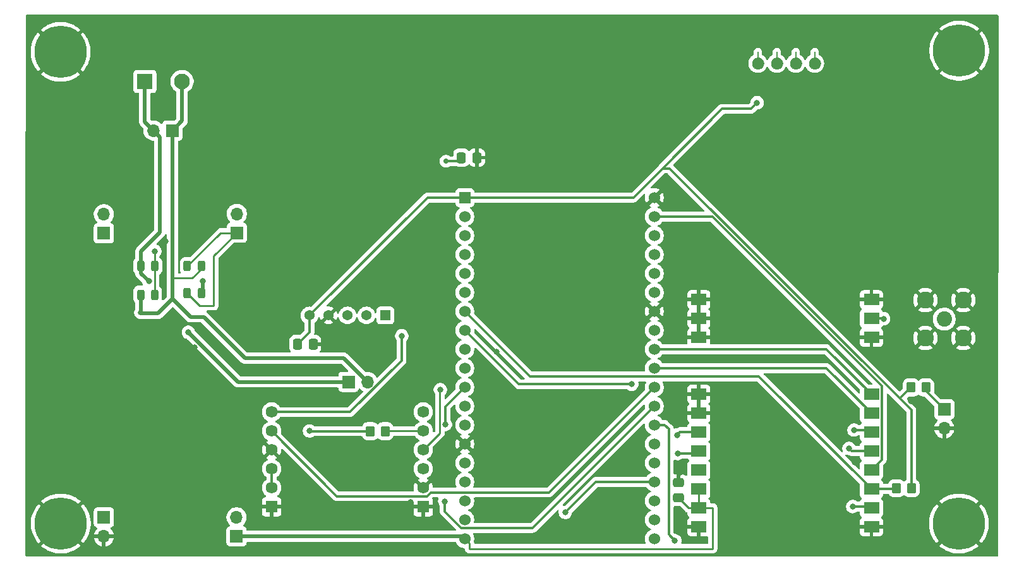
<source format=gbr>
%TF.GenerationSoftware,KiCad,Pcbnew,9.0.2*%
%TF.CreationDate,2025-07-21T01:26:10-05:00*%
%TF.ProjectId,lorae22,6c6f7261-6532-4322-9e6b-696361645f70,rev?*%
%TF.SameCoordinates,Original*%
%TF.FileFunction,Copper,L1,Top*%
%TF.FilePolarity,Positive*%
%FSLAX46Y46*%
G04 Gerber Fmt 4.6, Leading zero omitted, Abs format (unit mm)*
G04 Created by KiCad (PCBNEW 9.0.2) date 2025-07-21 01:26:10*
%MOMM*%
%LPD*%
G01*
G04 APERTURE LIST*
G04 Aperture macros list*
%AMRoundRect*
0 Rectangle with rounded corners*
0 $1 Rounding radius*
0 $2 $3 $4 $5 $6 $7 $8 $9 X,Y pos of 4 corners*
0 Add a 4 corners polygon primitive as box body*
4,1,4,$2,$3,$4,$5,$6,$7,$8,$9,$2,$3,0*
0 Add four circle primitives for the rounded corners*
1,1,$1+$1,$2,$3*
1,1,$1+$1,$4,$5*
1,1,$1+$1,$6,$7*
1,1,$1+$1,$8,$9*
0 Add four rect primitives between the rounded corners*
20,1,$1+$1,$2,$3,$4,$5,0*
20,1,$1+$1,$4,$5,$6,$7,0*
20,1,$1+$1,$6,$7,$8,$9,0*
20,1,$1+$1,$8,$9,$2,$3,0*%
G04 Aperture macros list end*
%TA.AperFunction,EtchedComponent*%
%ADD10C,0.010000*%
%TD*%
%TA.AperFunction,SMDPad,CuDef*%
%ADD11RoundRect,0.250000X0.337500X0.475000X-0.337500X0.475000X-0.337500X-0.475000X0.337500X-0.475000X0*%
%TD*%
%TA.AperFunction,SMDPad,CuDef*%
%ADD12RoundRect,0.243750X-0.243750X-0.456250X0.243750X-0.456250X0.243750X0.456250X-0.243750X0.456250X0*%
%TD*%
%TA.AperFunction,SMDPad,CuDef*%
%ADD13RoundRect,0.250000X-0.350000X-0.450000X0.350000X-0.450000X0.350000X0.450000X-0.350000X0.450000X0*%
%TD*%
%TA.AperFunction,ComponentPad*%
%ADD14R,2.100000X2.100000*%
%TD*%
%TA.AperFunction,ComponentPad*%
%ADD15C,2.100000*%
%TD*%
%TA.AperFunction,ComponentPad*%
%ADD16R,1.530000X1.530000*%
%TD*%
%TA.AperFunction,ComponentPad*%
%ADD17C,1.530000*%
%TD*%
%TA.AperFunction,ComponentPad*%
%ADD18R,1.700000X1.700000*%
%TD*%
%TA.AperFunction,ComponentPad*%
%ADD19O,1.700000X1.700000*%
%TD*%
%TA.AperFunction,ComponentPad*%
%ADD20R,1.590000X1.590000*%
%TD*%
%TA.AperFunction,ComponentPad*%
%ADD21C,1.590000*%
%TD*%
%TA.AperFunction,SMDPad,CuDef*%
%ADD22R,2.080000X1.510000*%
%TD*%
%TA.AperFunction,SMDPad,CuDef*%
%ADD23RoundRect,0.250000X0.350000X0.450000X-0.350000X0.450000X-0.350000X-0.450000X0.350000X-0.450000X0*%
%TD*%
%TA.AperFunction,ComponentPad*%
%ADD24C,3.900000*%
%TD*%
%TA.AperFunction,ConnectorPad*%
%ADD25C,7.000000*%
%TD*%
%TA.AperFunction,ComponentPad*%
%ADD26C,2.050000*%
%TD*%
%TA.AperFunction,ComponentPad*%
%ADD27C,2.250000*%
%TD*%
%TA.AperFunction,SMDPad,CuDef*%
%ADD28RoundRect,0.250000X-0.337500X-0.475000X0.337500X-0.475000X0.337500X0.475000X-0.337500X0.475000X0*%
%TD*%
%TA.AperFunction,ComponentPad*%
%ADD29R,1.370000X1.370000*%
%TD*%
%TA.AperFunction,ComponentPad*%
%ADD30C,1.370000*%
%TD*%
%TA.AperFunction,SMDPad,CuDef*%
%ADD31RoundRect,0.250000X0.475000X-0.337500X0.475000X0.337500X-0.475000X0.337500X-0.475000X-0.337500X0*%
%TD*%
%TA.AperFunction,ComponentPad*%
%ADD32C,1.520000*%
%TD*%
%TA.AperFunction,ViaPad*%
%ADD33C,0.800000*%
%TD*%
%TA.AperFunction,ViaPad*%
%ADD34C,0.700000*%
%TD*%
%TA.AperFunction,Conductor*%
%ADD35C,0.300000*%
%TD*%
%TA.AperFunction,Conductor*%
%ADD36C,0.250000*%
%TD*%
%TA.AperFunction,Conductor*%
%ADD37C,0.500000*%
%TD*%
%TA.AperFunction,Conductor*%
%ADD38C,0.350000*%
%TD*%
G04 APERTURE END LIST*
D10*
%TO.C,J3*%
X184092500Y-60002500D02*
X184129500Y-60006500D01*
X184166500Y-60012500D01*
X184203500Y-60020500D01*
X184239500Y-60030500D01*
X184275500Y-60041500D01*
X184310500Y-60055500D01*
X184345500Y-60070500D01*
X184379500Y-60086500D01*
X184412500Y-60104500D01*
X184444500Y-60124500D01*
X184475500Y-60146500D01*
X184504500Y-60169500D01*
X184533500Y-60193500D01*
X184561500Y-60219500D01*
X184587500Y-60246500D01*
X184612500Y-60275500D01*
X184635500Y-60304500D01*
X184657500Y-60335500D01*
X184677500Y-60367500D01*
X184696500Y-60399500D01*
X184713500Y-60433500D01*
X184728500Y-60468500D01*
X184742500Y-60503500D01*
X184754500Y-60538500D01*
X184764500Y-60575500D01*
X184772500Y-60611500D01*
X184779500Y-60649500D01*
X184783500Y-60686500D01*
X184786500Y-60724500D01*
X184787500Y-60762500D01*
X184783500Y-60841500D01*
X184770500Y-60920500D01*
X184750500Y-60997500D01*
X184721500Y-61071500D01*
X184685500Y-61142500D01*
X184642500Y-61209500D01*
X184592500Y-61271500D01*
X184536500Y-61327500D01*
X184474500Y-61377500D01*
X184407500Y-61420500D01*
X184336500Y-61456500D01*
X184262500Y-61485500D01*
X184185500Y-61505500D01*
X184106500Y-61518500D01*
X184027500Y-61522500D01*
X183948500Y-61518500D01*
X183869500Y-61505500D01*
X183792500Y-61485500D01*
X183718500Y-61456500D01*
X183647500Y-61420500D01*
X183580500Y-61377500D01*
X183518500Y-61327500D01*
X183462500Y-61271500D01*
X183412500Y-61209500D01*
X183369500Y-61142500D01*
X183333500Y-61071500D01*
X183304500Y-60997500D01*
X183284500Y-60920500D01*
X183271500Y-60841500D01*
X183267500Y-60762500D01*
X183268500Y-60724500D01*
X183271500Y-60686500D01*
X183275500Y-60649500D01*
X183282500Y-60611500D01*
X183290500Y-60575500D01*
X183300500Y-60538500D01*
X183312500Y-60503500D01*
X183326500Y-60468500D01*
X183341500Y-60433500D01*
X183358500Y-60399500D01*
X183377500Y-60367500D01*
X183397500Y-60335500D01*
X183419500Y-60304500D01*
X183442500Y-60275500D01*
X183467500Y-60246500D01*
X183493500Y-60219500D01*
X183521500Y-60193500D01*
X183550500Y-60169500D01*
X183579500Y-60146500D01*
X183610500Y-60124500D01*
X183642500Y-60104500D01*
X183675500Y-60086500D01*
X183709500Y-60070500D01*
X183744500Y-60055500D01*
X183779500Y-60041500D01*
X183815500Y-60030500D01*
X183851500Y-60020500D01*
X183888500Y-60012500D01*
X183925500Y-60006500D01*
X183962500Y-60002500D01*
X183962500Y-59232500D01*
X184092500Y-59232500D01*
X184092500Y-60002500D01*
%TA.AperFunction,EtchedComponent*%
G36*
X184092500Y-60002500D02*
G01*
X184129500Y-60006500D01*
X184166500Y-60012500D01*
X184203500Y-60020500D01*
X184239500Y-60030500D01*
X184275500Y-60041500D01*
X184310500Y-60055500D01*
X184345500Y-60070500D01*
X184379500Y-60086500D01*
X184412500Y-60104500D01*
X184444500Y-60124500D01*
X184475500Y-60146500D01*
X184504500Y-60169500D01*
X184533500Y-60193500D01*
X184561500Y-60219500D01*
X184587500Y-60246500D01*
X184612500Y-60275500D01*
X184635500Y-60304500D01*
X184657500Y-60335500D01*
X184677500Y-60367500D01*
X184696500Y-60399500D01*
X184713500Y-60433500D01*
X184728500Y-60468500D01*
X184742500Y-60503500D01*
X184754500Y-60538500D01*
X184764500Y-60575500D01*
X184772500Y-60611500D01*
X184779500Y-60649500D01*
X184783500Y-60686500D01*
X184786500Y-60724500D01*
X184787500Y-60762500D01*
X184783500Y-60841500D01*
X184770500Y-60920500D01*
X184750500Y-60997500D01*
X184721500Y-61071500D01*
X184685500Y-61142500D01*
X184642500Y-61209500D01*
X184592500Y-61271500D01*
X184536500Y-61327500D01*
X184474500Y-61377500D01*
X184407500Y-61420500D01*
X184336500Y-61456500D01*
X184262500Y-61485500D01*
X184185500Y-61505500D01*
X184106500Y-61518500D01*
X184027500Y-61522500D01*
X183948500Y-61518500D01*
X183869500Y-61505500D01*
X183792500Y-61485500D01*
X183718500Y-61456500D01*
X183647500Y-61420500D01*
X183580500Y-61377500D01*
X183518500Y-61327500D01*
X183462500Y-61271500D01*
X183412500Y-61209500D01*
X183369500Y-61142500D01*
X183333500Y-61071500D01*
X183304500Y-60997500D01*
X183284500Y-60920500D01*
X183271500Y-60841500D01*
X183267500Y-60762500D01*
X183268500Y-60724500D01*
X183271500Y-60686500D01*
X183275500Y-60649500D01*
X183282500Y-60611500D01*
X183290500Y-60575500D01*
X183300500Y-60538500D01*
X183312500Y-60503500D01*
X183326500Y-60468500D01*
X183341500Y-60433500D01*
X183358500Y-60399500D01*
X183377500Y-60367500D01*
X183397500Y-60335500D01*
X183419500Y-60304500D01*
X183442500Y-60275500D01*
X183467500Y-60246500D01*
X183493500Y-60219500D01*
X183521500Y-60193500D01*
X183550500Y-60169500D01*
X183579500Y-60146500D01*
X183610500Y-60124500D01*
X183642500Y-60104500D01*
X183675500Y-60086500D01*
X183709500Y-60070500D01*
X183744500Y-60055500D01*
X183779500Y-60041500D01*
X183815500Y-60030500D01*
X183851500Y-60020500D01*
X183888500Y-60012500D01*
X183925500Y-60006500D01*
X183962500Y-60002500D01*
X183962500Y-59232500D01*
X184092500Y-59232500D01*
X184092500Y-60002500D01*
G37*
%TD.AperFunction*%
X186632500Y-60002500D02*
X186669500Y-60006500D01*
X186706500Y-60012500D01*
X186743500Y-60020500D01*
X186779500Y-60030500D01*
X186815500Y-60041500D01*
X186850500Y-60055500D01*
X186885500Y-60070500D01*
X186919500Y-60086500D01*
X186952500Y-60104500D01*
X186984500Y-60124500D01*
X187015500Y-60146500D01*
X187044500Y-60169500D01*
X187073500Y-60193500D01*
X187101500Y-60219500D01*
X187127500Y-60246500D01*
X187152500Y-60275500D01*
X187175500Y-60304500D01*
X187197500Y-60335500D01*
X187217500Y-60367500D01*
X187236500Y-60399500D01*
X187253500Y-60433500D01*
X187268500Y-60468500D01*
X187282500Y-60503500D01*
X187294500Y-60538500D01*
X187304500Y-60575500D01*
X187312500Y-60611500D01*
X187319500Y-60649500D01*
X187323500Y-60686500D01*
X187326500Y-60724500D01*
X187327500Y-60762500D01*
X187323500Y-60841500D01*
X187310500Y-60920500D01*
X187290500Y-60997500D01*
X187261500Y-61071500D01*
X187225500Y-61142500D01*
X187182500Y-61209500D01*
X187132500Y-61271500D01*
X187076500Y-61327500D01*
X187014500Y-61377500D01*
X186947500Y-61420500D01*
X186876500Y-61456500D01*
X186802500Y-61485500D01*
X186725500Y-61505500D01*
X186646500Y-61518500D01*
X186567500Y-61522500D01*
X186488500Y-61518500D01*
X186409500Y-61505500D01*
X186332500Y-61485500D01*
X186258500Y-61456500D01*
X186187500Y-61420500D01*
X186120500Y-61377500D01*
X186058500Y-61327500D01*
X186002500Y-61271500D01*
X185952500Y-61209500D01*
X185909500Y-61142500D01*
X185873500Y-61071500D01*
X185844500Y-60997500D01*
X185824500Y-60920500D01*
X185811500Y-60841500D01*
X185807500Y-60762500D01*
X185808500Y-60724500D01*
X185811500Y-60686500D01*
X185815500Y-60649500D01*
X185822500Y-60611500D01*
X185830500Y-60575500D01*
X185840500Y-60538500D01*
X185852500Y-60503500D01*
X185866500Y-60468500D01*
X185881500Y-60433500D01*
X185898500Y-60399500D01*
X185917500Y-60367500D01*
X185937500Y-60335500D01*
X185959500Y-60304500D01*
X185982500Y-60275500D01*
X186007500Y-60246500D01*
X186033500Y-60219500D01*
X186061500Y-60193500D01*
X186090500Y-60169500D01*
X186119500Y-60146500D01*
X186150500Y-60124500D01*
X186182500Y-60104500D01*
X186215500Y-60086500D01*
X186249500Y-60070500D01*
X186284500Y-60055500D01*
X186319500Y-60041500D01*
X186355500Y-60030500D01*
X186391500Y-60020500D01*
X186428500Y-60012500D01*
X186465500Y-60006500D01*
X186502500Y-60002500D01*
X186502500Y-59232500D01*
X186632500Y-59232500D01*
X186632500Y-60002500D01*
%TA.AperFunction,EtchedComponent*%
G36*
X186632500Y-60002500D02*
G01*
X186669500Y-60006500D01*
X186706500Y-60012500D01*
X186743500Y-60020500D01*
X186779500Y-60030500D01*
X186815500Y-60041500D01*
X186850500Y-60055500D01*
X186885500Y-60070500D01*
X186919500Y-60086500D01*
X186952500Y-60104500D01*
X186984500Y-60124500D01*
X187015500Y-60146500D01*
X187044500Y-60169500D01*
X187073500Y-60193500D01*
X187101500Y-60219500D01*
X187127500Y-60246500D01*
X187152500Y-60275500D01*
X187175500Y-60304500D01*
X187197500Y-60335500D01*
X187217500Y-60367500D01*
X187236500Y-60399500D01*
X187253500Y-60433500D01*
X187268500Y-60468500D01*
X187282500Y-60503500D01*
X187294500Y-60538500D01*
X187304500Y-60575500D01*
X187312500Y-60611500D01*
X187319500Y-60649500D01*
X187323500Y-60686500D01*
X187326500Y-60724500D01*
X187327500Y-60762500D01*
X187323500Y-60841500D01*
X187310500Y-60920500D01*
X187290500Y-60997500D01*
X187261500Y-61071500D01*
X187225500Y-61142500D01*
X187182500Y-61209500D01*
X187132500Y-61271500D01*
X187076500Y-61327500D01*
X187014500Y-61377500D01*
X186947500Y-61420500D01*
X186876500Y-61456500D01*
X186802500Y-61485500D01*
X186725500Y-61505500D01*
X186646500Y-61518500D01*
X186567500Y-61522500D01*
X186488500Y-61518500D01*
X186409500Y-61505500D01*
X186332500Y-61485500D01*
X186258500Y-61456500D01*
X186187500Y-61420500D01*
X186120500Y-61377500D01*
X186058500Y-61327500D01*
X186002500Y-61271500D01*
X185952500Y-61209500D01*
X185909500Y-61142500D01*
X185873500Y-61071500D01*
X185844500Y-60997500D01*
X185824500Y-60920500D01*
X185811500Y-60841500D01*
X185807500Y-60762500D01*
X185808500Y-60724500D01*
X185811500Y-60686500D01*
X185815500Y-60649500D01*
X185822500Y-60611500D01*
X185830500Y-60575500D01*
X185840500Y-60538500D01*
X185852500Y-60503500D01*
X185866500Y-60468500D01*
X185881500Y-60433500D01*
X185898500Y-60399500D01*
X185917500Y-60367500D01*
X185937500Y-60335500D01*
X185959500Y-60304500D01*
X185982500Y-60275500D01*
X186007500Y-60246500D01*
X186033500Y-60219500D01*
X186061500Y-60193500D01*
X186090500Y-60169500D01*
X186119500Y-60146500D01*
X186150500Y-60124500D01*
X186182500Y-60104500D01*
X186215500Y-60086500D01*
X186249500Y-60070500D01*
X186284500Y-60055500D01*
X186319500Y-60041500D01*
X186355500Y-60030500D01*
X186391500Y-60020500D01*
X186428500Y-60012500D01*
X186465500Y-60006500D01*
X186502500Y-60002500D01*
X186502500Y-59232500D01*
X186632500Y-59232500D01*
X186632500Y-60002500D01*
G37*
%TD.AperFunction*%
X189172500Y-60002500D02*
X189209500Y-60006500D01*
X189246500Y-60012500D01*
X189283500Y-60020500D01*
X189319500Y-60030500D01*
X189355500Y-60041500D01*
X189390500Y-60055500D01*
X189425500Y-60070500D01*
X189459500Y-60086500D01*
X189492500Y-60104500D01*
X189524500Y-60124500D01*
X189555500Y-60146500D01*
X189584500Y-60169500D01*
X189613500Y-60193500D01*
X189641500Y-60219500D01*
X189667500Y-60246500D01*
X189692500Y-60275500D01*
X189715500Y-60304500D01*
X189737500Y-60335500D01*
X189757500Y-60367500D01*
X189776500Y-60399500D01*
X189793500Y-60433500D01*
X189808500Y-60468500D01*
X189822500Y-60503500D01*
X189834500Y-60538500D01*
X189844500Y-60575500D01*
X189852500Y-60611500D01*
X189859500Y-60649500D01*
X189863500Y-60686500D01*
X189866500Y-60724500D01*
X189867500Y-60762500D01*
X189863500Y-60841500D01*
X189850500Y-60920500D01*
X189830500Y-60997500D01*
X189801500Y-61071500D01*
X189765500Y-61142500D01*
X189722500Y-61209500D01*
X189672500Y-61271500D01*
X189616500Y-61327500D01*
X189554500Y-61377500D01*
X189487500Y-61420500D01*
X189416500Y-61456500D01*
X189342500Y-61485500D01*
X189265500Y-61505500D01*
X189186500Y-61518500D01*
X189107500Y-61522500D01*
X189028500Y-61518500D01*
X188949500Y-61505500D01*
X188872500Y-61485500D01*
X188798500Y-61456500D01*
X188727500Y-61420500D01*
X188660500Y-61377500D01*
X188598500Y-61327500D01*
X188542500Y-61271500D01*
X188492500Y-61209500D01*
X188449500Y-61142500D01*
X188413500Y-61071500D01*
X188384500Y-60997500D01*
X188364500Y-60920500D01*
X188351500Y-60841500D01*
X188347500Y-60762500D01*
X188348500Y-60724500D01*
X188351500Y-60686500D01*
X188355500Y-60649500D01*
X188362500Y-60611500D01*
X188370500Y-60575500D01*
X188380500Y-60538500D01*
X188392500Y-60503500D01*
X188406500Y-60468500D01*
X188421500Y-60433500D01*
X188438500Y-60399500D01*
X188457500Y-60367500D01*
X188477500Y-60335500D01*
X188499500Y-60304500D01*
X188522500Y-60275500D01*
X188547500Y-60246500D01*
X188573500Y-60219500D01*
X188601500Y-60193500D01*
X188630500Y-60169500D01*
X188659500Y-60146500D01*
X188690500Y-60124500D01*
X188722500Y-60104500D01*
X188755500Y-60086500D01*
X188789500Y-60070500D01*
X188824500Y-60055500D01*
X188859500Y-60041500D01*
X188895500Y-60030500D01*
X188931500Y-60020500D01*
X188968500Y-60012500D01*
X189005500Y-60006500D01*
X189042500Y-60002500D01*
X189042500Y-59232500D01*
X189172500Y-59232500D01*
X189172500Y-60002500D01*
%TA.AperFunction,EtchedComponent*%
G36*
X189172500Y-60002500D02*
G01*
X189209500Y-60006500D01*
X189246500Y-60012500D01*
X189283500Y-60020500D01*
X189319500Y-60030500D01*
X189355500Y-60041500D01*
X189390500Y-60055500D01*
X189425500Y-60070500D01*
X189459500Y-60086500D01*
X189492500Y-60104500D01*
X189524500Y-60124500D01*
X189555500Y-60146500D01*
X189584500Y-60169500D01*
X189613500Y-60193500D01*
X189641500Y-60219500D01*
X189667500Y-60246500D01*
X189692500Y-60275500D01*
X189715500Y-60304500D01*
X189737500Y-60335500D01*
X189757500Y-60367500D01*
X189776500Y-60399500D01*
X189793500Y-60433500D01*
X189808500Y-60468500D01*
X189822500Y-60503500D01*
X189834500Y-60538500D01*
X189844500Y-60575500D01*
X189852500Y-60611500D01*
X189859500Y-60649500D01*
X189863500Y-60686500D01*
X189866500Y-60724500D01*
X189867500Y-60762500D01*
X189863500Y-60841500D01*
X189850500Y-60920500D01*
X189830500Y-60997500D01*
X189801500Y-61071500D01*
X189765500Y-61142500D01*
X189722500Y-61209500D01*
X189672500Y-61271500D01*
X189616500Y-61327500D01*
X189554500Y-61377500D01*
X189487500Y-61420500D01*
X189416500Y-61456500D01*
X189342500Y-61485500D01*
X189265500Y-61505500D01*
X189186500Y-61518500D01*
X189107500Y-61522500D01*
X189028500Y-61518500D01*
X188949500Y-61505500D01*
X188872500Y-61485500D01*
X188798500Y-61456500D01*
X188727500Y-61420500D01*
X188660500Y-61377500D01*
X188598500Y-61327500D01*
X188542500Y-61271500D01*
X188492500Y-61209500D01*
X188449500Y-61142500D01*
X188413500Y-61071500D01*
X188384500Y-60997500D01*
X188364500Y-60920500D01*
X188351500Y-60841500D01*
X188347500Y-60762500D01*
X188348500Y-60724500D01*
X188351500Y-60686500D01*
X188355500Y-60649500D01*
X188362500Y-60611500D01*
X188370500Y-60575500D01*
X188380500Y-60538500D01*
X188392500Y-60503500D01*
X188406500Y-60468500D01*
X188421500Y-60433500D01*
X188438500Y-60399500D01*
X188457500Y-60367500D01*
X188477500Y-60335500D01*
X188499500Y-60304500D01*
X188522500Y-60275500D01*
X188547500Y-60246500D01*
X188573500Y-60219500D01*
X188601500Y-60193500D01*
X188630500Y-60169500D01*
X188659500Y-60146500D01*
X188690500Y-60124500D01*
X188722500Y-60104500D01*
X188755500Y-60086500D01*
X188789500Y-60070500D01*
X188824500Y-60055500D01*
X188859500Y-60041500D01*
X188895500Y-60030500D01*
X188931500Y-60020500D01*
X188968500Y-60012500D01*
X189005500Y-60006500D01*
X189042500Y-60002500D01*
X189042500Y-59232500D01*
X189172500Y-59232500D01*
X189172500Y-60002500D01*
G37*
%TD.AperFunction*%
X191712500Y-60002500D02*
X191749500Y-60006500D01*
X191786500Y-60012500D01*
X191823500Y-60020500D01*
X191859500Y-60030500D01*
X191895500Y-60041500D01*
X191930500Y-60055500D01*
X191965500Y-60070500D01*
X191999500Y-60086500D01*
X192032500Y-60104500D01*
X192064500Y-60124500D01*
X192095500Y-60146500D01*
X192124500Y-60169500D01*
X192153500Y-60193500D01*
X192181500Y-60219500D01*
X192207500Y-60246500D01*
X192232500Y-60275500D01*
X192255500Y-60304500D01*
X192277500Y-60335500D01*
X192297500Y-60367500D01*
X192316500Y-60399500D01*
X192333500Y-60433500D01*
X192348500Y-60468500D01*
X192362500Y-60503500D01*
X192374500Y-60538500D01*
X192384500Y-60575500D01*
X192392500Y-60611500D01*
X192399500Y-60649500D01*
X192403500Y-60686500D01*
X192406500Y-60724500D01*
X192407500Y-60762500D01*
X192403500Y-60841500D01*
X192390500Y-60920500D01*
X192370500Y-60997500D01*
X192341500Y-61071500D01*
X192305500Y-61142500D01*
X192262500Y-61209500D01*
X192212500Y-61271500D01*
X192156500Y-61327500D01*
X192094500Y-61377500D01*
X192027500Y-61420500D01*
X191956500Y-61456500D01*
X191882500Y-61485500D01*
X191805500Y-61505500D01*
X191726500Y-61518500D01*
X191647500Y-61522500D01*
X191568500Y-61518500D01*
X191489500Y-61505500D01*
X191412500Y-61485500D01*
X191338500Y-61456500D01*
X191267500Y-61420500D01*
X191200500Y-61377500D01*
X191138500Y-61327500D01*
X191082500Y-61271500D01*
X191032500Y-61209500D01*
X190989500Y-61142500D01*
X190953500Y-61071500D01*
X190924500Y-60997500D01*
X190904500Y-60920500D01*
X190891500Y-60841500D01*
X190887500Y-60762500D01*
X190888500Y-60724500D01*
X190891500Y-60686500D01*
X190895500Y-60649500D01*
X190902500Y-60611500D01*
X190910500Y-60575500D01*
X190920500Y-60538500D01*
X190932500Y-60503500D01*
X190946500Y-60468500D01*
X190961500Y-60433500D01*
X190978500Y-60399500D01*
X190997500Y-60367500D01*
X191017500Y-60335500D01*
X191039500Y-60304500D01*
X191062500Y-60275500D01*
X191087500Y-60246500D01*
X191113500Y-60219500D01*
X191141500Y-60193500D01*
X191170500Y-60169500D01*
X191199500Y-60146500D01*
X191230500Y-60124500D01*
X191262500Y-60104500D01*
X191295500Y-60086500D01*
X191329500Y-60070500D01*
X191364500Y-60055500D01*
X191399500Y-60041500D01*
X191435500Y-60030500D01*
X191471500Y-60020500D01*
X191508500Y-60012500D01*
X191545500Y-60006500D01*
X191582500Y-60002500D01*
X191582500Y-59232500D01*
X191712500Y-59232500D01*
X191712500Y-60002500D01*
%TA.AperFunction,EtchedComponent*%
G36*
X191712500Y-60002500D02*
G01*
X191749500Y-60006500D01*
X191786500Y-60012500D01*
X191823500Y-60020500D01*
X191859500Y-60030500D01*
X191895500Y-60041500D01*
X191930500Y-60055500D01*
X191965500Y-60070500D01*
X191999500Y-60086500D01*
X192032500Y-60104500D01*
X192064500Y-60124500D01*
X192095500Y-60146500D01*
X192124500Y-60169500D01*
X192153500Y-60193500D01*
X192181500Y-60219500D01*
X192207500Y-60246500D01*
X192232500Y-60275500D01*
X192255500Y-60304500D01*
X192277500Y-60335500D01*
X192297500Y-60367500D01*
X192316500Y-60399500D01*
X192333500Y-60433500D01*
X192348500Y-60468500D01*
X192362500Y-60503500D01*
X192374500Y-60538500D01*
X192384500Y-60575500D01*
X192392500Y-60611500D01*
X192399500Y-60649500D01*
X192403500Y-60686500D01*
X192406500Y-60724500D01*
X192407500Y-60762500D01*
X192403500Y-60841500D01*
X192390500Y-60920500D01*
X192370500Y-60997500D01*
X192341500Y-61071500D01*
X192305500Y-61142500D01*
X192262500Y-61209500D01*
X192212500Y-61271500D01*
X192156500Y-61327500D01*
X192094500Y-61377500D01*
X192027500Y-61420500D01*
X191956500Y-61456500D01*
X191882500Y-61485500D01*
X191805500Y-61505500D01*
X191726500Y-61518500D01*
X191647500Y-61522500D01*
X191568500Y-61518500D01*
X191489500Y-61505500D01*
X191412500Y-61485500D01*
X191338500Y-61456500D01*
X191267500Y-61420500D01*
X191200500Y-61377500D01*
X191138500Y-61327500D01*
X191082500Y-61271500D01*
X191032500Y-61209500D01*
X190989500Y-61142500D01*
X190953500Y-61071500D01*
X190924500Y-60997500D01*
X190904500Y-60920500D01*
X190891500Y-60841500D01*
X190887500Y-60762500D01*
X190888500Y-60724500D01*
X190891500Y-60686500D01*
X190895500Y-60649500D01*
X190902500Y-60611500D01*
X190910500Y-60575500D01*
X190920500Y-60538500D01*
X190932500Y-60503500D01*
X190946500Y-60468500D01*
X190961500Y-60433500D01*
X190978500Y-60399500D01*
X190997500Y-60367500D01*
X191017500Y-60335500D01*
X191039500Y-60304500D01*
X191062500Y-60275500D01*
X191087500Y-60246500D01*
X191113500Y-60219500D01*
X191141500Y-60193500D01*
X191170500Y-60169500D01*
X191199500Y-60146500D01*
X191230500Y-60124500D01*
X191262500Y-60104500D01*
X191295500Y-60086500D01*
X191329500Y-60070500D01*
X191364500Y-60055500D01*
X191399500Y-60041500D01*
X191435500Y-60030500D01*
X191471500Y-60020500D01*
X191508500Y-60012500D01*
X191545500Y-60006500D01*
X191582500Y-60002500D01*
X191582500Y-59232500D01*
X191712500Y-59232500D01*
X191712500Y-60002500D01*
G37*
%TD.AperFunction*%
%TD*%
D11*
%TO.P,C1,2*%
%TO.N,Net-(U1-EN)*%
X144302500Y-73400000D03*
%TO.P,C1,1*%
%TO.N,GND*%
X146377500Y-73400000D03*
%TD*%
D12*
%TO.P,D3,1,K*%
%TO.N,+12VA*%
X107562500Y-91575000D03*
%TO.P,D3,2,A*%
%TO.N,+12V*%
X109437500Y-91575000D03*
%TD*%
D13*
%TO.P,R3,1*%
%TO.N,+3V3*%
X204550000Y-104210000D03*
%TO.P,R3,2*%
%TO.N,ALM1*%
X206550000Y-104210000D03*
%TD*%
D14*
%TO.P,J4,1,1*%
%TO.N,+12V*%
X101870000Y-63190000D03*
D15*
%TO.P,J4,2,2*%
%TO.N,GND1*%
X106870000Y-63190000D03*
%TD*%
D16*
%TO.P,U1,1,3V3*%
%TO.N,+3V3*%
X144760000Y-78760000D03*
D17*
%TO.P,U1,2,EN*%
%TO.N,Net-(U1-EN)*%
X144760000Y-81300000D03*
%TO.P,U1,3,SENSOR_VP*%
%TO.N,unconnected-(U1-SENSOR_VP-Pad3)*%
X144760000Y-83840000D03*
%TO.P,U1,4,SENSOR_VN*%
%TO.N,unconnected-(U1-SENSOR_VN-Pad4)*%
X144760000Y-86380000D03*
%TO.P,U1,5,IO34*%
%TO.N,unconnected-(U1-IO34-Pad5)*%
X144760000Y-88920000D03*
%TO.P,U1,6,IO35*%
%TO.N,unconnected-(U1-IO35-Pad6)*%
X144760000Y-91460000D03*
%TO.P,U1,7,IO32*%
%TO.N,BUSY*%
X144760000Y-94000000D03*
%TO.P,U1,8,IO33*%
%TO.N,DIO1*%
X144760000Y-96540000D03*
%TO.P,U1,9,IO25*%
%TO.N,unconnected-(U1-IO25-Pad9)*%
X144760000Y-99080000D03*
%TO.P,U1,10,IO26*%
%TO.N,unconnected-(U1-IO26-Pad10)*%
X144760000Y-101620000D03*
%TO.P,U1,11,IO27*%
%TO.N,MOSI*%
X144760000Y-104160000D03*
%TO.P,U1,12,IO14*%
%TO.N,RXEN*%
X144760000Y-106700000D03*
%TO.P,U1,13,IO12*%
%TO.N,RXD1*%
X144760000Y-109240000D03*
%TO.P,U1,14,GND*%
%TO.N,GND*%
X144760000Y-111780000D03*
%TO.P,U1,15,IO13*%
%TO.N,TXEN*%
X144760000Y-114320000D03*
%TO.P,U1,16,SD2*%
%TO.N,unconnected-(U1-SD2-Pad16)*%
X144760000Y-116860000D03*
%TO.P,U1,17,SD3*%
%TO.N,unconnected-(U1-SD3-Pad17)*%
X144760000Y-119400000D03*
%TO.P,U1,18,CMD*%
%TO.N,unconnected-(U1-CMD-Pad18)*%
X144760000Y-121940000D03*
%TO.P,U1,19,EXT_5V*%
%TO.N,+5V*%
X144760000Y-124480000D03*
%TO.P,U1,20,CLK*%
%TO.N,unconnected-(U1-CLK-Pad20)*%
X170160000Y-124480000D03*
%TO.P,U1,21,SD0*%
%TO.N,unconnected-(U1-SD0-Pad21)*%
X170160000Y-121940000D03*
%TO.P,U1,22,SD1*%
%TO.N,unconnected-(U1-SD1-Pad22)*%
X170160000Y-119400000D03*
%TO.P,U1,23,IO15*%
%TO.N,TXD1*%
X170160000Y-116860000D03*
%TO.P,U1,24,IO2*%
%TO.N,unconnected-(U1-IO2-Pad24)*%
X170160000Y-114320000D03*
%TO.P,U1,25,IO0*%
%TO.N,unconnected-(U1-IO0-Pad25)*%
X170160000Y-111780000D03*
%TO.P,U1,26,IO4*%
%TO.N,ALM1*%
X170160000Y-109240000D03*
%TO.P,U1,27,IO16*%
%TO.N,SSa*%
X170160000Y-106700000D03*
%TO.P,U1,28,IO17*%
%TO.N,RESETa*%
X170160000Y-104160000D03*
%TO.P,U1,29,IO5*%
%TO.N,SCK*%
X170160000Y-101620000D03*
%TO.P,U1,30,IO18*%
%TO.N,NSS*%
X170160000Y-99080000D03*
%TO.P,U1,31,IO19*%
%TO.N,MISO*%
X170160000Y-96540000D03*
%TO.P,U1,32,GND*%
%TO.N,GND*%
X170160000Y-94000000D03*
%TO.P,U1,33,IO21*%
%TO.N,SDA*%
X170160000Y-91460000D03*
%TO.P,U1,34,RXD0*%
%TO.N,unconnected-(U1-RXD0-Pad34)*%
X170160000Y-88920000D03*
%TO.P,U1,35,TXD0*%
%TO.N,unconnected-(U1-TXD0-Pad35)*%
X170160000Y-86380000D03*
%TO.P,U1,36,IO22*%
%TO.N,SCL*%
X170160000Y-83840000D03*
%TO.P,U1,37,IO23*%
%TO.N,RESET*%
X170160000Y-81300000D03*
%TO.P,U1,38,GND*%
%TO.N,GND*%
X170160000Y-78760000D03*
%TD*%
D18*
%TO.P,JP4,1,A*%
%TO.N,+5V*%
X114160000Y-124165000D03*
D19*
%TO.P,JP4,2,B*%
%TO.N,unconnected-(JP4-B-Pad2)*%
X114160000Y-121625000D03*
%TD*%
D18*
%TO.P,JP1,1,A*%
%TO.N,+12V*%
X129175000Y-103460000D03*
D19*
%TO.P,JP1,2,B*%
%TO.N,GND1*%
X131715000Y-103460000D03*
%TD*%
D12*
%TO.P,D2,1,K*%
%TO.N,+12V*%
X101337500Y-87950000D03*
%TO.P,D2,2,A*%
%TO.N,GNDA*%
X103212500Y-87950000D03*
%TD*%
D18*
%TO.P,JP2,1,A*%
%TO.N,GNDA*%
X96380000Y-83535000D03*
D19*
%TO.P,JP2,2,B*%
%TO.N,unconnected-(JP2-B-Pad2)*%
X96380000Y-80995000D03*
%TD*%
D20*
%TO.P,U3,J1_1,GND*%
%TO.N,GND*%
X139180000Y-120200000D03*
D21*
%TO.P,U3,J1_2,GND*%
X139180000Y-117660000D03*
%TO.P,U3,J1_3,MOSI*%
%TO.N,MOSI*%
X139180000Y-115120000D03*
%TO.P,U3,J1_4,SCLK*%
%TO.N,SCK*%
X139180000Y-112580000D03*
%TO.P,U3,J1_5,~{SS}*%
%TO.N,SSa*%
X139180000Y-110040000D03*
%TO.P,U3,J1_6,~{INT}*%
%TO.N,unconnected-(U3-~{INT}-PadJ1_6)*%
X139180000Y-107500000D03*
D20*
%TO.P,U3,J2_1,GND*%
%TO.N,GND*%
X118860000Y-120200000D03*
D21*
%TO.P,U3,J2_2,3V3D*%
%TO.N,+3V3*%
X118860000Y-117660000D03*
%TO.P,U3,J2_3,3V3D*%
X118860000Y-115120000D03*
%TO.P,U3,J2_4,PWDN*%
%TO.N,GND*%
X118860000Y-112580000D03*
%TO.P,U3,J2_5,~{RESET}*%
%TO.N,RESETa*%
X118860000Y-110040000D03*
%TO.P,U3,J2_6,MISO*%
%TO.N,MISO*%
X118860000Y-107500000D03*
%TD*%
D12*
%TO.P,D4,1,K*%
%TO.N,GND1*%
X101300000Y-91775000D03*
%TO.P,D4,2,A*%
%TO.N,GNDA*%
X103175000Y-91775000D03*
%TD*%
D22*
%TO.P,U2,1,GND*%
%TO.N,GND*%
X176110000Y-92430000D03*
%TO.P,U2,2,GND*%
X176110000Y-94970000D03*
%TO.P,U2,3,GND*%
X176110000Y-97510000D03*
%TO.P,U2,4,GND*%
X176110000Y-105110000D03*
%TO.P,U2,5,GND*%
X176110000Y-107650000D03*
%TO.P,U2,6,RXEN*%
%TO.N,RXEN*%
X176110000Y-110190000D03*
%TO.P,U2,7,TXEN*%
%TO.N,TXEN*%
X176110000Y-112730000D03*
%TO.P,U2,8,DIO2*%
%TO.N,unconnected-(U2-DIO2-Pad8)*%
X176110000Y-115270000D03*
%TO.P,U2,9,VCC*%
%TO.N,+5V*%
X176110000Y-117810000D03*
%TO.P,U2,10,VCC*%
X176110000Y-120350000D03*
%TO.P,U2,11,GND*%
%TO.N,GND*%
X176110000Y-122890000D03*
%TO.P,U2,12,GND*%
X199260000Y-122890000D03*
%TO.P,U2,13,DIO1*%
%TO.N,DIO1*%
X199260000Y-120350000D03*
%TO.P,U2,14,BUSY*%
%TO.N,BUSY*%
X199260000Y-117810000D03*
%TO.P,U2,15,~{RST}*%
%TO.N,RESET*%
X199260000Y-115270000D03*
%TO.P,U2,16,MISO*%
%TO.N,MISO*%
X199260000Y-112730000D03*
%TO.P,U2,17,MOSI*%
%TO.N,MOSI*%
X199260000Y-110190000D03*
%TO.P,U2,18,SCK*%
%TO.N,SCK*%
X199260000Y-107650000D03*
%TO.P,U2,19,NSS*%
%TO.N,NSS*%
X199260000Y-105110000D03*
%TO.P,U2,20,GND*%
%TO.N,GND*%
X199260000Y-97510000D03*
%TO.P,U2,21,ANT*%
%TO.N,Net-(U2-ANT)*%
X199260000Y-94970000D03*
%TO.P,U2,22,GND*%
%TO.N,GND*%
X199260000Y-92430000D03*
%TD*%
D23*
%TO.P,R2,1*%
%TO.N,SSa*%
X134080000Y-110070000D03*
%TO.P,R2,2*%
%TO.N,+3V3*%
X132080000Y-110070000D03*
%TD*%
D24*
%TO.P,H2,1,1*%
%TO.N,GND*%
X211010000Y-59070000D03*
D25*
X211010000Y-59070000D03*
%TD*%
D18*
%TO.P,JP5,1,A*%
%TO.N,unconnected-(JP5-A-Pad1)*%
X96380000Y-121630000D03*
D19*
%TO.P,JP5,2,B*%
%TO.N,GND*%
X96380000Y-124170000D03*
%TD*%
D18*
%TO.P,JP3,1,A*%
%TO.N,+12VA*%
X114200000Y-83475000D03*
D19*
%TO.P,JP3,2,B*%
%TO.N,unconnected-(JP3-B-Pad2)*%
X114200000Y-80935000D03*
%TD*%
D24*
%TO.P,H1,1,1*%
%TO.N,GND*%
X90575000Y-59225000D03*
D25*
X90575000Y-59225000D03*
%TD*%
D24*
%TO.P,H4,1,1*%
%TO.N,GND*%
X90610000Y-122450000D03*
D25*
X90610000Y-122450000D03*
%TD*%
D18*
%TO.P,JP8,1,A*%
%TO.N,GND1*%
X105575000Y-69770000D03*
D19*
%TO.P,JP8,2,B*%
%TO.N,+12V*%
X103035000Y-69770000D03*
%TD*%
D18*
%TO.P,JP6,1,A*%
%TO.N,ALM1*%
X209020000Y-107135000D03*
D19*
%TO.P,JP6,2,B*%
%TO.N,GND*%
X209020000Y-109675000D03*
%TD*%
D26*
%TO.P,J1,1*%
%TO.N,Net-(U2-ANT)*%
X209020000Y-95040000D03*
D27*
%TO.P,J1,2*%
%TO.N,GND*%
X206480000Y-92500000D03*
X206480000Y-97580000D03*
X211560000Y-92500000D03*
X211560000Y-97580000D03*
%TD*%
D12*
%TO.P,D1,1,K*%
%TO.N,+12VA*%
X107562500Y-87950000D03*
%TO.P,D1,2,A*%
%TO.N,GND1*%
X109437500Y-87950000D03*
%TD*%
D28*
%TO.P,C3,1*%
%TO.N,+3V3*%
X122342500Y-98400000D03*
%TO.P,C3,2*%
%TO.N,GND*%
X124417500Y-98400000D03*
%TD*%
D24*
%TO.P,H3,1,1*%
%TO.N,GND*%
X210980000Y-122450000D03*
D25*
X210980000Y-122450000D03*
%TD*%
D29*
%TO.P,J2,01,01*%
%TO.N,unconnected-(J2-Pad01)*%
X134100000Y-94560000D03*
D30*
%TO.P,J2,02,02*%
%TO.N,RXD1*%
X131560000Y-94560000D03*
%TO.P,J2,03,03*%
%TO.N,TXD1*%
X129020000Y-94560000D03*
%TO.P,J2,04,04*%
%TO.N,GND*%
X126480000Y-94560000D03*
%TO.P,J2,05,05*%
%TO.N,+3V3*%
X123940000Y-94560000D03*
%TD*%
D13*
%TO.P,R1,1*%
%TO.N,BUSY*%
X202610000Y-117720000D03*
%TO.P,R1,2*%
%TO.N,+3V3*%
X204610000Y-117720000D03*
%TD*%
D31*
%TO.P,C2,1*%
%TO.N,+5V*%
X173400000Y-119007500D03*
%TO.P,C2,2*%
%TO.N,GND*%
X173400000Y-116932500D03*
%TD*%
D32*
%TO.P,J3,01,01*%
%TO.N,GND*%
X184027500Y-60762500D03*
%TO.P,J3,02,02*%
%TO.N,+3V3*%
X186567500Y-60762500D03*
%TO.P,J3,03,03*%
%TO.N,SCL*%
X189107500Y-60762500D03*
%TO.P,J3,04,04*%
%TO.N,SDA*%
X191647500Y-60762500D03*
%TD*%
D33*
%TO.N,+12V*%
X107707500Y-96815418D03*
X102400000Y-89975000D03*
X109625000Y-89975000D03*
%TO.N,GNDA*%
X103212500Y-85937500D03*
%TO.N,GND*%
X146950000Y-111230000D03*
X147590000Y-103010000D03*
X180130000Y-119290000D03*
X196060000Y-122450000D03*
X173080000Y-100240000D03*
X148930000Y-124730000D03*
X150200000Y-59080000D03*
X148070000Y-94900000D03*
X180270000Y-123880000D03*
X102410000Y-126080000D03*
X135910000Y-122010000D03*
X162230000Y-107380000D03*
X104700000Y-121550000D03*
X212910000Y-114870000D03*
X191860000Y-104270000D03*
X194720000Y-115630000D03*
X179920000Y-106300000D03*
X120740000Y-76790000D03*
X173640000Y-115580000D03*
X195930000Y-71860000D03*
X137800000Y-75500000D03*
X137530000Y-119610000D03*
X189430000Y-100470000D03*
X148090000Y-88700000D03*
X177570000Y-73040000D03*
X162010000Y-73150000D03*
X187430000Y-124120000D03*
X185520000Y-81950000D03*
X119300000Y-63380000D03*
X149560000Y-107710000D03*
X195800000Y-93750000D03*
X179490000Y-93850000D03*
D34*
X135270000Y-112920000D03*
D33*
X187590000Y-88120000D03*
X207950000Y-66280000D03*
X140850000Y-119860000D03*
X165830000Y-97070000D03*
X106740000Y-111250000D03*
X179710000Y-100240000D03*
X215640000Y-102640000D03*
X195130000Y-107710000D03*
X167550000Y-115310000D03*
X148975000Y-99425000D03*
X122880000Y-118830000D03*
X152610000Y-73090000D03*
X119190000Y-87960000D03*
X187090000Y-114530000D03*
X180240000Y-114570000D03*
X187430000Y-94500000D03*
X152220000Y-119510000D03*
X113610000Y-62090000D03*
X158220000Y-111970000D03*
X174030000Y-83990000D03*
X87050000Y-72660000D03*
X197130000Y-78810000D03*
X122170000Y-102050000D03*
X186770000Y-107730000D03*
X208910000Y-83450000D03*
X168880000Y-58230000D03*
X179060000Y-89020000D03*
X138830000Y-63490000D03*
X202580000Y-57910000D03*
X182730000Y-74870000D03*
X154790000Y-115350000D03*
X197010000Y-114210000D03*
X167340000Y-111950000D03*
X204540000Y-106020000D03*
X186760000Y-119640000D03*
X104625000Y-84625000D03*
X108560000Y-98870000D03*
X173540000Y-121590000D03*
X94080000Y-102980000D03*
X195160000Y-89130000D03*
D34*
X202560000Y-108040000D03*
D33*
X87150000Y-106520000D03*
X138360000Y-86600000D03*
X149240000Y-115310000D03*
X165410000Y-82040000D03*
X165540000Y-88990000D03*
X163290000Y-123170000D03*
X139660000Y-98720000D03*
X137290000Y-125870000D03*
X147980000Y-81500000D03*
D34*
X201910000Y-113550000D03*
D33*
%TO.N,Net-(U2-ANT)*%
X200890000Y-95000000D03*
%TO.N,+3V3*%
X123940000Y-110030000D03*
X183930000Y-66040000D03*
%TO.N,TXD1*%
X158220000Y-120960000D03*
%TO.N,ALM1*%
X172910000Y-124750000D03*
%TO.N,SSa*%
X142060000Y-119520000D03*
%TO.N,TXEN*%
X173300000Y-113060000D03*
%TO.N,MOSI*%
X142150000Y-109170000D03*
X196910000Y-109920000D03*
%TO.N,MISO*%
X136312500Y-97287500D03*
X196240000Y-112370000D03*
%TO.N,DIO1*%
X167120000Y-103790000D03*
X196740000Y-120170000D03*
%TO.N,RXEN*%
X173200000Y-110580000D03*
%TO.N,SCK*%
X141475000Y-104500000D03*
D34*
%TO.N,Net-(U1-EN)*%
X142230000Y-73880000D03*
%TD*%
D35*
%TO.N,Net-(U1-EN)*%
X143822500Y-73880000D02*
X144302500Y-73400000D01*
X142230000Y-73880000D02*
X143822500Y-73880000D01*
D36*
%TO.N,SCK*%
X141425000Y-110335000D02*
X139180000Y-112580000D01*
X141425000Y-104550000D02*
X141425000Y-110335000D01*
X141475000Y-104500000D02*
X141425000Y-104550000D01*
D37*
%TO.N,+12V*%
X109625000Y-89975000D02*
X109625000Y-91387500D01*
X101350000Y-87937500D02*
X101337500Y-87950000D01*
X109625000Y-91387500D02*
X109437500Y-91575000D01*
X103885000Y-83440000D02*
X101350000Y-85975000D01*
X103035000Y-69770000D02*
X103885000Y-70620000D01*
X107707500Y-96815418D02*
X114352082Y-103460000D01*
X101870000Y-63190000D02*
X101870000Y-68605000D01*
X101350000Y-85975000D02*
X101350000Y-87937500D01*
X114352082Y-103460000D02*
X129175000Y-103460000D01*
X101337500Y-87950000D02*
X101337500Y-88912500D01*
X101870000Y-68605000D02*
X103035000Y-69770000D01*
X103885000Y-70620000D02*
X103885000Y-83440000D01*
X101337500Y-88912500D02*
X102400000Y-89975000D01*
D36*
%TO.N,GNDA*%
X103212500Y-87950000D02*
X103212500Y-85937500D01*
X103212500Y-91737500D02*
X103175000Y-91775000D01*
X103212500Y-87950000D02*
X103212500Y-91737500D01*
%TO.N,+12VA*%
X111100000Y-86575000D02*
X111100000Y-93250000D01*
X109237500Y-93250000D02*
X107562500Y-91575000D01*
X114200000Y-83475000D02*
X111100000Y-86575000D01*
X114200000Y-83475000D02*
X112037500Y-83475000D01*
X112037500Y-83475000D02*
X107562500Y-87950000D01*
X111100000Y-93250000D02*
X109237500Y-93250000D01*
D37*
%TO.N,GND1*%
X128535000Y-100280000D02*
X115310000Y-100280000D01*
D36*
X108225000Y-89550000D02*
X105575000Y-89550000D01*
D37*
X109770000Y-94740000D02*
X107990000Y-94740000D01*
X106870000Y-63190000D02*
X106870000Y-68475000D01*
X101300000Y-94275000D02*
X101200000Y-94175000D01*
D36*
X109437500Y-88337500D02*
X108225000Y-89550000D01*
D37*
X105575000Y-85962500D02*
X105575000Y-89550000D01*
X106870000Y-68475000D02*
X105575000Y-69770000D01*
X105575000Y-69770000D02*
X105575000Y-82450000D01*
X105575000Y-92325000D02*
X103625000Y-94275000D01*
X105575000Y-82450000D02*
X105575000Y-85962500D01*
X101200000Y-94175000D02*
X101300000Y-94075000D01*
X107990000Y-94740000D02*
X105575000Y-92325000D01*
X105575000Y-89550000D02*
X105575000Y-92325000D01*
X101300000Y-94075000D02*
X101300000Y-91775000D01*
X103625000Y-94275000D02*
X101300000Y-94275000D01*
D36*
X109437500Y-87950000D02*
X109437500Y-88337500D01*
D37*
X131715000Y-103460000D02*
X128535000Y-100280000D01*
X115310000Y-100280000D02*
X109770000Y-94740000D01*
D38*
%TO.N,Net-(U2-ANT)*%
X199260000Y-94970000D02*
X200860000Y-94970000D01*
X200860000Y-94970000D02*
X200890000Y-95000000D01*
D36*
%TO.N,+5V*%
X145380000Y-125100000D02*
X145380000Y-125820000D01*
D37*
X144445000Y-124165000D02*
X144760000Y-124480000D01*
D36*
X144760000Y-124480000D02*
X145380000Y-125100000D01*
X145380000Y-125820000D02*
X177990000Y-125820000D01*
X174742500Y-120350000D02*
X173400000Y-119007500D01*
X176110000Y-120350000D02*
X174742500Y-120350000D01*
D37*
X114160000Y-124165000D02*
X144445000Y-124165000D01*
D36*
X177990000Y-120350000D02*
X176110000Y-120350000D01*
X177990000Y-125820000D02*
X177990000Y-120350000D01*
X176110000Y-120350000D02*
X176110000Y-117810000D01*
D35*
%TO.N,+3V3*%
X203006053Y-105653947D02*
X204610000Y-107257893D01*
X144760000Y-78760000D02*
X167350000Y-78760000D01*
X183110000Y-66870000D02*
X183930000Y-66050000D01*
X183930000Y-66050000D02*
X183930000Y-66040000D01*
X171270000Y-74840000D02*
X172192107Y-74840000D01*
X172192107Y-74840000D02*
X203006053Y-105653947D01*
X123980000Y-110070000D02*
X132080000Y-110070000D01*
X167350000Y-78760000D02*
X171270000Y-74840000D01*
X144760000Y-78760000D02*
X139740000Y-78760000D01*
X123940000Y-94560000D02*
X123940000Y-96802500D01*
X123940000Y-96802500D02*
X122342500Y-98400000D01*
X179240000Y-66870000D02*
X183110000Y-66870000D01*
X123940000Y-110030000D02*
X123980000Y-110070000D01*
X118860000Y-115120000D02*
X118860000Y-117660000D01*
X204610000Y-107257893D02*
X204610000Y-117720000D01*
X203006053Y-105653947D02*
X203106053Y-105653947D01*
X203106053Y-105653947D02*
X204550000Y-104210000D01*
X139740000Y-78760000D02*
X123940000Y-94560000D01*
X171270000Y-74840000D02*
X179240000Y-66870000D01*
%TO.N,TXD1*%
X170160000Y-116860000D02*
X162320000Y-116860000D01*
X162320000Y-116860000D02*
X158220000Y-120960000D01*
%TO.N,ALM1*%
X172100000Y-123940000D02*
X172910000Y-124750000D01*
X172100000Y-109770000D02*
X172100000Y-123940000D01*
X170160000Y-109240000D02*
X171570000Y-109240000D01*
X171570000Y-109240000D02*
X172100000Y-109770000D01*
D36*
X206550000Y-104665000D02*
X209020000Y-107135000D01*
X206550000Y-104210000D02*
X206550000Y-104665000D01*
D35*
%TO.N,BUSY*%
X144760000Y-94000000D02*
X153495000Y-102735000D01*
X199260000Y-117810000D02*
X202520000Y-117810000D01*
X153495000Y-102735000D02*
X184185000Y-102735000D01*
X184185000Y-102735000D02*
X199260000Y-117810000D01*
X202520000Y-117810000D02*
X202610000Y-117720000D01*
%TO.N,SSa*%
X153805000Y-123055000D02*
X170160000Y-106700000D01*
X153805000Y-123055000D02*
X144298151Y-123055000D01*
X142060000Y-120816849D02*
X142060000Y-119520000D01*
D36*
X139180000Y-110040000D02*
X134110000Y-110040000D01*
D35*
X144298151Y-123055000D02*
X142060000Y-120816849D01*
D36*
X134110000Y-110040000D02*
X134080000Y-110070000D01*
D35*
%TO.N,RESET*%
X200650000Y-104005000D02*
X200650000Y-113880000D01*
X170160000Y-81300000D02*
X177945000Y-81300000D01*
X200650000Y-113880000D02*
X199260000Y-115270000D01*
X177945000Y-81300000D02*
X200650000Y-104005000D01*
%TO.N,TXEN*%
X175780000Y-113060000D02*
X176110000Y-112730000D01*
X173300000Y-113060000D02*
X175780000Y-113060000D01*
%TO.N,RESETa*%
X127625000Y-118805000D02*
X118860000Y-110040000D01*
X140174275Y-118285000D02*
X139654275Y-118805000D01*
X139654275Y-118805000D02*
X127625000Y-118805000D01*
X156035000Y-118285000D02*
X140174275Y-118285000D01*
X156035000Y-118285000D02*
X170160000Y-104160000D01*
%TO.N,MOSI*%
X196910000Y-109920000D02*
X198990000Y-109920000D01*
X142150000Y-109170000D02*
X142150000Y-106770000D01*
X198990000Y-109920000D02*
X199260000Y-110190000D01*
X142150000Y-106770000D02*
X144760000Y-104160000D01*
%TO.N,MISO*%
X136290000Y-97390000D02*
X136290000Y-100582057D01*
X129372057Y-107500000D02*
X118860000Y-107500000D01*
X196240000Y-112370000D02*
X196600000Y-112730000D01*
X136290000Y-100582057D02*
X129372057Y-107500000D01*
X196600000Y-112730000D02*
X199260000Y-112730000D01*
%TO.N,DIO1*%
X152010000Y-103790000D02*
X167120000Y-103790000D01*
X196740000Y-120170000D02*
X199080000Y-120170000D01*
X144760000Y-96540000D02*
X152010000Y-103790000D01*
X199080000Y-120170000D02*
X199260000Y-120350000D01*
%TO.N,NSS*%
X193230000Y-99080000D02*
X170160000Y-99080000D01*
X199260000Y-105110000D02*
X193230000Y-99080000D01*
%TO.N,RXEN*%
X173590000Y-110190000D02*
X176110000Y-110190000D01*
X173200000Y-110580000D02*
X173590000Y-110190000D01*
%TO.N,SCK*%
X193230000Y-101620000D02*
X170160000Y-101620000D01*
X199260000Y-107650000D02*
X193230000Y-101620000D01*
%TD*%
%TA.AperFunction,Conductor*%
%TO.N,GND*%
G36*
X169072230Y-117530185D02*
G01*
X169105507Y-117561612D01*
X169194731Y-117684418D01*
X169335582Y-117825269D01*
X169496734Y-117942353D01*
X169566453Y-117977877D01*
X169648172Y-118019515D01*
X169698968Y-118067490D01*
X169715763Y-118135311D01*
X169693225Y-118201446D01*
X169648172Y-118240485D01*
X169496733Y-118317647D01*
X169451287Y-118350666D01*
X169335582Y-118434731D01*
X169335580Y-118434733D01*
X169335579Y-118434733D01*
X169194733Y-118575579D01*
X169194733Y-118575580D01*
X169194731Y-118575582D01*
X169148905Y-118638656D01*
X169077647Y-118736733D01*
X168987213Y-118914219D01*
X168925661Y-119103656D01*
X168925661Y-119103659D01*
X168918131Y-119151204D01*
X168894500Y-119300403D01*
X168894500Y-119499597D01*
X168896241Y-119510588D01*
X168925661Y-119696340D01*
X168925661Y-119696343D01*
X168987213Y-119885780D01*
X169026113Y-119962125D01*
X169077647Y-120063266D01*
X169194731Y-120224418D01*
X169335582Y-120365269D01*
X169496734Y-120482353D01*
X169566453Y-120517877D01*
X169648172Y-120559515D01*
X169698968Y-120607490D01*
X169715763Y-120675311D01*
X169693225Y-120741446D01*
X169648172Y-120780485D01*
X169496733Y-120857647D01*
X169335579Y-120974733D01*
X169194733Y-121115579D01*
X169194733Y-121115580D01*
X169194731Y-121115582D01*
X169167630Y-121152883D01*
X169077647Y-121276733D01*
X168987213Y-121454219D01*
X168925661Y-121643656D01*
X168925661Y-121643659D01*
X168911782Y-121731287D01*
X168894500Y-121840403D01*
X168894500Y-122039597D01*
X168902035Y-122087172D01*
X168925661Y-122236340D01*
X168925661Y-122236343D01*
X168987213Y-122425780D01*
X169027468Y-122504784D01*
X169077647Y-122603266D01*
X169194731Y-122764418D01*
X169335582Y-122905269D01*
X169496734Y-123022353D01*
X169526715Y-123037629D01*
X169648172Y-123099515D01*
X169698968Y-123147490D01*
X169715763Y-123215311D01*
X169693225Y-123281446D01*
X169648172Y-123320485D01*
X169496733Y-123397647D01*
X169407551Y-123462442D01*
X169335582Y-123514731D01*
X169335580Y-123514733D01*
X169335579Y-123514733D01*
X169194733Y-123655579D01*
X169194733Y-123655580D01*
X169194731Y-123655582D01*
X169157466Y-123706873D01*
X169077647Y-123816733D01*
X168987213Y-123994219D01*
X168925661Y-124183656D01*
X168925661Y-124183659D01*
X168912758Y-124265126D01*
X168894500Y-124380403D01*
X168894500Y-124579597D01*
X168910080Y-124677968D01*
X168925661Y-124776340D01*
X168925661Y-124776343D01*
X168987213Y-124965780D01*
X169011887Y-125014205D01*
X169024783Y-125082875D01*
X168998507Y-125147615D01*
X168941400Y-125187872D01*
X168901402Y-125194500D01*
X146129500Y-125194500D01*
X146062461Y-125174815D01*
X146016706Y-125122011D01*
X146007253Y-125091277D01*
X146005500Y-125080962D01*
X146005500Y-125038394D01*
X145981463Y-124917548D01*
X145975126Y-124902249D01*
X145972786Y-124888481D01*
X145975304Y-124867099D01*
X145973002Y-124845693D01*
X145977098Y-124829397D01*
X145994339Y-124776339D01*
X146025500Y-124579597D01*
X146025500Y-124380403D01*
X145994339Y-124183661D01*
X145994338Y-124183657D01*
X145994338Y-124183656D01*
X145932786Y-123994219D01*
X145911266Y-123951983D01*
X145877540Y-123885794D01*
X145864645Y-123817126D01*
X145890921Y-123752385D01*
X145948027Y-123712128D01*
X145988026Y-123705500D01*
X153869071Y-123705500D01*
X153953615Y-123688682D01*
X153994744Y-123680501D01*
X154113127Y-123631465D01*
X154219669Y-123560277D01*
X157132472Y-120647474D01*
X157193795Y-120613989D01*
X157263487Y-120618973D01*
X157319420Y-120660845D01*
X157343837Y-120726309D01*
X157341770Y-120759346D01*
X157319500Y-120871304D01*
X157319500Y-121048695D01*
X157354103Y-121222658D01*
X157354106Y-121222667D01*
X157421983Y-121386540D01*
X157421990Y-121386553D01*
X157520535Y-121534034D01*
X157520538Y-121534038D01*
X157645961Y-121659461D01*
X157645965Y-121659464D01*
X157793446Y-121758009D01*
X157793459Y-121758016D01*
X157916363Y-121808923D01*
X157957334Y-121825894D01*
X157957336Y-121825894D01*
X157957341Y-121825896D01*
X158131304Y-121860499D01*
X158131307Y-121860500D01*
X158131309Y-121860500D01*
X158308693Y-121860500D01*
X158308694Y-121860499D01*
X158366682Y-121848964D01*
X158482658Y-121825896D01*
X158482661Y-121825894D01*
X158482666Y-121825894D01*
X158646547Y-121758013D01*
X158794035Y-121659464D01*
X158919464Y-121534035D01*
X159018013Y-121386547D01*
X159085894Y-121222666D01*
X159094339Y-121180214D01*
X159120499Y-121048695D01*
X159120500Y-121048693D01*
X159120500Y-121030808D01*
X159140185Y-120963769D01*
X159156819Y-120943127D01*
X162553127Y-117546819D01*
X162614450Y-117513334D01*
X162640808Y-117510500D01*
X169005191Y-117510500D01*
X169072230Y-117530185D01*
G37*
%TD.AperFunction*%
%TA.AperFunction,Conductor*%
G36*
X172874991Y-120095500D02*
G01*
X173552046Y-120095499D01*
X173619085Y-120115184D01*
X173639727Y-120131818D01*
X174337160Y-120829252D01*
X174337162Y-120829253D01*
X174343767Y-120835858D01*
X174446215Y-120904312D01*
X174499698Y-120926465D01*
X174501276Y-120927118D01*
X174509009Y-120931730D01*
X174526881Y-120951011D01*
X174547355Y-120967509D01*
X174550257Y-120976230D01*
X174556507Y-120982972D01*
X174561118Y-121008858D01*
X174569421Y-121033803D01*
X174569500Y-121038230D01*
X174569500Y-121152869D01*
X174569501Y-121152876D01*
X174575908Y-121212483D01*
X174626202Y-121347328D01*
X174626206Y-121347335D01*
X174712452Y-121462544D01*
X174712453Y-121462544D01*
X174712454Y-121462546D01*
X174747252Y-121488596D01*
X174790599Y-121521046D01*
X174832469Y-121576980D01*
X174837453Y-121646672D01*
X174803967Y-121707994D01*
X174790599Y-121719578D01*
X174712809Y-121777812D01*
X174626649Y-121892906D01*
X174626645Y-121892913D01*
X174576403Y-122027620D01*
X174576401Y-122027627D01*
X174570000Y-122087155D01*
X174570000Y-122640000D01*
X175986000Y-122640000D01*
X176053039Y-122659685D01*
X176098794Y-122712489D01*
X176110000Y-122764000D01*
X176110000Y-122890000D01*
X176236000Y-122890000D01*
X176303039Y-122909685D01*
X176348794Y-122962489D01*
X176360000Y-123014000D01*
X176360000Y-124145000D01*
X177197828Y-124145000D01*
X177197834Y-124144999D01*
X177227240Y-124141837D01*
X177296000Y-124154240D01*
X177347139Y-124201848D01*
X177364500Y-124265126D01*
X177364500Y-125070500D01*
X177344815Y-125137539D01*
X177292011Y-125183294D01*
X177240500Y-125194500D01*
X173886155Y-125194500D01*
X173819116Y-125174815D01*
X173773361Y-125122011D01*
X173763417Y-125052853D01*
X173771593Y-125023051D01*
X173775892Y-125012671D01*
X173775896Y-125012658D01*
X173810499Y-124838695D01*
X173810500Y-124838693D01*
X173810500Y-124661306D01*
X173810499Y-124661304D01*
X173775896Y-124487341D01*
X173775893Y-124487332D01*
X173775393Y-124486126D01*
X173747080Y-124417769D01*
X173708016Y-124323459D01*
X173708009Y-124323446D01*
X173609464Y-124175965D01*
X173609461Y-124175961D01*
X173484038Y-124050538D01*
X173484034Y-124050535D01*
X173336553Y-123951990D01*
X173336540Y-123951983D01*
X173172667Y-123884106D01*
X173172658Y-123884103D01*
X172998694Y-123849500D01*
X172998691Y-123849500D01*
X172980808Y-123849500D01*
X172951367Y-123840855D01*
X172921381Y-123834332D01*
X172916365Y-123830577D01*
X172913769Y-123829815D01*
X172893127Y-123813181D01*
X172786819Y-123706873D01*
X172779159Y-123692844D01*
X174570000Y-123692844D01*
X174576401Y-123752372D01*
X174576403Y-123752379D01*
X174626645Y-123887086D01*
X174626649Y-123887093D01*
X174712809Y-124002187D01*
X174712812Y-124002190D01*
X174827906Y-124088350D01*
X174827913Y-124088354D01*
X174962620Y-124138596D01*
X174962627Y-124138598D01*
X175022155Y-124144999D01*
X175022172Y-124145000D01*
X175860000Y-124145000D01*
X175860000Y-123140000D01*
X174570000Y-123140000D01*
X174570000Y-123692844D01*
X172779159Y-123692844D01*
X172753334Y-123645550D01*
X172750500Y-123619192D01*
X172750500Y-120219499D01*
X172770185Y-120152460D01*
X172822989Y-120106705D01*
X172874500Y-120095499D01*
X172874981Y-120095499D01*
X172874991Y-120095500D01*
G37*
%TD.AperFunction*%
%TA.AperFunction,Conductor*%
G36*
X168813834Y-106528625D02*
G01*
X168869767Y-106570497D01*
X168894184Y-106635961D01*
X168894500Y-106644807D01*
X168894500Y-106799597D01*
X168894499Y-106799597D01*
X168918245Y-106949521D01*
X168909290Y-107018814D01*
X168883453Y-107056599D01*
X153571873Y-122368181D01*
X153510550Y-122401666D01*
X153484192Y-122404500D01*
X146110372Y-122404500D01*
X146043333Y-122384815D01*
X145997578Y-122332011D01*
X145987634Y-122262853D01*
X145992441Y-122242180D01*
X145994339Y-122236339D01*
X146025500Y-122039597D01*
X146025500Y-121840403D01*
X145994339Y-121643661D01*
X145994338Y-121643657D01*
X145994338Y-121643656D01*
X145932786Y-121454219D01*
X145922625Y-121434277D01*
X145842353Y-121276734D01*
X145725269Y-121115582D01*
X145584418Y-120974731D01*
X145423266Y-120857647D01*
X145271827Y-120780485D01*
X145221031Y-120732510D01*
X145204236Y-120664689D01*
X145226773Y-120598554D01*
X145271827Y-120559515D01*
X145314702Y-120537669D01*
X145423266Y-120482353D01*
X145584418Y-120365269D01*
X145725269Y-120224418D01*
X145842353Y-120063266D01*
X145932785Y-119885783D01*
X145962059Y-119795687D01*
X145994338Y-119696343D01*
X145994338Y-119696342D01*
X145994339Y-119696339D01*
X146025500Y-119499597D01*
X146025500Y-119300403D01*
X145994339Y-119103661D01*
X145992440Y-119097819D01*
X145990445Y-119027978D01*
X146026525Y-118968145D01*
X146089226Y-118937316D01*
X146110372Y-118935500D01*
X156099071Y-118935500D01*
X156183615Y-118918682D01*
X156224744Y-118910501D01*
X156343127Y-118861465D01*
X156353077Y-118854816D01*
X156353081Y-118854815D01*
X156426974Y-118805441D01*
X156449669Y-118790277D01*
X168682819Y-106557125D01*
X168744142Y-106523641D01*
X168813834Y-106528625D01*
G37*
%TD.AperFunction*%
%TA.AperFunction,Conductor*%
G36*
X168813834Y-109068625D02*
G01*
X168869767Y-109110497D01*
X168894184Y-109175961D01*
X168894500Y-109184807D01*
X168894500Y-109339597D01*
X168898268Y-109363385D01*
X168925661Y-109536340D01*
X168925661Y-109536343D01*
X168987213Y-109725780D01*
X169060424Y-109869464D01*
X169077647Y-109903266D01*
X169194731Y-110064418D01*
X169335582Y-110205269D01*
X169496734Y-110322353D01*
X169566453Y-110357877D01*
X169648172Y-110399515D01*
X169698968Y-110447490D01*
X169715763Y-110515311D01*
X169693225Y-110581446D01*
X169648172Y-110620485D01*
X169496733Y-110697647D01*
X169436516Y-110741398D01*
X169335582Y-110814731D01*
X169335580Y-110814733D01*
X169335579Y-110814733D01*
X169194733Y-110955579D01*
X169194733Y-110955580D01*
X169194731Y-110955582D01*
X169157708Y-111006540D01*
X169077647Y-111116733D01*
X168987213Y-111294219D01*
X168925661Y-111483656D01*
X168925661Y-111483659D01*
X168925125Y-111487044D01*
X168894500Y-111680403D01*
X168894500Y-111879597D01*
X168897933Y-111901273D01*
X168925661Y-112076340D01*
X168925661Y-112076343D01*
X168987213Y-112265780D01*
X168997261Y-112285500D01*
X169077647Y-112443266D01*
X169194731Y-112604418D01*
X169335582Y-112745269D01*
X169496734Y-112862353D01*
X169566453Y-112897877D01*
X169648172Y-112939515D01*
X169698968Y-112987490D01*
X169715763Y-113055311D01*
X169693225Y-113121446D01*
X169648172Y-113160485D01*
X169496733Y-113237647D01*
X169406047Y-113303535D01*
X169335582Y-113354731D01*
X169335580Y-113354733D01*
X169335579Y-113354733D01*
X169194733Y-113495579D01*
X169194733Y-113495580D01*
X169194731Y-113495582D01*
X169167630Y-113532883D01*
X169077647Y-113656733D01*
X168987213Y-113834219D01*
X168925661Y-114023656D01*
X168925661Y-114023659D01*
X168922545Y-114043333D01*
X168894500Y-114220403D01*
X168894500Y-114419597D01*
X168902026Y-114467116D01*
X168925661Y-114616340D01*
X168925661Y-114616343D01*
X168987213Y-114805780D01*
X168992746Y-114816639D01*
X169077647Y-114983266D01*
X169194731Y-115144418D01*
X169335582Y-115285269D01*
X169496734Y-115402353D01*
X169566453Y-115437877D01*
X169648172Y-115479515D01*
X169698968Y-115527490D01*
X169715763Y-115595311D01*
X169693225Y-115661446D01*
X169648172Y-115700485D01*
X169496733Y-115777647D01*
X169404790Y-115844447D01*
X169335582Y-115894731D01*
X169335580Y-115894733D01*
X169335579Y-115894733D01*
X169194733Y-116035579D01*
X169194731Y-116035582D01*
X169124329Y-116132483D01*
X169105509Y-116158386D01*
X169050179Y-116201051D01*
X169005191Y-116209500D01*
X162255929Y-116209500D01*
X162130261Y-116234497D01*
X162130251Y-116234500D01*
X162081220Y-116254810D01*
X162011881Y-116283530D01*
X162011863Y-116283540D01*
X161905332Y-116354721D01*
X161905325Y-116354727D01*
X158236873Y-120023181D01*
X158175550Y-120056666D01*
X158168788Y-120057942D01*
X158159053Y-120059500D01*
X158131309Y-120059500D01*
X158017065Y-120082224D01*
X158014751Y-120082595D01*
X157982315Y-120078456D01*
X157949754Y-120075543D01*
X157947842Y-120074058D01*
X157945443Y-120073752D01*
X157920403Y-120052742D01*
X157894577Y-120032680D01*
X157893771Y-120030397D01*
X157891919Y-120028843D01*
X157882211Y-119997628D01*
X157871333Y-119966790D01*
X157871889Y-119964435D01*
X157871171Y-119962125D01*
X157879881Y-119930615D01*
X157887401Y-119898793D01*
X157889403Y-119896166D01*
X157889787Y-119894781D01*
X157891907Y-119892883D01*
X157907474Y-119872472D01*
X168682819Y-109097126D01*
X168744142Y-109063641D01*
X168813834Y-109068625D01*
G37*
%TD.AperFunction*%
%TA.AperFunction,Conductor*%
G36*
X143437540Y-79430185D02*
G01*
X143483295Y-79482989D01*
X143494501Y-79534500D01*
X143494501Y-79572876D01*
X143500908Y-79632483D01*
X143551202Y-79767328D01*
X143551206Y-79767335D01*
X143637452Y-79882544D01*
X143637455Y-79882547D01*
X143752664Y-79968793D01*
X143752671Y-79968797D01*
X143887517Y-80019091D01*
X143887516Y-80019091D01*
X143894444Y-80019835D01*
X143947127Y-80025500D01*
X143979568Y-80025499D01*
X144046605Y-80045182D01*
X144092361Y-80097984D01*
X144102306Y-80167143D01*
X144073283Y-80230699D01*
X144052455Y-80249816D01*
X143935582Y-80334730D01*
X143794733Y-80475579D01*
X143794733Y-80475580D01*
X143794731Y-80475582D01*
X143777614Y-80499142D01*
X143677647Y-80636733D01*
X143587213Y-80814219D01*
X143525661Y-81003656D01*
X143525661Y-81003659D01*
X143510198Y-81101287D01*
X143494500Y-81200403D01*
X143494500Y-81399597D01*
X143503024Y-81453414D01*
X143525661Y-81596340D01*
X143525661Y-81596343D01*
X143587213Y-81785780D01*
X143632563Y-81874784D01*
X143677647Y-81963266D01*
X143794731Y-82124418D01*
X143935582Y-82265269D01*
X144096734Y-82382353D01*
X144166453Y-82417877D01*
X144248172Y-82459515D01*
X144298968Y-82507490D01*
X144315763Y-82575311D01*
X144293225Y-82641446D01*
X144248172Y-82680485D01*
X144096733Y-82757647D01*
X144048709Y-82792539D01*
X143935582Y-82874731D01*
X143935580Y-82874733D01*
X143935579Y-82874733D01*
X143794733Y-83015579D01*
X143794733Y-83015580D01*
X143794731Y-83015582D01*
X143749549Y-83077770D01*
X143677647Y-83176733D01*
X143587213Y-83354219D01*
X143525661Y-83543656D01*
X143525661Y-83543659D01*
X143494500Y-83740403D01*
X143494500Y-83939596D01*
X143525661Y-84136340D01*
X143525661Y-84136343D01*
X143587213Y-84325780D01*
X143641785Y-84432883D01*
X143677647Y-84503266D01*
X143794731Y-84664418D01*
X143935582Y-84805269D01*
X144096734Y-84922353D01*
X144166453Y-84957877D01*
X144248172Y-84999515D01*
X144298968Y-85047490D01*
X144315763Y-85115311D01*
X144293225Y-85181446D01*
X144248172Y-85220485D01*
X144096733Y-85297647D01*
X144006149Y-85363461D01*
X143935582Y-85414731D01*
X143935580Y-85414733D01*
X143935579Y-85414733D01*
X143794733Y-85555579D01*
X143794733Y-85555580D01*
X143794731Y-85555582D01*
X143748288Y-85619505D01*
X143677647Y-85716733D01*
X143587213Y-85894219D01*
X143525661Y-86083656D01*
X143525661Y-86083659D01*
X143507208Y-86200166D01*
X143494500Y-86280403D01*
X143494500Y-86479597D01*
X143499853Y-86513394D01*
X143525661Y-86676340D01*
X143525661Y-86676343D01*
X143587213Y-86865780D01*
X143635461Y-86960471D01*
X143677647Y-87043266D01*
X143794731Y-87204418D01*
X143935582Y-87345269D01*
X144096734Y-87462353D01*
X144166453Y-87497877D01*
X144248172Y-87539515D01*
X144298968Y-87587490D01*
X144315763Y-87655311D01*
X144293225Y-87721446D01*
X144248172Y-87760485D01*
X144096733Y-87837647D01*
X144004790Y-87904447D01*
X143935582Y-87954731D01*
X143935580Y-87954733D01*
X143935579Y-87954733D01*
X143794733Y-88095579D01*
X143794733Y-88095580D01*
X143794731Y-88095582D01*
X143744447Y-88164790D01*
X143677647Y-88256733D01*
X143587213Y-88434219D01*
X143525661Y-88623656D01*
X143525661Y-88623659D01*
X143494500Y-88820403D01*
X143494500Y-89019596D01*
X143525661Y-89216340D01*
X143525661Y-89216343D01*
X143587213Y-89405780D01*
X143587215Y-89405783D01*
X143677647Y-89583266D01*
X143794731Y-89744418D01*
X143935582Y-89885269D01*
X144096734Y-90002353D01*
X144162491Y-90035858D01*
X144248172Y-90079515D01*
X144298968Y-90127490D01*
X144315763Y-90195311D01*
X144293225Y-90261446D01*
X144248172Y-90300485D01*
X144096733Y-90377647D01*
X144026869Y-90428407D01*
X143935582Y-90494731D01*
X143935580Y-90494733D01*
X143935579Y-90494733D01*
X143794733Y-90635579D01*
X143794733Y-90635580D01*
X143794731Y-90635582D01*
X143765948Y-90675198D01*
X143677647Y-90796733D01*
X143587213Y-90974219D01*
X143525661Y-91163656D01*
X143525661Y-91163659D01*
X143523865Y-91175000D01*
X143494500Y-91360403D01*
X143494500Y-91559597D01*
X143510080Y-91657968D01*
X143525661Y-91756340D01*
X143525661Y-91756343D01*
X143587213Y-91945780D01*
X143630028Y-92029809D01*
X143677647Y-92123266D01*
X143794731Y-92284418D01*
X143935582Y-92425269D01*
X144096734Y-92542353D01*
X144166453Y-92577877D01*
X144248172Y-92619515D01*
X144298968Y-92667490D01*
X144315763Y-92735311D01*
X144293225Y-92801446D01*
X144248172Y-92840485D01*
X144096733Y-92917647D01*
X144030178Y-92966003D01*
X143935582Y-93034731D01*
X143935580Y-93034733D01*
X143935579Y-93034733D01*
X143794733Y-93175579D01*
X143794733Y-93175580D01*
X143794731Y-93175582D01*
X143783090Y-93191605D01*
X143677647Y-93336733D01*
X143587213Y-93514219D01*
X143525661Y-93703656D01*
X143525661Y-93703659D01*
X143496886Y-93885336D01*
X143494500Y-93900403D01*
X143494500Y-94099597D01*
X143499965Y-94134103D01*
X143525661Y-94296340D01*
X143525661Y-94296343D01*
X143587213Y-94485780D01*
X143587215Y-94485783D01*
X143677647Y-94663266D01*
X143794731Y-94824418D01*
X143935582Y-94965269D01*
X144096734Y-95082353D01*
X144166453Y-95117877D01*
X144248172Y-95159515D01*
X144298968Y-95207490D01*
X144315763Y-95275311D01*
X144293225Y-95341446D01*
X144248172Y-95380485D01*
X144096733Y-95457647D01*
X144024422Y-95510185D01*
X143935582Y-95574731D01*
X143935580Y-95574733D01*
X143935579Y-95574733D01*
X143794733Y-95715579D01*
X143794733Y-95715580D01*
X143794731Y-95715582D01*
X143753140Y-95772827D01*
X143677647Y-95876733D01*
X143587213Y-96054219D01*
X143525661Y-96243656D01*
X143525661Y-96243659D01*
X143510469Y-96339578D01*
X143494500Y-96440403D01*
X143494500Y-96639597D01*
X143510080Y-96737968D01*
X143525661Y-96836340D01*
X143525661Y-96836343D01*
X143587213Y-97025780D01*
X143675375Y-97198806D01*
X143677647Y-97203266D01*
X143794731Y-97364418D01*
X143935582Y-97505269D01*
X144096734Y-97622353D01*
X144166453Y-97657877D01*
X144248172Y-97699515D01*
X144298968Y-97747490D01*
X144315763Y-97815311D01*
X144293225Y-97881446D01*
X144248172Y-97920485D01*
X144096733Y-97997647D01*
X144004790Y-98064447D01*
X143935582Y-98114731D01*
X143935580Y-98114733D01*
X143935579Y-98114733D01*
X143794733Y-98255579D01*
X143794733Y-98255580D01*
X143794731Y-98255582D01*
X143753140Y-98312827D01*
X143677647Y-98416733D01*
X143587213Y-98594219D01*
X143525661Y-98783656D01*
X143525661Y-98783659D01*
X143503272Y-98925019D01*
X143494500Y-98980403D01*
X143494500Y-99179597D01*
X143510080Y-99277968D01*
X143525661Y-99376340D01*
X143525661Y-99376343D01*
X143587213Y-99565780D01*
X143587215Y-99565783D01*
X143677647Y-99743266D01*
X143794731Y-99904418D01*
X143935582Y-100045269D01*
X144096734Y-100162353D01*
X144166453Y-100197877D01*
X144248172Y-100239515D01*
X144298968Y-100287490D01*
X144315763Y-100355311D01*
X144293225Y-100421446D01*
X144248172Y-100460485D01*
X144096733Y-100537647D01*
X144004790Y-100604447D01*
X143935582Y-100654731D01*
X143935580Y-100654733D01*
X143935579Y-100654733D01*
X143794733Y-100795579D01*
X143794733Y-100795580D01*
X143794731Y-100795582D01*
X143766024Y-100835094D01*
X143677647Y-100956733D01*
X143587213Y-101134219D01*
X143525661Y-101323656D01*
X143525661Y-101323659D01*
X143494500Y-101520403D01*
X143494500Y-101719596D01*
X143525661Y-101916340D01*
X143525661Y-101916343D01*
X143587213Y-102105780D01*
X143661948Y-102252455D01*
X143677647Y-102283266D01*
X143794731Y-102444418D01*
X143935582Y-102585269D01*
X144096734Y-102702353D01*
X144166453Y-102737877D01*
X144248172Y-102779515D01*
X144298968Y-102827490D01*
X144315763Y-102895311D01*
X144293225Y-102961446D01*
X144248172Y-103000485D01*
X144096733Y-103077647D01*
X144012036Y-103139184D01*
X143935582Y-103194731D01*
X143935580Y-103194733D01*
X143935579Y-103194733D01*
X143794733Y-103335579D01*
X143794733Y-103335580D01*
X143794731Y-103335582D01*
X143758334Y-103385678D01*
X143677647Y-103496733D01*
X143587213Y-103674219D01*
X143525661Y-103863656D01*
X143525661Y-103863659D01*
X143494500Y-104060403D01*
X143494500Y-104259597D01*
X143494499Y-104259597D01*
X143518245Y-104409521D01*
X143509290Y-104478814D01*
X143483453Y-104516599D01*
X142262181Y-105737872D01*
X142200858Y-105771357D01*
X142131166Y-105766373D01*
X142075233Y-105724501D01*
X142050816Y-105659037D01*
X142050500Y-105650191D01*
X142050500Y-105249361D01*
X142070185Y-105182322D01*
X142086814Y-105161684D01*
X142174464Y-105074035D01*
X142215294Y-105012929D01*
X142273011Y-104926551D01*
X142273016Y-104926540D01*
X142300577Y-104860000D01*
X142340894Y-104762666D01*
X142342659Y-104753797D01*
X142375499Y-104588695D01*
X142375500Y-104588693D01*
X142375500Y-104411306D01*
X142375499Y-104411304D01*
X142340896Y-104237341D01*
X142340893Y-104237332D01*
X142273016Y-104073459D01*
X142273009Y-104073446D01*
X142174464Y-103925965D01*
X142174461Y-103925961D01*
X142049038Y-103800538D01*
X142049034Y-103800535D01*
X141901553Y-103701990D01*
X141901540Y-103701983D01*
X141737667Y-103634106D01*
X141737658Y-103634103D01*
X141563694Y-103599500D01*
X141563691Y-103599500D01*
X141386309Y-103599500D01*
X141386306Y-103599500D01*
X141212341Y-103634103D01*
X141212332Y-103634106D01*
X141048459Y-103701983D01*
X141048446Y-103701990D01*
X140900965Y-103800535D01*
X140900961Y-103800538D01*
X140775538Y-103925961D01*
X140775535Y-103925965D01*
X140676990Y-104073446D01*
X140676983Y-104073459D01*
X140609106Y-104237332D01*
X140609103Y-104237341D01*
X140574500Y-104411304D01*
X140574500Y-104588695D01*
X140609103Y-104762658D01*
X140609106Y-104762667D01*
X140676983Y-104926540D01*
X140676989Y-104926551D01*
X140778602Y-105078624D01*
X140799480Y-105145301D01*
X140799500Y-105147515D01*
X140799500Y-110024546D01*
X140790855Y-110053986D01*
X140784332Y-110083973D01*
X140780577Y-110088988D01*
X140779815Y-110091585D01*
X140763181Y-110112227D01*
X140687181Y-110188227D01*
X140625858Y-110221712D01*
X140556166Y-110216728D01*
X140500233Y-110174856D01*
X140475816Y-110109392D01*
X140475500Y-110100546D01*
X140475500Y-109938036D01*
X140448463Y-109767334D01*
X140443601Y-109736636D01*
X140380587Y-109542701D01*
X140288011Y-109361010D01*
X140168152Y-109196038D01*
X140023962Y-109051848D01*
X139858990Y-108931989D01*
X139757906Y-108880484D01*
X139707111Y-108832511D01*
X139690316Y-108764690D01*
X139712853Y-108698555D01*
X139757906Y-108659515D01*
X139858990Y-108608011D01*
X140023962Y-108488152D01*
X140168152Y-108343962D01*
X140288011Y-108178990D01*
X140380587Y-107997299D01*
X140443601Y-107803364D01*
X140465473Y-107665269D01*
X140475500Y-107601963D01*
X140475500Y-107398036D01*
X140443601Y-107196639D01*
X140443601Y-107196636D01*
X140380587Y-107002701D01*
X140288011Y-106821010D01*
X140168152Y-106656038D01*
X140023962Y-106511848D01*
X139858990Y-106391989D01*
X139677299Y-106299413D01*
X139483364Y-106236399D01*
X139483362Y-106236398D01*
X139483360Y-106236398D01*
X139281963Y-106204500D01*
X139281958Y-106204500D01*
X139078042Y-106204500D01*
X139078037Y-106204500D01*
X138876639Y-106236398D01*
X138682698Y-106299414D01*
X138501009Y-106391989D01*
X138336035Y-106511850D01*
X138191850Y-106656035D01*
X138071989Y-106821009D01*
X137979414Y-107002698D01*
X137916398Y-107196639D01*
X137884500Y-107398036D01*
X137884500Y-107601963D01*
X137894527Y-107665269D01*
X137916399Y-107803364D01*
X137968817Y-107964689D01*
X137979414Y-107997301D01*
X138019750Y-108076465D01*
X138071989Y-108178990D01*
X138191848Y-108343962D01*
X138336038Y-108488152D01*
X138501010Y-108608011D01*
X138525604Y-108620542D01*
X138602092Y-108659515D01*
X138652888Y-108707490D01*
X138669683Y-108775311D01*
X138647145Y-108841446D01*
X138602092Y-108880485D01*
X138501009Y-108931989D01*
X138336035Y-109051850D01*
X138191850Y-109196035D01*
X138191845Y-109196041D01*
X138070263Y-109363385D01*
X138014933Y-109406051D01*
X137969945Y-109414500D01*
X135242076Y-109414500D01*
X135175037Y-109394815D01*
X135129282Y-109342011D01*
X135124371Y-109329505D01*
X135114817Y-109300674D01*
X135114815Y-109300671D01*
X135114814Y-109300666D01*
X135022712Y-109151344D01*
X134898656Y-109027288D01*
X134794459Y-108963019D01*
X134749336Y-108935187D01*
X134749331Y-108935185D01*
X134739686Y-108931989D01*
X134582797Y-108880001D01*
X134582795Y-108880000D01*
X134480010Y-108869500D01*
X133679998Y-108869500D01*
X133679980Y-108869501D01*
X133577203Y-108880000D01*
X133577200Y-108880001D01*
X133410668Y-108935185D01*
X133410663Y-108935187D01*
X133261342Y-109027289D01*
X133167681Y-109120951D01*
X133106358Y-109154436D01*
X133036666Y-109149452D01*
X132992319Y-109120951D01*
X132898657Y-109027289D01*
X132898656Y-109027288D01*
X132794459Y-108963019D01*
X132749336Y-108935187D01*
X132749331Y-108935185D01*
X132739686Y-108931989D01*
X132582797Y-108880001D01*
X132582795Y-108880000D01*
X132480010Y-108869500D01*
X131679998Y-108869500D01*
X131679980Y-108869501D01*
X131577203Y-108880000D01*
X131577200Y-108880001D01*
X131410668Y-108935185D01*
X131410663Y-108935187D01*
X131261342Y-109027289D01*
X131137289Y-109151342D01*
X131045187Y-109300663D01*
X131045184Y-109300671D01*
X131033972Y-109334506D01*
X130994199Y-109391950D01*
X130929683Y-109418772D01*
X130916267Y-109419500D01*
X124654361Y-109419500D01*
X124587322Y-109399815D01*
X124566679Y-109383180D01*
X124514038Y-109330538D01*
X124514034Y-109330535D01*
X124366553Y-109231990D01*
X124366540Y-109231983D01*
X124202667Y-109164106D01*
X124202658Y-109164103D01*
X124028694Y-109129500D01*
X124028691Y-109129500D01*
X123851309Y-109129500D01*
X123851306Y-109129500D01*
X123677341Y-109164103D01*
X123677332Y-109164106D01*
X123513459Y-109231983D01*
X123513446Y-109231990D01*
X123365965Y-109330535D01*
X123365961Y-109330538D01*
X123240538Y-109455961D01*
X123240535Y-109455965D01*
X123141990Y-109603446D01*
X123141983Y-109603459D01*
X123074106Y-109767332D01*
X123074103Y-109767341D01*
X123039500Y-109941304D01*
X123039500Y-110118695D01*
X123074103Y-110292658D01*
X123074106Y-110292667D01*
X123141983Y-110456540D01*
X123141990Y-110456553D01*
X123240535Y-110604034D01*
X123240538Y-110604038D01*
X123365961Y-110729461D01*
X123365965Y-110729464D01*
X123513446Y-110828009D01*
X123513459Y-110828016D01*
X123636363Y-110878923D01*
X123677334Y-110895894D01*
X123677336Y-110895894D01*
X123677341Y-110895896D01*
X123851304Y-110930499D01*
X123851307Y-110930500D01*
X123851309Y-110930500D01*
X124028693Y-110930500D01*
X124028694Y-110930499D01*
X124086682Y-110918964D01*
X124202658Y-110895896D01*
X124202661Y-110895894D01*
X124202666Y-110895894D01*
X124342535Y-110837958D01*
X124366540Y-110828016D01*
X124366540Y-110828015D01*
X124366547Y-110828013D01*
X124496175Y-110741398D01*
X124562852Y-110720520D01*
X124565066Y-110720500D01*
X130916267Y-110720500D01*
X130983306Y-110740185D01*
X131029061Y-110792989D01*
X131033972Y-110805494D01*
X131041967Y-110829620D01*
X131045186Y-110839334D01*
X131137288Y-110988656D01*
X131261344Y-111112712D01*
X131410666Y-111204814D01*
X131577203Y-111259999D01*
X131679991Y-111270500D01*
X132480008Y-111270499D01*
X132480016Y-111270498D01*
X132480019Y-111270498D01*
X132572694Y-111261031D01*
X132582797Y-111259999D01*
X132749334Y-111204814D01*
X132898656Y-111112712D01*
X132992319Y-111019049D01*
X133053642Y-110985564D01*
X133123334Y-110990548D01*
X133167681Y-111019049D01*
X133261344Y-111112712D01*
X133410666Y-111204814D01*
X133577203Y-111259999D01*
X133679991Y-111270500D01*
X134480008Y-111270499D01*
X134480016Y-111270498D01*
X134480019Y-111270498D01*
X134572694Y-111261031D01*
X134582797Y-111259999D01*
X134749334Y-111204814D01*
X134898656Y-111112712D01*
X135022712Y-110988656D01*
X135114814Y-110839334D01*
X135144252Y-110750495D01*
X135184025Y-110693051D01*
X135248541Y-110666228D01*
X135261958Y-110665500D01*
X137969945Y-110665500D01*
X138036984Y-110685185D01*
X138070263Y-110716615D01*
X138191845Y-110883958D01*
X138191848Y-110883962D01*
X138336038Y-111028152D01*
X138501010Y-111148011D01*
X138512839Y-111154038D01*
X138602092Y-111199515D01*
X138652888Y-111247490D01*
X138669683Y-111315311D01*
X138647145Y-111381446D01*
X138602092Y-111420485D01*
X138501009Y-111471989D01*
X138336035Y-111591850D01*
X138191850Y-111736035D01*
X138071989Y-111901009D01*
X137979414Y-112082698D01*
X137916398Y-112276639D01*
X137884500Y-112478036D01*
X137884500Y-112681963D01*
X137913003Y-112861924D01*
X137916399Y-112883364D01*
X137979413Y-113077299D01*
X138071989Y-113258990D01*
X138191848Y-113423962D01*
X138336038Y-113568152D01*
X138501010Y-113688011D01*
X138562226Y-113719202D01*
X138602092Y-113739515D01*
X138652888Y-113787490D01*
X138669683Y-113855311D01*
X138647145Y-113921446D01*
X138602092Y-113960485D01*
X138501009Y-114011989D01*
X138336035Y-114131850D01*
X138191850Y-114276035D01*
X138071989Y-114441009D01*
X137979414Y-114622698D01*
X137916398Y-114816639D01*
X137884500Y-115018036D01*
X137884500Y-115221963D01*
X137913071Y-115402352D01*
X137916399Y-115423364D01*
X137979413Y-115617299D01*
X138071989Y-115798990D01*
X138191848Y-115963962D01*
X138336038Y-116108152D01*
X138454097Y-116193927D01*
X138501011Y-116228012D01*
X138602642Y-116279795D01*
X138653439Y-116327769D01*
X138670234Y-116395590D01*
X138647697Y-116461725D01*
X138602644Y-116500764D01*
X138501276Y-116552415D01*
X138457658Y-116584104D01*
X139026096Y-117152542D01*
X138975428Y-117166119D01*
X138854573Y-117235895D01*
X138755895Y-117334573D01*
X138686119Y-117455428D01*
X138672542Y-117506096D01*
X138104104Y-116937658D01*
X138072416Y-116981273D01*
X137979876Y-117162892D01*
X137979875Y-117162895D01*
X137916888Y-117356749D01*
X137916888Y-117356752D01*
X137885000Y-117558082D01*
X137885000Y-117761917D01*
X137916888Y-117963247D01*
X137916889Y-117963254D01*
X137926289Y-117992183D01*
X137928284Y-118062024D01*
X137892203Y-118121856D01*
X137829502Y-118152684D01*
X137808358Y-118154500D01*
X127945808Y-118154500D01*
X127878769Y-118134815D01*
X127858127Y-118118181D01*
X120162767Y-110422821D01*
X120129282Y-110361498D01*
X120127975Y-110315746D01*
X120148172Y-110188227D01*
X120155500Y-110141962D01*
X120155500Y-109938036D01*
X120128463Y-109767334D01*
X120123601Y-109736636D01*
X120060587Y-109542701D01*
X119968011Y-109361010D01*
X119848152Y-109196038D01*
X119703962Y-109051848D01*
X119538990Y-108931989D01*
X119437906Y-108880484D01*
X119387111Y-108832511D01*
X119370316Y-108764690D01*
X119392853Y-108698555D01*
X119437906Y-108659515D01*
X119538990Y-108608011D01*
X119703962Y-108488152D01*
X119848152Y-108343962D01*
X119951574Y-108201614D01*
X120006904Y-108158949D01*
X120051892Y-108150500D01*
X129436128Y-108150500D01*
X129520672Y-108133682D01*
X129561801Y-108125501D01*
X129680184Y-108076465D01*
X129697837Y-108064670D01*
X129697838Y-108064670D01*
X129786151Y-108005661D01*
X129786726Y-108005277D01*
X136795277Y-100996726D01*
X136866465Y-100890184D01*
X136877744Y-100862954D01*
X136889284Y-100835095D01*
X136889284Y-100835094D01*
X136915501Y-100771801D01*
X136938788Y-100654733D01*
X136940500Y-100646128D01*
X136940500Y-97984361D01*
X136960185Y-97917322D01*
X136976820Y-97896679D01*
X137011961Y-97861538D01*
X137011964Y-97861535D01*
X137110513Y-97714047D01*
X137117162Y-97697996D01*
X137148494Y-97622352D01*
X137178394Y-97550166D01*
X137185413Y-97514882D01*
X137212999Y-97376195D01*
X137213000Y-97376193D01*
X137213000Y-97198806D01*
X137212999Y-97198804D01*
X137178396Y-97024841D01*
X137178393Y-97024832D01*
X137110516Y-96860959D01*
X137110509Y-96860946D01*
X137011964Y-96713465D01*
X137011961Y-96713461D01*
X136886538Y-96588038D01*
X136886534Y-96588035D01*
X136739053Y-96489490D01*
X136739040Y-96489483D01*
X136575167Y-96421606D01*
X136575158Y-96421603D01*
X136401194Y-96387000D01*
X136401191Y-96387000D01*
X136223809Y-96387000D01*
X136223806Y-96387000D01*
X136049841Y-96421603D01*
X136049832Y-96421606D01*
X135885959Y-96489483D01*
X135885946Y-96489490D01*
X135738465Y-96588035D01*
X135738461Y-96588038D01*
X135613038Y-96713461D01*
X135613035Y-96713465D01*
X135514490Y-96860946D01*
X135514483Y-96860959D01*
X135446606Y-97024832D01*
X135446603Y-97024841D01*
X135412000Y-97198804D01*
X135412000Y-97376195D01*
X135446603Y-97550158D01*
X135446606Y-97550167D01*
X135514483Y-97714040D01*
X135514490Y-97714053D01*
X135616420Y-97866600D01*
X135614824Y-97867666D01*
X135638664Y-97923777D01*
X135639500Y-97938149D01*
X135639500Y-100261248D01*
X135619815Y-100328287D01*
X135603181Y-100348929D01*
X133102079Y-102850030D01*
X133040756Y-102883515D01*
X132971064Y-102878531D01*
X132915131Y-102836659D01*
X132903913Y-102818643D01*
X132870050Y-102752182D01*
X132745109Y-102580213D01*
X132594786Y-102429890D01*
X132422820Y-102304951D01*
X132233414Y-102208444D01*
X132233413Y-102208443D01*
X132233412Y-102208443D01*
X132031243Y-102142754D01*
X132031241Y-102142753D01*
X132031240Y-102142753D01*
X131869957Y-102117208D01*
X131821287Y-102109500D01*
X131608713Y-102109500D01*
X131608708Y-102109500D01*
X131513270Y-102124616D01*
X131443977Y-102115662D01*
X131406191Y-102089824D01*
X129013421Y-99697052D01*
X129013414Y-99697046D01*
X128939729Y-99647812D01*
X128939729Y-99647813D01*
X128890491Y-99614913D01*
X128753917Y-99558343D01*
X128753907Y-99558340D01*
X128608920Y-99529500D01*
X128608918Y-99529500D01*
X125454670Y-99529500D01*
X125387631Y-99509815D01*
X125341876Y-99457011D01*
X125331932Y-99387853D01*
X125349131Y-99340403D01*
X125439356Y-99194124D01*
X125439358Y-99194119D01*
X125494505Y-99027697D01*
X125494506Y-99027690D01*
X125504999Y-98924986D01*
X125505000Y-98924973D01*
X125505000Y-98650000D01*
X124541500Y-98650000D01*
X124474461Y-98630315D01*
X124428706Y-98577511D01*
X124417500Y-98526000D01*
X124417500Y-98274000D01*
X124437185Y-98206961D01*
X124489989Y-98161206D01*
X124541500Y-98150000D01*
X125504999Y-98150000D01*
X125504999Y-97875028D01*
X125504998Y-97875013D01*
X125494505Y-97772302D01*
X125439358Y-97605880D01*
X125439356Y-97605875D01*
X125347315Y-97456654D01*
X125223345Y-97332684D01*
X125074124Y-97240643D01*
X125074119Y-97240641D01*
X124907697Y-97185494D01*
X124907690Y-97185493D01*
X124804986Y-97175000D01*
X124675380Y-97175000D01*
X124651479Y-97167981D01*
X124626741Y-97165062D01*
X124618536Y-97158308D01*
X124608341Y-97155315D01*
X124592030Y-97136491D01*
X124572795Y-97120659D01*
X124569543Y-97110540D01*
X124562586Y-97102511D01*
X124559041Y-97077856D01*
X124551420Y-97054140D01*
X124553793Y-97041362D01*
X124552642Y-97033353D01*
X124555557Y-97019089D01*
X124557673Y-97011140D01*
X124565501Y-96992244D01*
X124572975Y-96954669D01*
X124590500Y-96866569D01*
X124590500Y-95615924D01*
X124590869Y-95614665D01*
X124590526Y-95613401D01*
X124600686Y-95581233D01*
X124610185Y-95548885D01*
X124611303Y-95547620D01*
X124611570Y-95546776D01*
X124617396Y-95540731D01*
X124635221Y-95520578D01*
X124638332Y-95517990D01*
X124712302Y-95464249D01*
X124844249Y-95332302D01*
X124953931Y-95181338D01*
X125038646Y-95015074D01*
X125069557Y-94919941D01*
X125092332Y-94849845D01*
X125131769Y-94792170D01*
X125196128Y-94764971D01*
X125264974Y-94776885D01*
X125316450Y-94824129D01*
X125328194Y-94849845D01*
X125381819Y-95014884D01*
X125466498Y-95181077D01*
X125482855Y-95203590D01*
X125988871Y-94697574D01*
X126004755Y-94756853D01*
X126071898Y-94873147D01*
X126166853Y-94968102D01*
X126283147Y-95035245D01*
X126342424Y-95051128D01*
X125836408Y-95557143D01*
X125836408Y-95557144D01*
X125858918Y-95573499D01*
X126025115Y-95658180D01*
X126202515Y-95715821D01*
X126386739Y-95745000D01*
X126573261Y-95745000D01*
X126757484Y-95715821D01*
X126934884Y-95658180D01*
X127101075Y-95573502D01*
X127123590Y-95557143D01*
X127123591Y-95557143D01*
X126617575Y-95051127D01*
X126676853Y-95035245D01*
X126793147Y-94968102D01*
X126888102Y-94873147D01*
X126955245Y-94756853D01*
X126971127Y-94697575D01*
X127477143Y-95203591D01*
X127477143Y-95203590D01*
X127493502Y-95181075D01*
X127578180Y-95014884D01*
X127631805Y-94849845D01*
X127671242Y-94792170D01*
X127735601Y-94764971D01*
X127804447Y-94776885D01*
X127855923Y-94824129D01*
X127867667Y-94849845D01*
X127921352Y-95015071D01*
X127921354Y-95015074D01*
X128006069Y-95181338D01*
X128115751Y-95332302D01*
X128247698Y-95464249D01*
X128398662Y-95573931D01*
X128564926Y-95658646D01*
X128564928Y-95658647D01*
X128742391Y-95716308D01*
X128742392Y-95716308D01*
X128742395Y-95716309D01*
X128926699Y-95745500D01*
X128926700Y-95745500D01*
X129113300Y-95745500D01*
X129113301Y-95745500D01*
X129297605Y-95716309D01*
X129297608Y-95716308D01*
X129297609Y-95716308D01*
X129475071Y-95658647D01*
X129475071Y-95658646D01*
X129475074Y-95658646D01*
X129641338Y-95573931D01*
X129792302Y-95464249D01*
X129924249Y-95332302D01*
X130033931Y-95181338D01*
X130118646Y-95015074D01*
X130134830Y-94965266D01*
X130172069Y-94850656D01*
X130211506Y-94792980D01*
X130275865Y-94765782D01*
X130344711Y-94777697D01*
X130396187Y-94824941D01*
X130407931Y-94850656D01*
X130461352Y-95015071D01*
X130461354Y-95015074D01*
X130546069Y-95181338D01*
X130655751Y-95332302D01*
X130787698Y-95464249D01*
X130938662Y-95573931D01*
X131104926Y-95658646D01*
X131104928Y-95658647D01*
X131282391Y-95716308D01*
X131282392Y-95716308D01*
X131282395Y-95716309D01*
X131466699Y-95745500D01*
X131466700Y-95745500D01*
X131653300Y-95745500D01*
X131653301Y-95745500D01*
X131837605Y-95716309D01*
X131837608Y-95716308D01*
X131837609Y-95716308D01*
X132015071Y-95658647D01*
X132015071Y-95658646D01*
X132015074Y-95658646D01*
X132181338Y-95573931D01*
X132332302Y-95464249D01*
X132464249Y-95332302D01*
X132573931Y-95181338D01*
X132658646Y-95015074D01*
X132672569Y-94972221D01*
X132712005Y-94914548D01*
X132776363Y-94887348D01*
X132845210Y-94899262D01*
X132896686Y-94946505D01*
X132914500Y-95010540D01*
X132914500Y-95292869D01*
X132914501Y-95292876D01*
X132920908Y-95352483D01*
X132971202Y-95487328D01*
X132971206Y-95487335D01*
X133057452Y-95602544D01*
X133057455Y-95602547D01*
X133172664Y-95688793D01*
X133172671Y-95688797D01*
X133307517Y-95739091D01*
X133307516Y-95739091D01*
X133314444Y-95739835D01*
X133367127Y-95745500D01*
X134832872Y-95745499D01*
X134892483Y-95739091D01*
X135027331Y-95688796D01*
X135142546Y-95602546D01*
X135228796Y-95487331D01*
X135279091Y-95352483D01*
X135285500Y-95292873D01*
X135285499Y-93827128D01*
X135279091Y-93767517D01*
X135276720Y-93761161D01*
X135228797Y-93632671D01*
X135228793Y-93632664D01*
X135142547Y-93517455D01*
X135142544Y-93517452D01*
X135027335Y-93431206D01*
X135027328Y-93431202D01*
X134892482Y-93380908D01*
X134892483Y-93380908D01*
X134832883Y-93374501D01*
X134832881Y-93374500D01*
X134832873Y-93374500D01*
X134832864Y-93374500D01*
X133367129Y-93374500D01*
X133367123Y-93374501D01*
X133307516Y-93380908D01*
X133172671Y-93431202D01*
X133172664Y-93431206D01*
X133057455Y-93517452D01*
X133057452Y-93517455D01*
X132971206Y-93632664D01*
X132971202Y-93632671D01*
X132920908Y-93767517D01*
X132915924Y-93813879D01*
X132914501Y-93827123D01*
X132914500Y-93827135D01*
X132914500Y-94109458D01*
X132894815Y-94176497D01*
X132842011Y-94222252D01*
X132772853Y-94232196D01*
X132709297Y-94203171D01*
X132672569Y-94147776D01*
X132658647Y-94104928D01*
X132658645Y-94104925D01*
X132657462Y-94102602D01*
X132573931Y-93938662D01*
X132464249Y-93787698D01*
X132332302Y-93655751D01*
X132181338Y-93546069D01*
X132015074Y-93461354D01*
X132015071Y-93461352D01*
X131837608Y-93403691D01*
X131685646Y-93379623D01*
X131653301Y-93374500D01*
X131466699Y-93374500D01*
X131405264Y-93384230D01*
X131282393Y-93403691D01*
X131282390Y-93403691D01*
X131104928Y-93461352D01*
X131104925Y-93461354D01*
X130938661Y-93546069D01*
X130875584Y-93591898D01*
X130787698Y-93655751D01*
X130787696Y-93655753D01*
X130787695Y-93655753D01*
X130655753Y-93787695D01*
X130655753Y-93787696D01*
X130655751Y-93787698D01*
X130627103Y-93827129D01*
X130546069Y-93938661D01*
X130461354Y-94104925D01*
X130461352Y-94104928D01*
X130407931Y-94269343D01*
X130368493Y-94327019D01*
X130304135Y-94354217D01*
X130235288Y-94342302D01*
X130183813Y-94295058D01*
X130172069Y-94269343D01*
X130118647Y-94104928D01*
X130118645Y-94104925D01*
X130117462Y-94102602D01*
X130033931Y-93938662D01*
X129924249Y-93787698D01*
X129792302Y-93655751D01*
X129641338Y-93546069D01*
X129475074Y-93461354D01*
X129475071Y-93461352D01*
X129297608Y-93403691D01*
X129145646Y-93379623D01*
X129113301Y-93374500D01*
X128926699Y-93374500D01*
X128865264Y-93384230D01*
X128742393Y-93403691D01*
X128742390Y-93403691D01*
X128564928Y-93461352D01*
X128564925Y-93461354D01*
X128398661Y-93546069D01*
X128335584Y-93591898D01*
X128247698Y-93655751D01*
X128247696Y-93655753D01*
X128247695Y-93655753D01*
X128115753Y-93787695D01*
X128115753Y-93787696D01*
X128115751Y-93787698D01*
X128087103Y-93827129D01*
X128006069Y-93938661D01*
X127921354Y-94104925D01*
X127867667Y-94270155D01*
X127828229Y-94327830D01*
X127763870Y-94355028D01*
X127695024Y-94343113D01*
X127643548Y-94295869D01*
X127631805Y-94270154D01*
X127578180Y-94105115D01*
X127493499Y-93938918D01*
X127477144Y-93916408D01*
X127477143Y-93916408D01*
X126971127Y-94422423D01*
X126955245Y-94363147D01*
X126888102Y-94246853D01*
X126793147Y-94151898D01*
X126676853Y-94084755D01*
X126617574Y-94068871D01*
X127123590Y-93562855D01*
X127123590Y-93562854D01*
X127101077Y-93546498D01*
X126934884Y-93461819D01*
X126757484Y-93404178D01*
X126573261Y-93375000D01*
X126386744Y-93375000D01*
X126357554Y-93379623D01*
X126288261Y-93370667D01*
X126234809Y-93325670D01*
X126214170Y-93258919D01*
X126232895Y-93191605D01*
X126250471Y-93169473D01*
X139973127Y-79446819D01*
X140034450Y-79413334D01*
X140060808Y-79410500D01*
X143370501Y-79410500D01*
X143437540Y-79430185D01*
G37*
%TD.AperFunction*%
%TA.AperFunction,Conductor*%
G36*
X143413834Y-106528625D02*
G01*
X143469767Y-106570497D01*
X143494184Y-106635961D01*
X143494500Y-106644807D01*
X143494500Y-106799597D01*
X143502035Y-106847172D01*
X143525661Y-106996340D01*
X143525661Y-106996343D01*
X143587213Y-107185780D01*
X143592746Y-107196639D01*
X143677647Y-107363266D01*
X143794731Y-107524418D01*
X143935582Y-107665269D01*
X144096734Y-107782353D01*
X144166453Y-107817877D01*
X144248172Y-107859515D01*
X144298968Y-107907490D01*
X144315763Y-107975311D01*
X144293225Y-108041446D01*
X144248172Y-108080485D01*
X144096733Y-108157647D01*
X144004790Y-108224447D01*
X143935582Y-108274731D01*
X143935580Y-108274733D01*
X143935579Y-108274733D01*
X143794733Y-108415579D01*
X143794733Y-108415580D01*
X143794731Y-108415582D01*
X143749380Y-108478002D01*
X143677647Y-108576733D01*
X143587213Y-108754219D01*
X143525661Y-108943656D01*
X143525661Y-108943659D01*
X143504470Y-109077452D01*
X143494500Y-109140403D01*
X143494500Y-109339597D01*
X143498268Y-109363385D01*
X143525661Y-109536340D01*
X143525661Y-109536343D01*
X143587213Y-109725780D01*
X143660424Y-109869464D01*
X143677647Y-109903266D01*
X143794731Y-110064418D01*
X143935582Y-110205269D01*
X144096734Y-110322353D01*
X144186909Y-110368299D01*
X144248722Y-110399795D01*
X144299518Y-110447770D01*
X144316313Y-110515591D01*
X144293776Y-110581726D01*
X144248723Y-110620764D01*
X144096993Y-110698075D01*
X144059135Y-110725580D01*
X144059135Y-110725581D01*
X144622425Y-111288871D01*
X144563147Y-111304755D01*
X144446853Y-111371898D01*
X144351898Y-111466853D01*
X144284755Y-111583147D01*
X144268871Y-111642425D01*
X143705581Y-111079135D01*
X143705580Y-111079135D01*
X143678077Y-111116990D01*
X143587679Y-111294405D01*
X143526147Y-111483777D01*
X143495000Y-111680436D01*
X143495000Y-111879563D01*
X143526147Y-112076222D01*
X143587679Y-112265594D01*
X143678077Y-112443008D01*
X143705580Y-112480863D01*
X143705581Y-112480864D01*
X144268871Y-111917574D01*
X144284755Y-111976853D01*
X144351898Y-112093147D01*
X144446853Y-112188102D01*
X144563147Y-112255245D01*
X144622425Y-112271128D01*
X144059134Y-112834417D01*
X144096994Y-112861924D01*
X144248722Y-112939234D01*
X144299518Y-112987209D01*
X144316313Y-113055030D01*
X144293776Y-113121165D01*
X144248723Y-113160203D01*
X144096735Y-113237645D01*
X144006047Y-113303535D01*
X143935582Y-113354731D01*
X143935580Y-113354733D01*
X143935579Y-113354733D01*
X143794733Y-113495579D01*
X143794733Y-113495580D01*
X143794731Y-113495582D01*
X143767630Y-113532883D01*
X143677647Y-113656733D01*
X143587213Y-113834219D01*
X143525661Y-114023656D01*
X143525661Y-114023659D01*
X143522545Y-114043333D01*
X143494500Y-114220403D01*
X143494500Y-114419597D01*
X143502026Y-114467116D01*
X143525661Y-114616340D01*
X143525661Y-114616343D01*
X143587213Y-114805780D01*
X143592746Y-114816639D01*
X143677647Y-114983266D01*
X143794731Y-115144418D01*
X143935582Y-115285269D01*
X144096734Y-115402353D01*
X144166453Y-115437877D01*
X144248172Y-115479515D01*
X144298968Y-115527490D01*
X144315763Y-115595311D01*
X144293225Y-115661446D01*
X144248172Y-115700485D01*
X144096733Y-115777647D01*
X144004790Y-115844447D01*
X143935582Y-115894731D01*
X143935580Y-115894733D01*
X143935579Y-115894733D01*
X143794733Y-116035579D01*
X143794733Y-116035580D01*
X143794731Y-116035582D01*
X143767630Y-116072883D01*
X143677647Y-116196733D01*
X143587213Y-116374219D01*
X143525661Y-116563656D01*
X143525661Y-116563659D01*
X143518337Y-116609901D01*
X143494500Y-116760403D01*
X143494500Y-116959597D01*
X143497932Y-116981266D01*
X143525661Y-117156340D01*
X143525661Y-117156343D01*
X143587213Y-117345780D01*
X143642459Y-117454205D01*
X143655355Y-117522874D01*
X143629079Y-117587615D01*
X143571973Y-117627872D01*
X143531974Y-117634500D01*
X140593009Y-117634500D01*
X140525970Y-117614815D01*
X140480215Y-117562011D01*
X140470536Y-117529898D01*
X140443111Y-117356752D01*
X140443111Y-117356749D01*
X140380124Y-117162895D01*
X140380122Y-117162892D01*
X140287586Y-116981279D01*
X140287578Y-116981266D01*
X140255895Y-116937658D01*
X140255894Y-116937657D01*
X139687457Y-117506094D01*
X139673881Y-117455428D01*
X139604105Y-117334573D01*
X139505427Y-117235895D01*
X139384572Y-117166119D01*
X139333904Y-117152542D01*
X139902341Y-116584105D01*
X139902340Y-116584104D01*
X139858728Y-116552417D01*
X139757356Y-116500765D01*
X139706560Y-116452790D01*
X139689765Y-116384969D01*
X139712303Y-116318834D01*
X139757355Y-116279796D01*
X139858990Y-116228011D01*
X140023962Y-116108152D01*
X140168152Y-115963962D01*
X140288011Y-115798990D01*
X140380587Y-115617299D01*
X140443601Y-115423364D01*
X140465473Y-115285269D01*
X140475500Y-115221963D01*
X140475500Y-115018036D01*
X140443601Y-114816639D01*
X140443601Y-114816636D01*
X140380587Y-114622701D01*
X140288011Y-114441010D01*
X140168152Y-114276038D01*
X140023962Y-114131848D01*
X139858990Y-114011989D01*
X139757906Y-113960484D01*
X139707111Y-113912511D01*
X139690316Y-113844690D01*
X139712853Y-113778555D01*
X139757906Y-113739515D01*
X139858990Y-113688011D01*
X140023962Y-113568152D01*
X140168152Y-113423962D01*
X140288011Y-113258990D01*
X140380587Y-113077299D01*
X140443601Y-112883364D01*
X140459248Y-112784572D01*
X140475500Y-112681963D01*
X140475500Y-112478036D01*
X140452326Y-112331726D01*
X140443601Y-112276636D01*
X140443600Y-112276633D01*
X140443141Y-112273734D01*
X140452095Y-112204441D01*
X140477930Y-112166658D01*
X141910857Y-110733734D01*
X141930240Y-110704727D01*
X141931007Y-110703579D01*
X141979310Y-110631287D01*
X141979311Y-110631286D01*
X142026463Y-110517452D01*
X142031121Y-110494034D01*
X142034600Y-110476545D01*
X142034600Y-110476542D01*
X142050500Y-110396607D01*
X142050500Y-110273394D01*
X142050500Y-110194500D01*
X142070185Y-110127461D01*
X142122989Y-110081706D01*
X142174500Y-110070500D01*
X142238693Y-110070500D01*
X142238694Y-110070499D01*
X142321712Y-110053986D01*
X142412658Y-110035896D01*
X142412661Y-110035894D01*
X142412666Y-110035894D01*
X142576547Y-109968013D01*
X142724035Y-109869464D01*
X142849464Y-109744035D01*
X142948013Y-109596547D01*
X143015894Y-109432666D01*
X143019508Y-109414500D01*
X143042151Y-109300663D01*
X143050500Y-109258691D01*
X143050500Y-109081309D01*
X143050500Y-109081306D01*
X143050499Y-109081304D01*
X143015896Y-108907341D01*
X143015893Y-108907332D01*
X142948016Y-108743459D01*
X142948009Y-108743446D01*
X142849464Y-108595965D01*
X142849461Y-108595961D01*
X142836819Y-108583319D01*
X142803334Y-108521996D01*
X142800500Y-108495638D01*
X142800500Y-107090807D01*
X142820185Y-107023768D01*
X142836815Y-107003130D01*
X143282819Y-106557125D01*
X143344142Y-106523641D01*
X143413834Y-106528625D01*
G37*
%TD.AperFunction*%
%TA.AperFunction,Conductor*%
G36*
X146230703Y-98931095D02*
G01*
X146237181Y-98937127D01*
X151595324Y-104295271D01*
X151595327Y-104295274D01*
X151595330Y-104295276D01*
X151676848Y-104349744D01*
X151701873Y-104366465D01*
X151820256Y-104415501D01*
X151820260Y-104415501D01*
X151820261Y-104415502D01*
X151945928Y-104440500D01*
X151945931Y-104440500D01*
X166445638Y-104440500D01*
X166512677Y-104460185D01*
X166533319Y-104476819D01*
X166545961Y-104489461D01*
X166545965Y-104489464D01*
X166693446Y-104588009D01*
X166693459Y-104588016D01*
X166758729Y-104615051D01*
X166857334Y-104655894D01*
X166857336Y-104655894D01*
X166857341Y-104655896D01*
X167031304Y-104690499D01*
X167031307Y-104690500D01*
X167031309Y-104690500D01*
X167208693Y-104690500D01*
X167208694Y-104690499D01*
X167266682Y-104678964D01*
X167382658Y-104655896D01*
X167382661Y-104655894D01*
X167382666Y-104655894D01*
X167522535Y-104597958D01*
X167546540Y-104588016D01*
X167546540Y-104588015D01*
X167546547Y-104588013D01*
X167694035Y-104489464D01*
X167819464Y-104364035D01*
X167918013Y-104216547D01*
X167985894Y-104052666D01*
X167987827Y-104042952D01*
X168020499Y-103878695D01*
X168020500Y-103878693D01*
X168020500Y-103701306D01*
X168020499Y-103701304D01*
X167987159Y-103533691D01*
X167993386Y-103464100D01*
X168036249Y-103408922D01*
X168102139Y-103385678D01*
X168108776Y-103385500D01*
X168931974Y-103385500D01*
X168999013Y-103405185D01*
X169044768Y-103457989D01*
X169054712Y-103527147D01*
X169042459Y-103565795D01*
X168987213Y-103674219D01*
X168925661Y-103863656D01*
X168925661Y-103863659D01*
X168894500Y-104060403D01*
X168894500Y-104259597D01*
X168894499Y-104259597D01*
X168918245Y-104409521D01*
X168909290Y-104478814D01*
X168883453Y-104516599D01*
X155801873Y-117598181D01*
X155740550Y-117631666D01*
X155714192Y-117634500D01*
X145988026Y-117634500D01*
X145920987Y-117614815D01*
X145875232Y-117562011D01*
X145865288Y-117492853D01*
X145877541Y-117454205D01*
X145927196Y-117356752D01*
X145932785Y-117345783D01*
X145945566Y-117306446D01*
X145994338Y-117156343D01*
X145994338Y-117156342D01*
X145994339Y-117156339D01*
X146025500Y-116959597D01*
X146025500Y-116760403D01*
X145994339Y-116563661D01*
X145994338Y-116563657D01*
X145994338Y-116563656D01*
X145932786Y-116374219D01*
X145922851Y-116354721D01*
X145842353Y-116196734D01*
X145725269Y-116035582D01*
X145584418Y-115894731D01*
X145423266Y-115777647D01*
X145271827Y-115700485D01*
X145221031Y-115652510D01*
X145204236Y-115584689D01*
X145226773Y-115518554D01*
X145271827Y-115479515D01*
X145281116Y-115474781D01*
X145423266Y-115402353D01*
X145584418Y-115285269D01*
X145725269Y-115144418D01*
X145842353Y-114983266D01*
X145932785Y-114805783D01*
X145932786Y-114805780D01*
X145994338Y-114616343D01*
X145994338Y-114616342D01*
X145994339Y-114616339D01*
X146025500Y-114419597D01*
X146025500Y-114220403D01*
X145994339Y-114023661D01*
X145994338Y-114023657D01*
X145994338Y-114023656D01*
X145932786Y-113834219D01*
X145904424Y-113778555D01*
X145842353Y-113656734D01*
X145725269Y-113495582D01*
X145584418Y-113354731D01*
X145423266Y-113237647D01*
X145423262Y-113237645D01*
X145271277Y-113160204D01*
X145220481Y-113112229D01*
X145203686Y-113044408D01*
X145226224Y-112978273D01*
X145271277Y-112939234D01*
X145423005Y-112861924D01*
X145460863Y-112834418D01*
X145460863Y-112834417D01*
X144897574Y-112271128D01*
X144956853Y-112255245D01*
X145073147Y-112188102D01*
X145168102Y-112093147D01*
X145235245Y-111976853D01*
X145251128Y-111917574D01*
X145814417Y-112480863D01*
X145814418Y-112480863D01*
X145841924Y-112443005D01*
X145932320Y-112265594D01*
X145993852Y-112076222D01*
X146025000Y-111879563D01*
X146025000Y-111680436D01*
X145993852Y-111483777D01*
X145932320Y-111294405D01*
X145841924Y-111116994D01*
X145814417Y-111079135D01*
X145814417Y-111079134D01*
X145251128Y-111642424D01*
X145235245Y-111583147D01*
X145168102Y-111466853D01*
X145073147Y-111371898D01*
X144956853Y-111304755D01*
X144897574Y-111288871D01*
X145460864Y-110725581D01*
X145460863Y-110725580D01*
X145423008Y-110698077D01*
X145271277Y-110620765D01*
X145220481Y-110572790D01*
X145203686Y-110504969D01*
X145226224Y-110438834D01*
X145271277Y-110399795D01*
X145277534Y-110396607D01*
X145423266Y-110322353D01*
X145584418Y-110205269D01*
X145725269Y-110064418D01*
X145842353Y-109903266D01*
X145932785Y-109725783D01*
X145955023Y-109657341D01*
X145994338Y-109536343D01*
X145994338Y-109536342D01*
X145994339Y-109536339D01*
X146025500Y-109339597D01*
X146025500Y-109140403D01*
X145994339Y-108943661D01*
X145994338Y-108943657D01*
X145994338Y-108943656D01*
X145932786Y-108754219D01*
X145932785Y-108754217D01*
X145842353Y-108576734D01*
X145725269Y-108415582D01*
X145584418Y-108274731D01*
X145423266Y-108157647D01*
X145271827Y-108080485D01*
X145221031Y-108032510D01*
X145204236Y-107964689D01*
X145226773Y-107898554D01*
X145271827Y-107859515D01*
X145281116Y-107854781D01*
X145423266Y-107782353D01*
X145584418Y-107665269D01*
X145725269Y-107524418D01*
X145842353Y-107363266D01*
X145932785Y-107185783D01*
X145963645Y-107090807D01*
X145994338Y-106996343D01*
X145994338Y-106996342D01*
X145994339Y-106996339D01*
X146025500Y-106799597D01*
X146025500Y-106600403D01*
X145994339Y-106403661D01*
X145994338Y-106403657D01*
X145994338Y-106403656D01*
X145932786Y-106214219D01*
X145904765Y-106159224D01*
X145842353Y-106036734D01*
X145725269Y-105875582D01*
X145584418Y-105734731D01*
X145423266Y-105617647D01*
X145271827Y-105540485D01*
X145221031Y-105492510D01*
X145204236Y-105424689D01*
X145226773Y-105358554D01*
X145271827Y-105319515D01*
X145281116Y-105314781D01*
X145423266Y-105242353D01*
X145584418Y-105125269D01*
X145725269Y-104984418D01*
X145842353Y-104823266D01*
X145932785Y-104645783D01*
X145963148Y-104552335D01*
X145994338Y-104456343D01*
X145994338Y-104456342D01*
X145994339Y-104456339D01*
X146025500Y-104259597D01*
X146025500Y-104060403D01*
X145994339Y-103863661D01*
X145994338Y-103863657D01*
X145994338Y-103863656D01*
X145932786Y-103674219D01*
X145877541Y-103565795D01*
X145842353Y-103496734D01*
X145725269Y-103335582D01*
X145584418Y-103194731D01*
X145423266Y-103077647D01*
X145271827Y-103000485D01*
X145221031Y-102952510D01*
X145204236Y-102884689D01*
X145226773Y-102818554D01*
X145271827Y-102779515D01*
X145281116Y-102774781D01*
X145423266Y-102702353D01*
X145584418Y-102585269D01*
X145725269Y-102444418D01*
X145842353Y-102283266D01*
X145932785Y-102105783D01*
X145969748Y-101992022D01*
X145994338Y-101916343D01*
X145994338Y-101916342D01*
X145994339Y-101916339D01*
X146025500Y-101719597D01*
X146025500Y-101520403D01*
X145994339Y-101323661D01*
X145994338Y-101323657D01*
X145994338Y-101323656D01*
X145932786Y-101134219D01*
X145898444Y-101066819D01*
X145842353Y-100956734D01*
X145725269Y-100795582D01*
X145584418Y-100654731D01*
X145423266Y-100537647D01*
X145271827Y-100460485D01*
X145221031Y-100412510D01*
X145204236Y-100344689D01*
X145226773Y-100278554D01*
X145271827Y-100239515D01*
X145281116Y-100234781D01*
X145423266Y-100162353D01*
X145584418Y-100045269D01*
X145725269Y-99904418D01*
X145842353Y-99743266D01*
X145932785Y-99565783D01*
X145994339Y-99376339D01*
X146025500Y-99179597D01*
X146025500Y-99024808D01*
X146045185Y-98957769D01*
X146097989Y-98912014D01*
X146167147Y-98902070D01*
X146230703Y-98931095D01*
G37*
%TD.AperFunction*%
%TA.AperFunction,Conductor*%
G36*
X201505703Y-105073988D02*
G01*
X201512181Y-105080020D01*
X202595703Y-106163544D01*
X202595725Y-106163564D01*
X203923181Y-107491020D01*
X203956666Y-107552343D01*
X203959500Y-107578701D01*
X203959500Y-116504362D01*
X203939815Y-116571401D01*
X203900598Y-116609899D01*
X203898484Y-116611204D01*
X203791342Y-116677289D01*
X203697681Y-116770951D01*
X203636358Y-116804436D01*
X203566666Y-116799452D01*
X203522319Y-116770951D01*
X203428657Y-116677289D01*
X203428656Y-116677288D01*
X203279334Y-116585186D01*
X203112797Y-116530001D01*
X203112795Y-116530000D01*
X203010010Y-116519500D01*
X202209998Y-116519500D01*
X202209980Y-116519501D01*
X202107203Y-116530000D01*
X202107200Y-116530001D01*
X201940668Y-116585185D01*
X201940663Y-116585187D01*
X201791342Y-116677289D01*
X201667289Y-116801342D01*
X201575187Y-116950663D01*
X201575185Y-116950668D01*
X201565131Y-116981009D01*
X201534149Y-117074506D01*
X201494379Y-117131949D01*
X201429863Y-117158772D01*
X201416445Y-117159500D01*
X200924499Y-117159500D01*
X200857460Y-117139815D01*
X200811705Y-117087011D01*
X200800499Y-117035500D01*
X200800499Y-117007129D01*
X200800498Y-117007123D01*
X200797719Y-116981273D01*
X200794091Y-116947517D01*
X200790413Y-116937657D01*
X200743797Y-116812671D01*
X200743793Y-116812664D01*
X200657548Y-116697456D01*
X200657546Y-116697455D01*
X200657546Y-116697454D01*
X200579815Y-116639264D01*
X200537946Y-116583333D01*
X200532962Y-116513641D01*
X200566447Y-116452318D01*
X200579808Y-116440740D01*
X200657546Y-116382546D01*
X200743796Y-116267331D01*
X200794091Y-116132483D01*
X200800500Y-116072873D01*
X200800499Y-114700807D01*
X200820184Y-114633769D01*
X200836813Y-114613131D01*
X201155277Y-114294669D01*
X201226465Y-114188127D01*
X201275501Y-114069744D01*
X201284352Y-114025248D01*
X201292426Y-113984658D01*
X201300500Y-113944070D01*
X201300500Y-105167701D01*
X201320185Y-105100662D01*
X201372989Y-105054907D01*
X201442147Y-105044963D01*
X201505703Y-105073988D01*
G37*
%TD.AperFunction*%
%TA.AperFunction,Conductor*%
G36*
X174581171Y-113719202D02*
G01*
X174611346Y-113725878D01*
X174616089Y-113729455D01*
X174618574Y-113730185D01*
X174625042Y-113736207D01*
X174639525Y-113747129D01*
X174645619Y-113753266D01*
X174712454Y-113842546D01*
X174797455Y-113906178D01*
X174803861Y-113912629D01*
X174837129Y-113974070D01*
X174831899Y-114043743D01*
X174790182Y-114099266D01*
X174712455Y-114157452D01*
X174712452Y-114157455D01*
X174626206Y-114272664D01*
X174626202Y-114272671D01*
X174575908Y-114407517D01*
X174569501Y-114467116D01*
X174569501Y-114467123D01*
X174569500Y-114467135D01*
X174569500Y-115929477D01*
X174549815Y-115996516D01*
X174497011Y-116042271D01*
X174427853Y-116052215D01*
X174364297Y-116023190D01*
X174357819Y-116017158D01*
X174343345Y-116002684D01*
X174194124Y-115910643D01*
X174194119Y-115910641D01*
X174027697Y-115855494D01*
X174027690Y-115855493D01*
X173924986Y-115845000D01*
X173650000Y-115845000D01*
X173650000Y-116808500D01*
X173630315Y-116875539D01*
X173577511Y-116921294D01*
X173526000Y-116932500D01*
X173274000Y-116932500D01*
X173206961Y-116912815D01*
X173161206Y-116860011D01*
X173150000Y-116808500D01*
X173150000Y-115845000D01*
X172874500Y-115845000D01*
X172807461Y-115825315D01*
X172761706Y-115772511D01*
X172750500Y-115721000D01*
X172750500Y-113992663D01*
X172770185Y-113925624D01*
X172822989Y-113879869D01*
X172892147Y-113869925D01*
X172921952Y-113878102D01*
X172976589Y-113900733D01*
X173037334Y-113925894D01*
X173037336Y-113925894D01*
X173037341Y-113925896D01*
X173211304Y-113960499D01*
X173211307Y-113960500D01*
X173211309Y-113960500D01*
X173388693Y-113960500D01*
X173388694Y-113960499D01*
X173471295Y-113944069D01*
X173562658Y-113925896D01*
X173562661Y-113925894D01*
X173562666Y-113925894D01*
X173726547Y-113858013D01*
X173874035Y-113759464D01*
X173874038Y-113759461D01*
X173886681Y-113746819D01*
X173948004Y-113713334D01*
X173974362Y-113710500D01*
X174551535Y-113710500D01*
X174581171Y-113719202D01*
G37*
%TD.AperFunction*%
%TA.AperFunction,Conductor*%
G36*
X195875585Y-113204718D02*
G01*
X195884892Y-113203039D01*
X195919084Y-113211766D01*
X195977334Y-113235894D01*
X195977337Y-113235894D01*
X195977341Y-113235896D01*
X196151304Y-113270499D01*
X196151307Y-113270500D01*
X196151309Y-113270500D01*
X196200432Y-113270500D01*
X196267471Y-113290185D01*
X196269322Y-113291397D01*
X196287488Y-113303535D01*
X196287487Y-113303535D01*
X196291870Y-113306463D01*
X196291873Y-113306465D01*
X196410256Y-113355501D01*
X196410260Y-113355501D01*
X196410261Y-113355502D01*
X196535928Y-113380500D01*
X196535931Y-113380500D01*
X197595501Y-113380500D01*
X197662540Y-113400185D01*
X197708295Y-113452989D01*
X197719501Y-113504500D01*
X197719501Y-113532876D01*
X197725908Y-113592483D01*
X197776202Y-113727328D01*
X197776206Y-113727335D01*
X197862452Y-113842544D01*
X197862455Y-113842547D01*
X197940182Y-113900734D01*
X197982053Y-113956668D01*
X197987037Y-114026359D01*
X197953551Y-114087682D01*
X197940182Y-114099266D01*
X197862455Y-114157452D01*
X197862452Y-114157455D01*
X197776206Y-114272664D01*
X197776202Y-114272671D01*
X197725908Y-114407517D01*
X197719501Y-114467116D01*
X197719501Y-114467123D01*
X197719500Y-114467135D01*
X197719500Y-115050192D01*
X197699815Y-115117231D01*
X197647011Y-115162986D01*
X197577853Y-115172930D01*
X197514297Y-115143905D01*
X197507819Y-115137873D01*
X195783956Y-113414010D01*
X195778555Y-113404120D01*
X195769781Y-113397049D01*
X195762110Y-113374003D01*
X195750471Y-113352687D01*
X195751274Y-113341447D01*
X195747716Y-113330755D01*
X195753722Y-113307221D01*
X195755455Y-113282995D01*
X195762208Y-113273973D01*
X195764995Y-113263056D01*
X195782771Y-113246504D01*
X195797327Y-113227062D01*
X195807883Y-113223124D01*
X195816132Y-113215445D01*
X195840036Y-113211132D01*
X195862791Y-113202645D01*
X195875585Y-113204718D01*
G37*
%TD.AperFunction*%
%TA.AperFunction,Conductor*%
G36*
X192976231Y-102290185D02*
G01*
X192996873Y-102306819D01*
X197683181Y-106993127D01*
X197716666Y-107054450D01*
X197719500Y-107080808D01*
X197719500Y-108452870D01*
X197719501Y-108452876D01*
X197725908Y-108512483D01*
X197776202Y-108647328D01*
X197776206Y-108647335D01*
X197862452Y-108762544D01*
X197862455Y-108762547D01*
X197940182Y-108820734D01*
X197982053Y-108876668D01*
X197987037Y-108946359D01*
X197953551Y-109007682D01*
X197940182Y-109019266D01*
X197862455Y-109077452D01*
X197862452Y-109077455D01*
X197776206Y-109192664D01*
X197771953Y-109200454D01*
X197769811Y-109199284D01*
X197764363Y-109206561D01*
X197755165Y-109226703D01*
X197743830Y-109233987D01*
X197735757Y-109244771D01*
X197715012Y-109252507D01*
X197696387Y-109264477D01*
X197674462Y-109267629D01*
X197670291Y-109269185D01*
X197661452Y-109269500D01*
X197584362Y-109269500D01*
X197517323Y-109249815D01*
X197496681Y-109233181D01*
X197484038Y-109220538D01*
X197484034Y-109220535D01*
X197336553Y-109121990D01*
X197336540Y-109121983D01*
X197172667Y-109054106D01*
X197172658Y-109054103D01*
X196998694Y-109019500D01*
X196998691Y-109019500D01*
X196821309Y-109019500D01*
X196821306Y-109019500D01*
X196647341Y-109054103D01*
X196647332Y-109054106D01*
X196483459Y-109121983D01*
X196483446Y-109121990D01*
X196335965Y-109220535D01*
X196335961Y-109220538D01*
X196210538Y-109345961D01*
X196210535Y-109345965D01*
X196111990Y-109493446D01*
X196111983Y-109493459D01*
X196044106Y-109657332D01*
X196044103Y-109657341D01*
X196009500Y-109831304D01*
X196009500Y-110008695D01*
X196044103Y-110182658D01*
X196044106Y-110182667D01*
X196111983Y-110346540D01*
X196111990Y-110346553D01*
X196210535Y-110494034D01*
X196210538Y-110494038D01*
X196335961Y-110619461D01*
X196335965Y-110619464D01*
X196483446Y-110718009D01*
X196483459Y-110718016D01*
X196606363Y-110768923D01*
X196647334Y-110785894D01*
X196647336Y-110785894D01*
X196647341Y-110785896D01*
X196821304Y-110820499D01*
X196821307Y-110820500D01*
X196821309Y-110820500D01*
X196998693Y-110820500D01*
X196998694Y-110820499D01*
X197074131Y-110805494D01*
X197172658Y-110785896D01*
X197172661Y-110785894D01*
X197172666Y-110785894D01*
X197318276Y-110725581D01*
X197336540Y-110718016D01*
X197336540Y-110718015D01*
X197336547Y-110718013D01*
X197484035Y-110619464D01*
X197484038Y-110619461D01*
X197496681Y-110606819D01*
X197523608Y-110592115D01*
X197549427Y-110575523D01*
X197555627Y-110574631D01*
X197558004Y-110573334D01*
X197584362Y-110570500D01*
X197595501Y-110570500D01*
X197662540Y-110590185D01*
X197708295Y-110642989D01*
X197719501Y-110694500D01*
X197719501Y-110992876D01*
X197725908Y-111052483D01*
X197776202Y-111187328D01*
X197776206Y-111187335D01*
X197862452Y-111302544D01*
X197862455Y-111302547D01*
X197940182Y-111360734D01*
X197982053Y-111416668D01*
X197987037Y-111486359D01*
X197953551Y-111547682D01*
X197940182Y-111559266D01*
X197862455Y-111617452D01*
X197862452Y-111617455D01*
X197776206Y-111732664D01*
X197776202Y-111732671D01*
X197725908Y-111867517D01*
X197719501Y-111927116D01*
X197719501Y-111927123D01*
X197719500Y-111927135D01*
X197719500Y-111955500D01*
X197699815Y-112022539D01*
X197647011Y-112068294D01*
X197595500Y-112079500D01*
X197177219Y-112079500D01*
X197110180Y-112059815D01*
X197064425Y-112007011D01*
X197062670Y-112002981D01*
X197038013Y-111943453D01*
X197038009Y-111943446D01*
X196939464Y-111795965D01*
X196939461Y-111795961D01*
X196814038Y-111670538D01*
X196814034Y-111670535D01*
X196666553Y-111571990D01*
X196666540Y-111571983D01*
X196502667Y-111504106D01*
X196502658Y-111504103D01*
X196328694Y-111469500D01*
X196328691Y-111469500D01*
X196151309Y-111469500D01*
X196151306Y-111469500D01*
X195977341Y-111504103D01*
X195977332Y-111504106D01*
X195813459Y-111571983D01*
X195813446Y-111571990D01*
X195665965Y-111670535D01*
X195665961Y-111670538D01*
X195540538Y-111795961D01*
X195540535Y-111795965D01*
X195441990Y-111943446D01*
X195441983Y-111943459D01*
X195374106Y-112107332D01*
X195374103Y-112107341D01*
X195339500Y-112281304D01*
X195339500Y-112458695D01*
X195374103Y-112632658D01*
X195374106Y-112632667D01*
X195398231Y-112690910D01*
X195405700Y-112760380D01*
X195374424Y-112822859D01*
X195314335Y-112858510D01*
X195244510Y-112856016D01*
X195195989Y-112826043D01*
X184852127Y-102482181D01*
X184818642Y-102420858D01*
X184823626Y-102351166D01*
X184865498Y-102295233D01*
X184930962Y-102270816D01*
X184939808Y-102270500D01*
X192909192Y-102270500D01*
X192976231Y-102290185D01*
G37*
%TD.AperFunction*%
%TA.AperFunction,Conductor*%
G36*
X192976231Y-99750185D02*
G01*
X192996873Y-99766819D01*
X197683181Y-104453127D01*
X197716666Y-104514450D01*
X197719500Y-104540808D01*
X197719500Y-104890191D01*
X197699815Y-104957230D01*
X197647011Y-105002985D01*
X197577853Y-105012929D01*
X197514297Y-104983904D01*
X197507819Y-104977872D01*
X193644673Y-101114726D01*
X193644669Y-101114723D01*
X193538127Y-101043535D01*
X193419744Y-100994499D01*
X193419738Y-100994497D01*
X193294071Y-100969500D01*
X193294069Y-100969500D01*
X171314809Y-100969500D01*
X171247770Y-100949815D01*
X171214491Y-100918386D01*
X171125269Y-100795582D01*
X170984418Y-100654731D01*
X170823266Y-100537647D01*
X170671827Y-100460485D01*
X170621031Y-100412510D01*
X170604236Y-100344689D01*
X170626773Y-100278554D01*
X170671827Y-100239515D01*
X170681116Y-100234781D01*
X170823266Y-100162353D01*
X170984418Y-100045269D01*
X171125269Y-99904418D01*
X171214492Y-99781613D01*
X171269821Y-99738949D01*
X171314809Y-99730500D01*
X192909192Y-99730500D01*
X192976231Y-99750185D01*
G37*
%TD.AperFunction*%
%TA.AperFunction,Conductor*%
G36*
X177691231Y-81970185D02*
G01*
X177711873Y-81986819D01*
X199367873Y-103642819D01*
X199401358Y-103704142D01*
X199396374Y-103773834D01*
X199354502Y-103829767D01*
X199289038Y-103854184D01*
X199280192Y-103854500D01*
X198975808Y-103854500D01*
X198908769Y-103834815D01*
X198888127Y-103818181D01*
X193644674Y-98574727D01*
X193644673Y-98574726D01*
X193590600Y-98538596D01*
X193538127Y-98503535D01*
X193419744Y-98454499D01*
X193419738Y-98454497D01*
X193294071Y-98429500D01*
X193294069Y-98429500D01*
X177774000Y-98429500D01*
X177706961Y-98409815D01*
X177661206Y-98357011D01*
X177650000Y-98305500D01*
X177650000Y-97760000D01*
X174570000Y-97760000D01*
X174570000Y-98305500D01*
X174550315Y-98372539D01*
X174497511Y-98418294D01*
X174446000Y-98429500D01*
X171314809Y-98429500D01*
X171247770Y-98409815D01*
X171214491Y-98378386D01*
X171210122Y-98372372D01*
X171125269Y-98255582D01*
X170984418Y-98114731D01*
X170823266Y-97997647D01*
X170750406Y-97960523D01*
X170671827Y-97920485D01*
X170621031Y-97872510D01*
X170604236Y-97804689D01*
X170626773Y-97738554D01*
X170671827Y-97699515D01*
X170707554Y-97681311D01*
X170823266Y-97622353D01*
X170984418Y-97505269D01*
X171125269Y-97364418D01*
X171242353Y-97203266D01*
X171332785Y-97025783D01*
X171334960Y-97019089D01*
X171394338Y-96836343D01*
X171394338Y-96836342D01*
X171394339Y-96836339D01*
X171425500Y-96639597D01*
X171425500Y-96440403D01*
X171394339Y-96243661D01*
X171394338Y-96243657D01*
X171394338Y-96243656D01*
X171332786Y-96054219D01*
X171288393Y-95967093D01*
X171242353Y-95876734D01*
X171166872Y-95772844D01*
X174570000Y-95772844D01*
X174576401Y-95832372D01*
X174576403Y-95832379D01*
X174626645Y-95967086D01*
X174626649Y-95967093D01*
X174712809Y-96082187D01*
X174791016Y-96140734D01*
X174832886Y-96196668D01*
X174837870Y-96266360D01*
X174804384Y-96327683D01*
X174791016Y-96339266D01*
X174712809Y-96397812D01*
X174626649Y-96512906D01*
X174626645Y-96512913D01*
X174576403Y-96647620D01*
X174576401Y-96647627D01*
X174570000Y-96707155D01*
X174570000Y-97260000D01*
X175860000Y-97260000D01*
X176360000Y-97260000D01*
X177650000Y-97260000D01*
X177650000Y-96707172D01*
X177649999Y-96707155D01*
X177643598Y-96647627D01*
X177643596Y-96647620D01*
X177593354Y-96512913D01*
X177593350Y-96512906D01*
X177507190Y-96397812D01*
X177507187Y-96397809D01*
X177428984Y-96339266D01*
X177387113Y-96283332D01*
X177382129Y-96213641D01*
X177415615Y-96152318D01*
X177428984Y-96140734D01*
X177507187Y-96082190D01*
X177507190Y-96082187D01*
X177593350Y-95967093D01*
X177593354Y-95967086D01*
X177643596Y-95832379D01*
X177643598Y-95832372D01*
X177649999Y-95772844D01*
X177650000Y-95772827D01*
X177650000Y-95220000D01*
X176360000Y-95220000D01*
X176360000Y-97260000D01*
X175860000Y-97260000D01*
X175860000Y-95220000D01*
X174570000Y-95220000D01*
X174570000Y-95772844D01*
X171166872Y-95772844D01*
X171125269Y-95715582D01*
X170984418Y-95574731D01*
X170823266Y-95457647D01*
X170823262Y-95457645D01*
X170671277Y-95380204D01*
X170663209Y-95372584D01*
X170652831Y-95368662D01*
X170638261Y-95349021D01*
X170620481Y-95332229D01*
X170617813Y-95321458D01*
X170611203Y-95312547D01*
X170609564Y-95288144D01*
X170603686Y-95264408D01*
X170607264Y-95253906D01*
X170606521Y-95242835D01*
X170618335Y-95221420D01*
X170626224Y-95198273D01*
X170635794Y-95189775D01*
X170640273Y-95181658D01*
X170665421Y-95163468D01*
X170668619Y-95160630D01*
X170848400Y-95063473D01*
X170860863Y-95054418D01*
X170860863Y-95054417D01*
X170297574Y-94491128D01*
X170356853Y-94475245D01*
X170473147Y-94408102D01*
X170568102Y-94313147D01*
X170635245Y-94196853D01*
X170651128Y-94137574D01*
X171214417Y-94700863D01*
X171214418Y-94700863D01*
X171241924Y-94663005D01*
X171332320Y-94485594D01*
X171393852Y-94296222D01*
X171425000Y-94099563D01*
X171425000Y-93900436D01*
X171393852Y-93703777D01*
X171332320Y-93514405D01*
X171241924Y-93336994D01*
X171214417Y-93299135D01*
X171214417Y-93299134D01*
X170651128Y-93862424D01*
X170635245Y-93803147D01*
X170568102Y-93686853D01*
X170473147Y-93591898D01*
X170356853Y-93524755D01*
X170297574Y-93508871D01*
X170573601Y-93232844D01*
X174570000Y-93232844D01*
X174576401Y-93292372D01*
X174576403Y-93292379D01*
X174626645Y-93427086D01*
X174626649Y-93427093D01*
X174712809Y-93542187D01*
X174791016Y-93600734D01*
X174832886Y-93656668D01*
X174837870Y-93726360D01*
X174804384Y-93787683D01*
X174791016Y-93799266D01*
X174712809Y-93857812D01*
X174626649Y-93972906D01*
X174626645Y-93972913D01*
X174576403Y-94107620D01*
X174576401Y-94107627D01*
X174570000Y-94167155D01*
X174570000Y-94720000D01*
X175860000Y-94720000D01*
X176360000Y-94720000D01*
X177650000Y-94720000D01*
X177650000Y-94167172D01*
X177649999Y-94167155D01*
X177643598Y-94107627D01*
X177643596Y-94107620D01*
X177593354Y-93972913D01*
X177593350Y-93972906D01*
X177507190Y-93857812D01*
X177507187Y-93857809D01*
X177428984Y-93799266D01*
X177387113Y-93743332D01*
X177382129Y-93673641D01*
X177415615Y-93612318D01*
X177428984Y-93600734D01*
X177507187Y-93542190D01*
X177507190Y-93542187D01*
X177593350Y-93427093D01*
X177593354Y-93427086D01*
X177643596Y-93292379D01*
X177643598Y-93292372D01*
X177649999Y-93232844D01*
X177650000Y-93232827D01*
X177650000Y-92680000D01*
X176360000Y-92680000D01*
X176360000Y-94720000D01*
X175860000Y-94720000D01*
X175860000Y-92680000D01*
X174570000Y-92680000D01*
X174570000Y-93232844D01*
X170573601Y-93232844D01*
X170860864Y-92945581D01*
X170860863Y-92945580D01*
X170823008Y-92918077D01*
X170671277Y-92840765D01*
X170663227Y-92833163D01*
X170652872Y-92829254D01*
X170638278Y-92809599D01*
X170620481Y-92792790D01*
X170617820Y-92782044D01*
X170611221Y-92773157D01*
X170609570Y-92748730D01*
X170603686Y-92724969D01*
X170607256Y-92714491D01*
X170606510Y-92703446D01*
X170618327Y-92682004D01*
X170626224Y-92658834D01*
X170635774Y-92650350D01*
X170640236Y-92642255D01*
X170665316Y-92624107D01*
X170668573Y-92621215D01*
X170669911Y-92620490D01*
X170823266Y-92542353D01*
X170984418Y-92425269D01*
X171125269Y-92284418D01*
X171242353Y-92123266D01*
X171332785Y-91945783D01*
X171394339Y-91756339D01*
X171414800Y-91627155D01*
X174570000Y-91627155D01*
X174570000Y-92180000D01*
X175860000Y-92180000D01*
X176360000Y-92180000D01*
X177650000Y-92180000D01*
X177650000Y-91627172D01*
X177649999Y-91627155D01*
X177643598Y-91567627D01*
X177643596Y-91567620D01*
X177593354Y-91432913D01*
X177593350Y-91432906D01*
X177507190Y-91317812D01*
X177507187Y-91317809D01*
X177392093Y-91231649D01*
X177392086Y-91231645D01*
X177257379Y-91181403D01*
X177257372Y-91181401D01*
X177197844Y-91175000D01*
X176360000Y-91175000D01*
X176360000Y-92180000D01*
X175860000Y-92180000D01*
X175860000Y-91175000D01*
X175022155Y-91175000D01*
X174962627Y-91181401D01*
X174962620Y-91181403D01*
X174827913Y-91231645D01*
X174827906Y-91231649D01*
X174712812Y-91317809D01*
X174712809Y-91317812D01*
X174626649Y-91432906D01*
X174626645Y-91432913D01*
X174576403Y-91567620D01*
X174576401Y-91567627D01*
X174570000Y-91627155D01*
X171414800Y-91627155D01*
X171425500Y-91559597D01*
X171425500Y-91360403D01*
X171394339Y-91163661D01*
X171394338Y-91163657D01*
X171394338Y-91163656D01*
X171332786Y-90974219D01*
X171267582Y-90846249D01*
X171242353Y-90796734D01*
X171125269Y-90635582D01*
X170984418Y-90494731D01*
X170823266Y-90377647D01*
X170671827Y-90300485D01*
X170621031Y-90252510D01*
X170604236Y-90184689D01*
X170626773Y-90118554D01*
X170671827Y-90079515D01*
X170693076Y-90068688D01*
X170823266Y-90002353D01*
X170984418Y-89885269D01*
X171125269Y-89744418D01*
X171242353Y-89583266D01*
X171332785Y-89405783D01*
X171352421Y-89345351D01*
X171394338Y-89216343D01*
X171394338Y-89216342D01*
X171394339Y-89216339D01*
X171425500Y-89019597D01*
X171425500Y-88820403D01*
X171394339Y-88623661D01*
X171394338Y-88623657D01*
X171394338Y-88623656D01*
X171332786Y-88434219D01*
X171242352Y-88256733D01*
X171125269Y-88095582D01*
X170984418Y-87954731D01*
X170823266Y-87837647D01*
X170671827Y-87760485D01*
X170621031Y-87712510D01*
X170604236Y-87644689D01*
X170626773Y-87578554D01*
X170671827Y-87539515D01*
X170681116Y-87534781D01*
X170823266Y-87462353D01*
X170984418Y-87345269D01*
X171125269Y-87204418D01*
X171242353Y-87043266D01*
X171332785Y-86865783D01*
X171370568Y-86749500D01*
X171394338Y-86676343D01*
X171394338Y-86676342D01*
X171394339Y-86676339D01*
X171425500Y-86479597D01*
X171425500Y-86280403D01*
X171394339Y-86083661D01*
X171394338Y-86083657D01*
X171394338Y-86083656D01*
X171332786Y-85894219D01*
X171309646Y-85848804D01*
X171242353Y-85716734D01*
X171125269Y-85555582D01*
X170984418Y-85414731D01*
X170823266Y-85297647D01*
X170671827Y-85220485D01*
X170621031Y-85172510D01*
X170604236Y-85104689D01*
X170626773Y-85038554D01*
X170671827Y-84999515D01*
X170699317Y-84985508D01*
X170823266Y-84922353D01*
X170984418Y-84805269D01*
X171125269Y-84664418D01*
X171242353Y-84503266D01*
X171332785Y-84325783D01*
X171394339Y-84136339D01*
X171425500Y-83939597D01*
X171425500Y-83740403D01*
X171394339Y-83543661D01*
X171394338Y-83543657D01*
X171394338Y-83543656D01*
X171332786Y-83354219D01*
X171242352Y-83176733D01*
X171219158Y-83144809D01*
X171125269Y-83015582D01*
X170984418Y-82874731D01*
X170823266Y-82757647D01*
X170671827Y-82680485D01*
X170621031Y-82632510D01*
X170604236Y-82564689D01*
X170626773Y-82498554D01*
X170671827Y-82459515D01*
X170704899Y-82442664D01*
X170823266Y-82382353D01*
X170984418Y-82265269D01*
X171125269Y-82124418D01*
X171214492Y-82001613D01*
X171269821Y-81958949D01*
X171314809Y-81950500D01*
X177624192Y-81950500D01*
X177691231Y-81970185D01*
G37*
%TD.AperFunction*%
%TA.AperFunction,Conductor*%
G36*
X146230703Y-96391095D02*
G01*
X146237181Y-96397127D01*
X152767873Y-102927819D01*
X152801358Y-102989142D01*
X152796374Y-103058834D01*
X152754502Y-103114767D01*
X152689038Y-103139184D01*
X152680192Y-103139500D01*
X152330808Y-103139500D01*
X152263769Y-103119815D01*
X152243127Y-103103181D01*
X146036546Y-96896600D01*
X146003061Y-96835277D01*
X146001754Y-96789521D01*
X146011182Y-96730000D01*
X146025500Y-96639597D01*
X146025500Y-96484808D01*
X146045185Y-96417769D01*
X146097989Y-96372014D01*
X146167147Y-96362070D01*
X146230703Y-96391095D01*
G37*
%TD.AperFunction*%
%TA.AperFunction,Conductor*%
G36*
X168865203Y-78267255D02*
G01*
X168921137Y-78309126D01*
X168945554Y-78374591D01*
X168939802Y-78421753D01*
X168926147Y-78463778D01*
X168895000Y-78660436D01*
X168895000Y-78859563D01*
X168926147Y-79056222D01*
X168987679Y-79245594D01*
X169078077Y-79423008D01*
X169105580Y-79460863D01*
X169105581Y-79460864D01*
X169668871Y-78897574D01*
X169684755Y-78956853D01*
X169751898Y-79073147D01*
X169846853Y-79168102D01*
X169963147Y-79235245D01*
X170022425Y-79251128D01*
X169459134Y-79814417D01*
X169496994Y-79841924D01*
X169648722Y-79919234D01*
X169699518Y-79967209D01*
X169716313Y-80035030D01*
X169693776Y-80101165D01*
X169648723Y-80140203D01*
X169496735Y-80217645D01*
X169383997Y-80299555D01*
X169335582Y-80334731D01*
X169335580Y-80334733D01*
X169335579Y-80334733D01*
X169194733Y-80475579D01*
X169194733Y-80475580D01*
X169194731Y-80475582D01*
X169177614Y-80499142D01*
X169077647Y-80636733D01*
X168987213Y-80814219D01*
X168925661Y-81003656D01*
X168925661Y-81003659D01*
X168910198Y-81101287D01*
X168894500Y-81200403D01*
X168894500Y-81399597D01*
X168903024Y-81453414D01*
X168925661Y-81596340D01*
X168925661Y-81596343D01*
X168987213Y-81785780D01*
X169032563Y-81874784D01*
X169077647Y-81963266D01*
X169194731Y-82124418D01*
X169335582Y-82265269D01*
X169496734Y-82382353D01*
X169566453Y-82417877D01*
X169648172Y-82459515D01*
X169698968Y-82507490D01*
X169715763Y-82575311D01*
X169693225Y-82641446D01*
X169648172Y-82680485D01*
X169496733Y-82757647D01*
X169448709Y-82792539D01*
X169335582Y-82874731D01*
X169335580Y-82874733D01*
X169335579Y-82874733D01*
X169194733Y-83015579D01*
X169194733Y-83015580D01*
X169194731Y-83015582D01*
X169149549Y-83077770D01*
X169077647Y-83176733D01*
X168987213Y-83354219D01*
X168925661Y-83543656D01*
X168925661Y-83543659D01*
X168894500Y-83740403D01*
X168894500Y-83939596D01*
X168925661Y-84136340D01*
X168925661Y-84136343D01*
X168987213Y-84325780D01*
X169041785Y-84432883D01*
X169077647Y-84503266D01*
X169194731Y-84664418D01*
X169335582Y-84805269D01*
X169496734Y-84922353D01*
X169566453Y-84957877D01*
X169648172Y-84999515D01*
X169698968Y-85047490D01*
X169715763Y-85115311D01*
X169693225Y-85181446D01*
X169648172Y-85220485D01*
X169496733Y-85297647D01*
X169406149Y-85363461D01*
X169335582Y-85414731D01*
X169335580Y-85414733D01*
X169335579Y-85414733D01*
X169194733Y-85555579D01*
X169194733Y-85555580D01*
X169194731Y-85555582D01*
X169148288Y-85619505D01*
X169077647Y-85716733D01*
X168987213Y-85894219D01*
X168925661Y-86083656D01*
X168925661Y-86083659D01*
X168907208Y-86200166D01*
X168894500Y-86280403D01*
X168894500Y-86479597D01*
X168899853Y-86513394D01*
X168925661Y-86676340D01*
X168925661Y-86676343D01*
X168987213Y-86865780D01*
X169035461Y-86960471D01*
X169077647Y-87043266D01*
X169194731Y-87204418D01*
X169335582Y-87345269D01*
X169496734Y-87462353D01*
X169566453Y-87497877D01*
X169648172Y-87539515D01*
X169698968Y-87587490D01*
X169715763Y-87655311D01*
X169693225Y-87721446D01*
X169648172Y-87760485D01*
X169496733Y-87837647D01*
X169404790Y-87904447D01*
X169335582Y-87954731D01*
X169335580Y-87954733D01*
X169335579Y-87954733D01*
X169194733Y-88095579D01*
X169194733Y-88095580D01*
X169194731Y-88095582D01*
X169144447Y-88164790D01*
X169077647Y-88256733D01*
X168987213Y-88434219D01*
X168925661Y-88623656D01*
X168925661Y-88623659D01*
X168894500Y-88820403D01*
X168894500Y-89019596D01*
X168925661Y-89216340D01*
X168925661Y-89216343D01*
X168987213Y-89405780D01*
X168987215Y-89405783D01*
X169077647Y-89583266D01*
X169194731Y-89744418D01*
X169335582Y-89885269D01*
X169496734Y-90002353D01*
X169562491Y-90035858D01*
X169648172Y-90079515D01*
X169698968Y-90127490D01*
X169715763Y-90195311D01*
X169693225Y-90261446D01*
X169648172Y-90300485D01*
X169496733Y-90377647D01*
X169426869Y-90428407D01*
X169335582Y-90494731D01*
X169335580Y-90494733D01*
X169335579Y-90494733D01*
X169194733Y-90635579D01*
X169194733Y-90635580D01*
X169194731Y-90635582D01*
X169165948Y-90675198D01*
X169077647Y-90796733D01*
X168987213Y-90974219D01*
X168925661Y-91163656D01*
X168925661Y-91163659D01*
X168923865Y-91175000D01*
X168894500Y-91360403D01*
X168894500Y-91559597D01*
X168910080Y-91657968D01*
X168925661Y-91756340D01*
X168925661Y-91756343D01*
X168987213Y-91945780D01*
X169030028Y-92029809D01*
X169077647Y-92123266D01*
X169194731Y-92284418D01*
X169335582Y-92425269D01*
X169496734Y-92542353D01*
X169586909Y-92588299D01*
X169648722Y-92619795D01*
X169699518Y-92667770D01*
X169716313Y-92735591D01*
X169693776Y-92801726D01*
X169648723Y-92840764D01*
X169496993Y-92918075D01*
X169459135Y-92945580D01*
X169459135Y-92945581D01*
X170022425Y-93508871D01*
X169963147Y-93524755D01*
X169846853Y-93591898D01*
X169751898Y-93686853D01*
X169684755Y-93803147D01*
X169668871Y-93862425D01*
X169105581Y-93299135D01*
X169105580Y-93299135D01*
X169078077Y-93336990D01*
X168987679Y-93514405D01*
X168926147Y-93703777D01*
X168895000Y-93900436D01*
X168895000Y-94099563D01*
X168926147Y-94296222D01*
X168987679Y-94485594D01*
X169078077Y-94663008D01*
X169105580Y-94700863D01*
X169105581Y-94700864D01*
X169668871Y-94137574D01*
X169684755Y-94196853D01*
X169751898Y-94313147D01*
X169846853Y-94408102D01*
X169963147Y-94475245D01*
X170022425Y-94491128D01*
X169459134Y-95054417D01*
X169496994Y-95081924D01*
X169648722Y-95159234D01*
X169699518Y-95207209D01*
X169716313Y-95275030D01*
X169693776Y-95341165D01*
X169648723Y-95380203D01*
X169496735Y-95457645D01*
X169410117Y-95520578D01*
X169335582Y-95574731D01*
X169335580Y-95574733D01*
X169335579Y-95574733D01*
X169194733Y-95715579D01*
X169194733Y-95715580D01*
X169194731Y-95715582D01*
X169153140Y-95772827D01*
X169077647Y-95876733D01*
X168987213Y-96054219D01*
X168925661Y-96243656D01*
X168925661Y-96243659D01*
X168910469Y-96339578D01*
X168894500Y-96440403D01*
X168894500Y-96639597D01*
X168910080Y-96737968D01*
X168925661Y-96836340D01*
X168925661Y-96836343D01*
X168987213Y-97025780D01*
X169075375Y-97198806D01*
X169077647Y-97203266D01*
X169194731Y-97364418D01*
X169335582Y-97505269D01*
X169496734Y-97622353D01*
X169566453Y-97657877D01*
X169648172Y-97699515D01*
X169698968Y-97747490D01*
X169715763Y-97815311D01*
X169693225Y-97881446D01*
X169648172Y-97920485D01*
X169496733Y-97997647D01*
X169404790Y-98064447D01*
X169335582Y-98114731D01*
X169335580Y-98114733D01*
X169335579Y-98114733D01*
X169194733Y-98255579D01*
X169194733Y-98255580D01*
X169194731Y-98255582D01*
X169153140Y-98312827D01*
X169077647Y-98416733D01*
X168987213Y-98594219D01*
X168925661Y-98783656D01*
X168925661Y-98783659D01*
X168903272Y-98925019D01*
X168894500Y-98980403D01*
X168894500Y-99179597D01*
X168910080Y-99277968D01*
X168925661Y-99376340D01*
X168925661Y-99376343D01*
X168987213Y-99565780D01*
X168987215Y-99565783D01*
X169077647Y-99743266D01*
X169194731Y-99904418D01*
X169335582Y-100045269D01*
X169496734Y-100162353D01*
X169566453Y-100197877D01*
X169648172Y-100239515D01*
X169698968Y-100287490D01*
X169715763Y-100355311D01*
X169693225Y-100421446D01*
X169648172Y-100460485D01*
X169496733Y-100537647D01*
X169404790Y-100604447D01*
X169335582Y-100654731D01*
X169335580Y-100654733D01*
X169335579Y-100654733D01*
X169194733Y-100795579D01*
X169194733Y-100795580D01*
X169194731Y-100795582D01*
X169166024Y-100835094D01*
X169077647Y-100956733D01*
X168987213Y-101134219D01*
X168925661Y-101323656D01*
X168925661Y-101323659D01*
X168894500Y-101520403D01*
X168894500Y-101719596D01*
X168925660Y-101916337D01*
X168927559Y-101922180D01*
X168929555Y-101992022D01*
X168893475Y-102051855D01*
X168830774Y-102082684D01*
X168809628Y-102084500D01*
X153815808Y-102084500D01*
X153748769Y-102064815D01*
X153728127Y-102048181D01*
X146036546Y-94356600D01*
X146003061Y-94295277D01*
X146001754Y-94249521D01*
X146001850Y-94248919D01*
X146025500Y-94099597D01*
X146025500Y-93900403D01*
X145994339Y-93703661D01*
X145994338Y-93703657D01*
X145994338Y-93703656D01*
X145932786Y-93514219D01*
X145895256Y-93440563D01*
X145842353Y-93336734D01*
X145725269Y-93175582D01*
X145584418Y-93034731D01*
X145423266Y-92917647D01*
X145297474Y-92853553D01*
X145271827Y-92840485D01*
X145221031Y-92792510D01*
X145204236Y-92724689D01*
X145226773Y-92658554D01*
X145271827Y-92619515D01*
X145281116Y-92614781D01*
X145423266Y-92542353D01*
X145584418Y-92425269D01*
X145725269Y-92284418D01*
X145842353Y-92123266D01*
X145932785Y-91945783D01*
X145994339Y-91756339D01*
X146025500Y-91559597D01*
X146025500Y-91360403D01*
X145994339Y-91163661D01*
X145994338Y-91163657D01*
X145994338Y-91163656D01*
X145932786Y-90974219D01*
X145867582Y-90846249D01*
X145842353Y-90796734D01*
X145725269Y-90635582D01*
X145584418Y-90494731D01*
X145423266Y-90377647D01*
X145271827Y-90300485D01*
X145221031Y-90252510D01*
X145204236Y-90184689D01*
X145226773Y-90118554D01*
X145271827Y-90079515D01*
X145293076Y-90068688D01*
X145423266Y-90002353D01*
X145584418Y-89885269D01*
X145725269Y-89744418D01*
X145842353Y-89583266D01*
X145932785Y-89405783D01*
X145952421Y-89345351D01*
X145994338Y-89216343D01*
X145994338Y-89216342D01*
X145994339Y-89216339D01*
X146025500Y-89019597D01*
X146025500Y-88820403D01*
X145994339Y-88623661D01*
X145994338Y-88623657D01*
X145994338Y-88623656D01*
X145932786Y-88434219D01*
X145842352Y-88256733D01*
X145725269Y-88095582D01*
X145584418Y-87954731D01*
X145423266Y-87837647D01*
X145271827Y-87760485D01*
X145221031Y-87712510D01*
X145204236Y-87644689D01*
X145226773Y-87578554D01*
X145271827Y-87539515D01*
X145281116Y-87534781D01*
X145423266Y-87462353D01*
X145584418Y-87345269D01*
X145725269Y-87204418D01*
X145842353Y-87043266D01*
X145932785Y-86865783D01*
X145970568Y-86749500D01*
X145994338Y-86676343D01*
X145994338Y-86676342D01*
X145994339Y-86676339D01*
X146025500Y-86479597D01*
X146025500Y-86280403D01*
X145994339Y-86083661D01*
X145994338Y-86083657D01*
X145994338Y-86083656D01*
X145932786Y-85894219D01*
X145909646Y-85848804D01*
X145842353Y-85716734D01*
X145725269Y-85555582D01*
X145584418Y-85414731D01*
X145423266Y-85297647D01*
X145271827Y-85220485D01*
X145221031Y-85172510D01*
X145204236Y-85104689D01*
X145226773Y-85038554D01*
X145271827Y-84999515D01*
X145299317Y-84985508D01*
X145423266Y-84922353D01*
X145584418Y-84805269D01*
X145725269Y-84664418D01*
X145842353Y-84503266D01*
X145932785Y-84325783D01*
X145994339Y-84136339D01*
X146025500Y-83939597D01*
X146025500Y-83740403D01*
X145994339Y-83543661D01*
X145994338Y-83543657D01*
X145994338Y-83543656D01*
X145932786Y-83354219D01*
X145842352Y-83176733D01*
X145819158Y-83144809D01*
X145725269Y-83015582D01*
X145584418Y-82874731D01*
X145423266Y-82757647D01*
X145271827Y-82680485D01*
X145221031Y-82632510D01*
X145204236Y-82564689D01*
X145226773Y-82498554D01*
X145271827Y-82459515D01*
X145304899Y-82442664D01*
X145423266Y-82382353D01*
X145584418Y-82265269D01*
X145725269Y-82124418D01*
X145842353Y-81963266D01*
X145932785Y-81785783D01*
X145959743Y-81702816D01*
X145994338Y-81596343D01*
X145994338Y-81596342D01*
X145994339Y-81596339D01*
X146025500Y-81399597D01*
X146025500Y-81200403D01*
X145994339Y-81003661D01*
X145994338Y-81003657D01*
X145994338Y-81003656D01*
X145932786Y-80814219D01*
X145863766Y-80678760D01*
X145842353Y-80636734D01*
X145725269Y-80475582D01*
X145584418Y-80334731D01*
X145467543Y-80249816D01*
X145424878Y-80194487D01*
X145418899Y-80124874D01*
X145451505Y-80063079D01*
X145512343Y-80028722D01*
X145540428Y-80025499D01*
X145572872Y-80025499D01*
X145632483Y-80019091D01*
X145767331Y-79968796D01*
X145882546Y-79882546D01*
X145968796Y-79767331D01*
X146019091Y-79632483D01*
X146025500Y-79572873D01*
X146025500Y-79534500D01*
X146045185Y-79467461D01*
X146097989Y-79421706D01*
X146149500Y-79410500D01*
X167414071Y-79410500D01*
X167498615Y-79393682D01*
X167539744Y-79385501D01*
X167658127Y-79336465D01*
X167764669Y-79265277D01*
X168734190Y-78295755D01*
X168795512Y-78262271D01*
X168865203Y-78267255D01*
G37*
%TD.AperFunction*%
%TA.AperFunction,Conductor*%
G36*
X104763773Y-83649744D02*
G01*
X104811384Y-83700881D01*
X104824500Y-83756386D01*
X104824500Y-91962770D01*
X104804815Y-92029809D01*
X104788181Y-92050451D01*
X104364542Y-92474089D01*
X104303219Y-92507574D01*
X104233527Y-92502590D01*
X104177594Y-92460718D01*
X104153177Y-92395254D01*
X104153503Y-92373805D01*
X104153677Y-92372110D01*
X104163000Y-92280848D01*
X104163000Y-91269152D01*
X104152587Y-91167225D01*
X104097862Y-91002075D01*
X104097858Y-91002069D01*
X104097857Y-91002066D01*
X104006528Y-90854000D01*
X104006527Y-90853999D01*
X104006526Y-90853997D01*
X103883503Y-90730974D01*
X103883502Y-90730973D01*
X103878396Y-90725867D01*
X103879676Y-90724586D01*
X103844710Y-90675198D01*
X103838000Y-90634961D01*
X103838000Y-89114429D01*
X103857685Y-89047390D01*
X103896902Y-89008891D01*
X103921003Y-88994026D01*
X104044026Y-88871003D01*
X104135362Y-88722925D01*
X104190087Y-88557775D01*
X104200500Y-88455848D01*
X104200500Y-87444152D01*
X104190087Y-87342225D01*
X104135362Y-87177075D01*
X104135358Y-87177069D01*
X104135357Y-87177066D01*
X104044028Y-87029000D01*
X104044027Y-87028999D01*
X104044026Y-87028997D01*
X103921003Y-86905974D01*
X103921002Y-86905973D01*
X103921000Y-86905971D01*
X103896901Y-86891106D01*
X103890078Y-86883520D01*
X103880797Y-86879282D01*
X103867108Y-86857981D01*
X103850177Y-86839157D01*
X103847533Y-86827521D01*
X103843023Y-86820504D01*
X103838000Y-86785569D01*
X103838000Y-86636861D01*
X103857685Y-86569822D01*
X103874320Y-86549179D01*
X103911961Y-86511538D01*
X103911964Y-86511535D01*
X104010513Y-86364047D01*
X104078394Y-86200166D01*
X104083149Y-86176264D01*
X104112999Y-86026195D01*
X104113000Y-86026193D01*
X104113000Y-85848806D01*
X104112999Y-85848804D01*
X104078396Y-85674841D01*
X104078393Y-85674832D01*
X104010516Y-85510959D01*
X104010509Y-85510946D01*
X103911964Y-85363465D01*
X103911961Y-85363461D01*
X103786538Y-85238038D01*
X103786534Y-85238035D01*
X103639053Y-85139490D01*
X103639040Y-85139483D01*
X103533195Y-85095642D01*
X103478791Y-85051802D01*
X103456726Y-84985508D01*
X103474005Y-84917808D01*
X103492962Y-84893404D01*
X104467951Y-83918416D01*
X104550084Y-83795495D01*
X104550087Y-83795488D01*
X104585939Y-83708934D01*
X104629780Y-83654530D01*
X104696074Y-83632465D01*
X104763773Y-83649744D01*
G37*
%TD.AperFunction*%
%TA.AperFunction,Conductor*%
G36*
X171938338Y-75510185D02*
G01*
X171958980Y-75526819D01*
X176869980Y-80437819D01*
X176903465Y-80499142D01*
X176898481Y-80568834D01*
X176856609Y-80624767D01*
X176791145Y-80649184D01*
X176782299Y-80649500D01*
X171314809Y-80649500D01*
X171247770Y-80629815D01*
X171214491Y-80598386D01*
X171125269Y-80475582D01*
X170984418Y-80334731D01*
X170823266Y-80217647D01*
X170777812Y-80194487D01*
X170671277Y-80140204D01*
X170620481Y-80092229D01*
X170603686Y-80024408D01*
X170626224Y-79958273D01*
X170671277Y-79919234D01*
X170823005Y-79841924D01*
X170860863Y-79814418D01*
X170860863Y-79814417D01*
X170297574Y-79251128D01*
X170356853Y-79235245D01*
X170473147Y-79168102D01*
X170568102Y-79073147D01*
X170635245Y-78956853D01*
X170651128Y-78897574D01*
X171214417Y-79460863D01*
X171214418Y-79460863D01*
X171241924Y-79423005D01*
X171332320Y-79245594D01*
X171393852Y-79056222D01*
X171425000Y-78859563D01*
X171425000Y-78660436D01*
X171393852Y-78463777D01*
X171332320Y-78274405D01*
X171241924Y-78096994D01*
X171214417Y-78059135D01*
X171214417Y-78059134D01*
X170651128Y-78622424D01*
X170635245Y-78563147D01*
X170568102Y-78446853D01*
X170473147Y-78351898D01*
X170356853Y-78284755D01*
X170297574Y-78268871D01*
X170860864Y-77705581D01*
X170860863Y-77705580D01*
X170823008Y-77678077D01*
X170645594Y-77587679D01*
X170456222Y-77526147D01*
X170259563Y-77495000D01*
X170060437Y-77495000D01*
X169863778Y-77526147D01*
X169821753Y-77539802D01*
X169751912Y-77541796D01*
X169692080Y-77505714D01*
X169661253Y-77443013D01*
X169669218Y-77373599D01*
X169695756Y-77334189D01*
X171503126Y-75526819D01*
X171564449Y-75493334D01*
X171590807Y-75490500D01*
X171871299Y-75490500D01*
X171938338Y-75510185D01*
G37*
%TD.AperFunction*%
%TA.AperFunction,Conductor*%
G36*
X216220089Y-54269689D02*
G01*
X216265848Y-54322490D01*
X216277058Y-54374010D01*
X216277058Y-87557195D01*
X216275241Y-90195185D01*
X216250085Y-126715896D01*
X216230354Y-126782922D01*
X216177519Y-126828641D01*
X216126085Y-126839811D01*
X86002058Y-126839811D01*
X85935019Y-126820126D01*
X85889264Y-126767322D01*
X85878058Y-126715811D01*
X85878058Y-123923564D01*
X85878344Y-122253496D01*
X86610000Y-122253496D01*
X86610000Y-122646503D01*
X86648521Y-123037629D01*
X86725194Y-123423087D01*
X86839282Y-123799186D01*
X86989683Y-124162285D01*
X86989685Y-124162290D01*
X87174941Y-124508879D01*
X87174952Y-124508897D01*
X87393289Y-124835662D01*
X87393299Y-124835676D01*
X87608521Y-125097924D01*
X89208381Y-123498064D01*
X89291457Y-123606331D01*
X89453669Y-123768543D01*
X89561934Y-123851618D01*
X87962074Y-125451477D01*
X88224323Y-125666700D01*
X88224337Y-125666710D01*
X88551102Y-125885047D01*
X88551120Y-125885058D01*
X88897709Y-126070314D01*
X88897714Y-126070316D01*
X89260813Y-126220717D01*
X89636912Y-126334805D01*
X90022371Y-126411478D01*
X90022370Y-126411478D01*
X90413496Y-126450000D01*
X90806504Y-126450000D01*
X91197629Y-126411478D01*
X91583087Y-126334805D01*
X91959186Y-126220717D01*
X92322285Y-126070316D01*
X92322290Y-126070314D01*
X92668879Y-125885058D01*
X92668897Y-125885047D01*
X92995662Y-125666710D01*
X92995676Y-125666700D01*
X93257923Y-125451478D01*
X93257924Y-125451477D01*
X91658064Y-123851618D01*
X91766331Y-123768543D01*
X91928543Y-123606331D01*
X92011618Y-123498065D01*
X93611477Y-125097924D01*
X93611478Y-125097923D01*
X93826700Y-124835676D01*
X93826710Y-124835662D01*
X94045047Y-124508897D01*
X94045058Y-124508879D01*
X94143620Y-124324483D01*
X94143620Y-124324482D01*
X94230317Y-124162283D01*
X94380717Y-123799186D01*
X94494805Y-123423087D01*
X94571478Y-123037629D01*
X94610000Y-122646503D01*
X94610000Y-122253496D01*
X94571478Y-121862370D01*
X94494805Y-121476912D01*
X94380717Y-121100813D01*
X94246282Y-120776259D01*
X94246281Y-120776257D01*
X94230319Y-120737721D01*
X94230314Y-120737709D01*
X94227335Y-120732135D01*
X95029500Y-120732135D01*
X95029500Y-122527870D01*
X95029501Y-122527876D01*
X95035908Y-122587483D01*
X95086202Y-122722328D01*
X95086206Y-122722335D01*
X95172452Y-122837544D01*
X95172455Y-122837547D01*
X95287664Y-122923793D01*
X95287671Y-122923797D01*
X95287674Y-122923798D01*
X95419598Y-122973002D01*
X95475531Y-123014873D01*
X95499949Y-123080337D01*
X95485098Y-123148610D01*
X95463947Y-123176865D01*
X95350271Y-123290541D01*
X95225379Y-123462442D01*
X95128904Y-123651782D01*
X95063242Y-123853870D01*
X95063242Y-123853873D01*
X95052769Y-123920000D01*
X95946988Y-123920000D01*
X95914075Y-123977007D01*
X95880000Y-124104174D01*
X95880000Y-124235826D01*
X95914075Y-124362993D01*
X95946988Y-124420000D01*
X95052769Y-124420000D01*
X95063242Y-124486126D01*
X95063242Y-124486129D01*
X95128904Y-124688217D01*
X95225379Y-124877557D01*
X95350272Y-125049459D01*
X95350276Y-125049464D01*
X95500535Y-125199723D01*
X95500540Y-125199727D01*
X95672442Y-125324620D01*
X95861782Y-125421095D01*
X96063871Y-125486757D01*
X96130000Y-125497231D01*
X96130000Y-124603012D01*
X96187007Y-124635925D01*
X96314174Y-124670000D01*
X96445826Y-124670000D01*
X96572993Y-124635925D01*
X96630000Y-124603012D01*
X96630000Y-125497230D01*
X96696126Y-125486757D01*
X96696129Y-125486757D01*
X96898217Y-125421095D01*
X97087557Y-125324620D01*
X97259459Y-125199727D01*
X97259464Y-125199723D01*
X97409723Y-125049464D01*
X97409727Y-125049459D01*
X97534620Y-124877557D01*
X97631095Y-124688217D01*
X97696757Y-124486129D01*
X97696757Y-124486126D01*
X97707231Y-124420000D01*
X96813012Y-124420000D01*
X96845925Y-124362993D01*
X96880000Y-124235826D01*
X96880000Y-124104174D01*
X96845925Y-123977007D01*
X96813012Y-123920000D01*
X97707231Y-123920000D01*
X97696757Y-123853873D01*
X97696757Y-123853870D01*
X97631095Y-123651782D01*
X97534620Y-123462442D01*
X97409727Y-123290540D01*
X97409723Y-123290535D01*
X97296053Y-123176865D01*
X97262568Y-123115542D01*
X97267552Y-123045850D01*
X97309424Y-122989917D01*
X97340400Y-122973002D01*
X97472331Y-122923796D01*
X97587546Y-122837546D01*
X97673796Y-122722331D01*
X97724091Y-122587483D01*
X97730500Y-122527873D01*
X97730499Y-120732128D01*
X97724091Y-120672517D01*
X97721171Y-120664689D01*
X97673797Y-120537671D01*
X97673793Y-120537664D01*
X97587547Y-120422455D01*
X97587544Y-120422452D01*
X97472335Y-120336206D01*
X97472328Y-120336202D01*
X97337482Y-120285908D01*
X97337483Y-120285908D01*
X97277883Y-120279501D01*
X97277881Y-120279500D01*
X97277873Y-120279500D01*
X97277864Y-120279500D01*
X95482129Y-120279500D01*
X95482123Y-120279501D01*
X95422516Y-120285908D01*
X95287671Y-120336202D01*
X95287664Y-120336206D01*
X95172455Y-120422452D01*
X95172452Y-120422455D01*
X95086206Y-120537664D01*
X95086202Y-120537671D01*
X95035908Y-120672517D01*
X95029501Y-120732116D01*
X95029501Y-120732123D01*
X95029500Y-120732135D01*
X94227335Y-120732135D01*
X94045058Y-120391120D01*
X94045047Y-120391102D01*
X93826710Y-120064337D01*
X93826700Y-120064323D01*
X93611477Y-119802074D01*
X92011617Y-121401934D01*
X91928543Y-121293669D01*
X91766331Y-121131457D01*
X91658064Y-121048381D01*
X93257924Y-119448521D01*
X92995676Y-119233299D01*
X92995662Y-119233289D01*
X92668897Y-119014952D01*
X92668879Y-119014941D01*
X92322290Y-118829685D01*
X92322285Y-118829683D01*
X91959186Y-118679282D01*
X91583087Y-118565194D01*
X91197628Y-118488521D01*
X91197629Y-118488521D01*
X90806504Y-118450000D01*
X90413496Y-118450000D01*
X90022370Y-118488521D01*
X89636912Y-118565194D01*
X89260813Y-118679282D01*
X88897714Y-118829683D01*
X88897709Y-118829685D01*
X88551120Y-119014941D01*
X88551102Y-119014952D01*
X88224337Y-119233289D01*
X88224323Y-119233299D01*
X87962075Y-119448520D01*
X87962074Y-119448521D01*
X89561935Y-121048381D01*
X89453669Y-121131457D01*
X89291457Y-121293669D01*
X89208381Y-121401934D01*
X87608521Y-119802074D01*
X87608520Y-119802075D01*
X87393299Y-120064323D01*
X87393289Y-120064337D01*
X87174952Y-120391102D01*
X87174941Y-120391120D01*
X86989685Y-120737709D01*
X86989683Y-120737714D01*
X86839282Y-121100813D01*
X86725194Y-121476912D01*
X86648521Y-121862370D01*
X86610000Y-122253496D01*
X85878344Y-122253496D01*
X85878345Y-122250428D01*
X85878817Y-119497315D01*
X85879586Y-115013149D01*
X85880021Y-112473188D01*
X85881486Y-103925961D01*
X85883656Y-91269144D01*
X100312000Y-91269144D01*
X100312000Y-92280855D01*
X100322413Y-92382776D01*
X100377137Y-92547922D01*
X100377142Y-92547933D01*
X100468471Y-92695999D01*
X100468474Y-92696003D01*
X100513181Y-92740710D01*
X100546666Y-92802033D01*
X100549500Y-92828391D01*
X100549500Y-93761161D01*
X100536385Y-93813521D01*
X100537247Y-93813879D01*
X100534916Y-93819505D01*
X100534916Y-93819506D01*
X100531756Y-93827135D01*
X100478342Y-93956087D01*
X100478340Y-93956093D01*
X100449500Y-94101080D01*
X100449500Y-94101083D01*
X100449500Y-94248917D01*
X100449500Y-94248919D01*
X100449499Y-94248919D01*
X100478340Y-94393906D01*
X100478342Y-94393912D01*
X100534916Y-94530494D01*
X100617048Y-94653416D01*
X100617052Y-94653420D01*
X100617052Y-94653421D01*
X100725896Y-94762265D01*
X100725915Y-94762282D01*
X100787762Y-94824129D01*
X100821585Y-94857952D01*
X100944498Y-94940080D01*
X100944511Y-94940087D01*
X101081082Y-94996656D01*
X101081087Y-94996658D01*
X101081091Y-94996658D01*
X101081092Y-94996659D01*
X101226079Y-95025500D01*
X101226082Y-95025500D01*
X103698920Y-95025500D01*
X103796462Y-95006096D01*
X103843913Y-94996658D01*
X103934967Y-94958942D01*
X103980493Y-94940085D01*
X103980493Y-94940084D01*
X103980495Y-94940084D01*
X104045487Y-94896658D01*
X104045487Y-94896657D01*
X104045489Y-94896657D01*
X104074451Y-94877305D01*
X104103416Y-94857952D01*
X105487318Y-93474047D01*
X105548641Y-93440563D01*
X105618332Y-93445547D01*
X105662680Y-93474048D01*
X107511586Y-95322954D01*
X107538842Y-95341165D01*
X107577830Y-95367215D01*
X107634505Y-95405084D01*
X107686321Y-95426547D01*
X107771088Y-95461659D01*
X107887241Y-95484763D01*
X107906468Y-95488587D01*
X107916081Y-95490500D01*
X107916082Y-95490500D01*
X107916083Y-95490500D01*
X108063918Y-95490500D01*
X109407770Y-95490500D01*
X109474809Y-95510185D01*
X109495451Y-95526819D01*
X114727049Y-100758416D01*
X114831584Y-100862951D01*
X114831587Y-100862953D01*
X114831588Y-100862954D01*
X114954503Y-100945083D01*
X114954506Y-100945085D01*
X115046776Y-100983303D01*
X115073799Y-100994497D01*
X115073802Y-100994498D01*
X115073804Y-100994499D01*
X115091087Y-101001658D01*
X115091091Y-101001658D01*
X115091092Y-101001659D01*
X115236079Y-101030500D01*
X115236082Y-101030500D01*
X115383917Y-101030500D01*
X128172770Y-101030500D01*
X128239809Y-101050185D01*
X128260451Y-101066819D01*
X129091451Y-101897819D01*
X129124936Y-101959142D01*
X129119952Y-102028834D01*
X129078080Y-102084767D01*
X129012616Y-102109184D01*
X129003770Y-102109500D01*
X128277129Y-102109500D01*
X128277123Y-102109501D01*
X128217516Y-102115908D01*
X128082671Y-102166202D01*
X128082664Y-102166206D01*
X127967455Y-102252452D01*
X127967452Y-102252455D01*
X127881206Y-102367664D01*
X127881202Y-102367671D01*
X127830908Y-102502517D01*
X127824501Y-102562116D01*
X127824500Y-102562135D01*
X127824500Y-102585500D01*
X127804815Y-102652539D01*
X127752011Y-102698294D01*
X127700500Y-102709500D01*
X114714312Y-102709500D01*
X114647273Y-102689815D01*
X114626631Y-102673181D01*
X108616675Y-96663225D01*
X108583190Y-96601902D01*
X108582762Y-96599850D01*
X108573394Y-96552752D01*
X108526858Y-96440403D01*
X108505516Y-96388877D01*
X108505509Y-96388864D01*
X108406964Y-96241383D01*
X108406961Y-96241379D01*
X108281538Y-96115956D01*
X108281534Y-96115953D01*
X108134053Y-96017408D01*
X108134040Y-96017401D01*
X107970167Y-95949524D01*
X107970158Y-95949521D01*
X107796194Y-95914918D01*
X107796191Y-95914918D01*
X107618809Y-95914918D01*
X107618806Y-95914918D01*
X107444841Y-95949521D01*
X107444832Y-95949524D01*
X107280959Y-96017401D01*
X107280946Y-96017408D01*
X107133465Y-96115953D01*
X107133461Y-96115956D01*
X107008038Y-96241379D01*
X107008035Y-96241383D01*
X106909490Y-96388864D01*
X106909483Y-96388877D01*
X106841606Y-96552750D01*
X106841603Y-96552759D01*
X106807000Y-96726722D01*
X106807000Y-96904113D01*
X106841603Y-97078076D01*
X106841606Y-97078085D01*
X106909483Y-97241958D01*
X106909490Y-97241971D01*
X107008035Y-97389452D01*
X107008038Y-97389456D01*
X107133461Y-97514879D01*
X107133465Y-97514882D01*
X107280946Y-97613427D01*
X107280959Y-97613434D01*
X107357606Y-97645181D01*
X107444834Y-97681312D01*
X107491818Y-97690657D01*
X107553727Y-97723040D01*
X107555307Y-97724593D01*
X113873668Y-104042954D01*
X113899784Y-104060403D01*
X113947352Y-104092186D01*
X113996587Y-104125084D01*
X113996588Y-104125084D01*
X113996589Y-104125085D01*
X113996591Y-104125086D01*
X114099751Y-104167816D01*
X114133169Y-104181658D01*
X114133173Y-104181658D01*
X114133174Y-104181659D01*
X114278161Y-104210500D01*
X114278164Y-104210500D01*
X114278165Y-104210500D01*
X114425999Y-104210500D01*
X127700501Y-104210500D01*
X127767540Y-104230185D01*
X127813295Y-104282989D01*
X127824501Y-104334500D01*
X127824501Y-104357876D01*
X127830908Y-104417483D01*
X127881202Y-104552328D01*
X127881206Y-104552335D01*
X127967452Y-104667544D01*
X127967455Y-104667547D01*
X128082664Y-104753793D01*
X128082671Y-104753797D01*
X128217517Y-104804091D01*
X128217516Y-104804091D01*
X128224444Y-104804835D01*
X128277127Y-104810500D01*
X130072872Y-104810499D01*
X130132483Y-104804091D01*
X130267331Y-104753796D01*
X130382546Y-104667546D01*
X130468796Y-104552331D01*
X130517810Y-104420916D01*
X130559681Y-104364984D01*
X130625145Y-104340566D01*
X130693418Y-104355417D01*
X130721673Y-104376569D01*
X130835213Y-104490109D01*
X131007182Y-104615050D01*
X131007184Y-104615051D01*
X131073644Y-104648914D01*
X131124439Y-104696886D01*
X131141235Y-104764707D01*
X131118698Y-104830842D01*
X131105030Y-104847079D01*
X129138930Y-106813181D01*
X129077607Y-106846666D01*
X129051249Y-106849500D01*
X120051892Y-106849500D01*
X119984853Y-106829815D01*
X119951574Y-106798386D01*
X119894951Y-106720452D01*
X119848152Y-106656038D01*
X119703962Y-106511848D01*
X119538990Y-106391989D01*
X119357299Y-106299413D01*
X119163364Y-106236399D01*
X119163362Y-106236398D01*
X119163360Y-106236398D01*
X118961963Y-106204500D01*
X118961958Y-106204500D01*
X118758042Y-106204500D01*
X118758037Y-106204500D01*
X118556639Y-106236398D01*
X118362698Y-106299414D01*
X118181009Y-106391989D01*
X118016035Y-106511850D01*
X117871850Y-106656035D01*
X117751989Y-106821009D01*
X117659414Y-107002698D01*
X117596398Y-107196639D01*
X117564500Y-107398036D01*
X117564500Y-107601963D01*
X117574527Y-107665269D01*
X117596399Y-107803364D01*
X117648817Y-107964689D01*
X117659414Y-107997301D01*
X117699750Y-108076465D01*
X117751989Y-108178990D01*
X117871848Y-108343962D01*
X118016038Y-108488152D01*
X118181010Y-108608011D01*
X118205604Y-108620542D01*
X118282092Y-108659515D01*
X118332888Y-108707490D01*
X118349683Y-108775311D01*
X118327145Y-108841446D01*
X118282092Y-108880485D01*
X118181009Y-108931989D01*
X118016035Y-109051850D01*
X117871850Y-109196035D01*
X117751989Y-109361009D01*
X117659414Y-109542698D01*
X117596398Y-109736639D01*
X117564500Y-109938036D01*
X117564500Y-110141963D01*
X117592024Y-110315741D01*
X117596399Y-110343364D01*
X117659413Y-110537299D01*
X117751989Y-110718990D01*
X117871848Y-110883962D01*
X118016038Y-111028152D01*
X118132422Y-111112710D01*
X118181011Y-111148012D01*
X118282642Y-111199795D01*
X118333439Y-111247769D01*
X118350234Y-111315590D01*
X118327697Y-111381725D01*
X118282644Y-111420764D01*
X118181276Y-111472415D01*
X118137658Y-111504104D01*
X118706096Y-112072542D01*
X118655428Y-112086119D01*
X118534573Y-112155895D01*
X118435895Y-112254573D01*
X118366119Y-112375428D01*
X118352542Y-112426096D01*
X117784104Y-111857658D01*
X117752416Y-111901273D01*
X117659876Y-112082892D01*
X117659875Y-112082895D01*
X117596888Y-112276749D01*
X117596888Y-112276752D01*
X117565000Y-112478082D01*
X117565000Y-112681917D01*
X117596888Y-112883247D01*
X117596888Y-112883250D01*
X117659875Y-113077104D01*
X117659877Y-113077107D01*
X117752417Y-113258728D01*
X117784104Y-113302340D01*
X117784105Y-113302341D01*
X118352542Y-112733903D01*
X118366119Y-112784572D01*
X118435895Y-112905427D01*
X118534573Y-113004105D01*
X118655428Y-113073881D01*
X118706095Y-113087457D01*
X118137657Y-113655894D01*
X118137658Y-113655895D01*
X118181266Y-113687578D01*
X118181279Y-113687586D01*
X118282643Y-113739234D01*
X118333439Y-113787209D01*
X118350234Y-113855030D01*
X118327697Y-113921164D01*
X118282643Y-113960204D01*
X118181009Y-114011989D01*
X118016035Y-114131850D01*
X117871850Y-114276035D01*
X117751989Y-114441009D01*
X117659414Y-114622698D01*
X117596398Y-114816639D01*
X117564500Y-115018036D01*
X117564500Y-115221963D01*
X117593071Y-115402352D01*
X117596399Y-115423364D01*
X117659413Y-115617299D01*
X117751989Y-115798990D01*
X117871848Y-115963962D01*
X118016038Y-116108152D01*
X118049527Y-116132483D01*
X118158385Y-116211573D01*
X118161725Y-116215904D01*
X118166703Y-116218178D01*
X118182835Y-116243280D01*
X118201051Y-116266903D01*
X118202303Y-116273574D01*
X118204477Y-116276956D01*
X118209500Y-116311891D01*
X118209500Y-116468108D01*
X118189815Y-116535147D01*
X118158386Y-116568426D01*
X118135318Y-116585186D01*
X118016038Y-116671848D01*
X118016036Y-116671850D01*
X118016035Y-116671850D01*
X117871850Y-116816035D01*
X117751989Y-116981009D01*
X117659414Y-117162698D01*
X117596398Y-117356639D01*
X117564500Y-117558036D01*
X117564500Y-117761963D01*
X117596398Y-117963360D01*
X117596399Y-117963364D01*
X117659413Y-118157299D01*
X117751989Y-118338990D01*
X117871848Y-118503962D01*
X118016038Y-118648152D01*
X118016041Y-118648154D01*
X118063724Y-118682798D01*
X118106390Y-118738128D01*
X118112369Y-118807741D01*
X118079763Y-118869536D01*
X118018925Y-118903893D01*
X118004096Y-118906405D01*
X117957626Y-118911401D01*
X117957620Y-118911403D01*
X117822913Y-118961645D01*
X117822906Y-118961649D01*
X117707812Y-119047809D01*
X117707809Y-119047812D01*
X117621649Y-119162906D01*
X117621645Y-119162913D01*
X117571403Y-119297620D01*
X117571401Y-119297627D01*
X117565000Y-119357155D01*
X117565000Y-119950000D01*
X118392347Y-119950000D01*
X118366119Y-119995428D01*
X118330000Y-120130224D01*
X118330000Y-120269776D01*
X118366119Y-120404572D01*
X118392347Y-120450000D01*
X117565000Y-120450000D01*
X117565000Y-121042844D01*
X117571401Y-121102372D01*
X117571403Y-121102379D01*
X117621645Y-121237086D01*
X117621649Y-121237093D01*
X117707809Y-121352187D01*
X117707812Y-121352190D01*
X117822906Y-121438350D01*
X117822913Y-121438354D01*
X117957620Y-121488596D01*
X117957627Y-121488598D01*
X118017155Y-121494999D01*
X118017172Y-121495000D01*
X118610000Y-121495000D01*
X118610000Y-120667653D01*
X118655428Y-120693881D01*
X118790224Y-120730000D01*
X118929776Y-120730000D01*
X119064572Y-120693881D01*
X119110000Y-120667653D01*
X119110000Y-121495000D01*
X119702828Y-121495000D01*
X119702844Y-121494999D01*
X119762372Y-121488598D01*
X119762379Y-121488596D01*
X119897086Y-121438354D01*
X119897093Y-121438350D01*
X120012187Y-121352190D01*
X120012190Y-121352187D01*
X120098350Y-121237093D01*
X120098354Y-121237086D01*
X120148596Y-121102379D01*
X120148598Y-121102372D01*
X120154999Y-121042844D01*
X120155000Y-121042827D01*
X120155000Y-120450000D01*
X119327653Y-120450000D01*
X119353881Y-120404572D01*
X119390000Y-120269776D01*
X119390000Y-120130224D01*
X119353881Y-119995428D01*
X119327653Y-119950000D01*
X120155000Y-119950000D01*
X120155000Y-119357172D01*
X120154999Y-119357155D01*
X120148598Y-119297627D01*
X120148596Y-119297620D01*
X120098354Y-119162913D01*
X120098350Y-119162906D01*
X120012190Y-119047812D01*
X120012187Y-119047809D01*
X119897093Y-118961649D01*
X119897086Y-118961645D01*
X119762379Y-118911403D01*
X119762373Y-118911401D01*
X119715903Y-118906405D01*
X119651353Y-118879667D01*
X119611505Y-118822274D01*
X119609012Y-118752448D01*
X119644665Y-118692360D01*
X119656258Y-118682810D01*
X119703962Y-118648152D01*
X119848152Y-118503962D01*
X119968011Y-118338990D01*
X120060587Y-118157299D01*
X120123601Y-117963364D01*
X120145473Y-117825269D01*
X120155500Y-117761963D01*
X120155500Y-117558036D01*
X120123619Y-117356752D01*
X120123601Y-117356636D01*
X120060587Y-117162701D01*
X119968011Y-116981010D01*
X119848152Y-116816038D01*
X119703962Y-116671848D01*
X119584682Y-116585186D01*
X119561614Y-116568426D01*
X119558273Y-116564093D01*
X119553297Y-116561821D01*
X119537166Y-116536721D01*
X119518949Y-116513096D01*
X119517696Y-116506424D01*
X119515523Y-116503043D01*
X119510500Y-116468108D01*
X119510500Y-116311891D01*
X119530185Y-116244852D01*
X119561615Y-116211573D01*
X119582039Y-116196734D01*
X119703962Y-116108152D01*
X119848152Y-115963962D01*
X119968011Y-115798990D01*
X120060587Y-115617299D01*
X120123601Y-115423364D01*
X120145473Y-115285269D01*
X120155500Y-115221963D01*
X120155500Y-115018036D01*
X120123601Y-114816639D01*
X120123601Y-114816636D01*
X120060587Y-114622701D01*
X119968011Y-114441010D01*
X119848152Y-114276038D01*
X119703962Y-114131848D01*
X119538990Y-114011989D01*
X119437355Y-113960203D01*
X119386560Y-113912229D01*
X119369765Y-113844408D01*
X119392302Y-113778274D01*
X119437357Y-113739234D01*
X119538725Y-113687584D01*
X119538726Y-113687584D01*
X119582340Y-113655895D01*
X119582340Y-113655894D01*
X119013903Y-113087457D01*
X119064572Y-113073881D01*
X119185427Y-113004105D01*
X119284105Y-112905427D01*
X119353881Y-112784572D01*
X119367457Y-112733903D01*
X119935894Y-113302340D01*
X119935895Y-113302340D01*
X119967582Y-113258728D01*
X120060122Y-113077107D01*
X120060124Y-113077104D01*
X120123111Y-112883250D01*
X120123111Y-112883247D01*
X120155000Y-112681917D01*
X120155000Y-112554308D01*
X120174685Y-112487269D01*
X120227489Y-112441514D01*
X120296647Y-112431570D01*
X120360203Y-112460595D01*
X120366681Y-112466627D01*
X127210325Y-119310272D01*
X127210332Y-119310278D01*
X127302687Y-119371987D01*
X127316871Y-119381464D01*
X127316872Y-119381464D01*
X127316873Y-119381465D01*
X127435256Y-119430501D01*
X127435260Y-119430501D01*
X127435261Y-119430502D01*
X127560928Y-119455500D01*
X137761000Y-119455500D01*
X137828039Y-119475185D01*
X137873794Y-119527989D01*
X137885000Y-119579500D01*
X137885000Y-119950000D01*
X138712347Y-119950000D01*
X138686119Y-119995428D01*
X138650000Y-120130224D01*
X138650000Y-120269776D01*
X138686119Y-120404572D01*
X138712347Y-120450000D01*
X137885000Y-120450000D01*
X137885000Y-121042844D01*
X137891401Y-121102372D01*
X137891403Y-121102379D01*
X137941645Y-121237086D01*
X137941649Y-121237093D01*
X138027809Y-121352187D01*
X138027812Y-121352190D01*
X138142906Y-121438350D01*
X138142913Y-121438354D01*
X138277620Y-121488596D01*
X138277627Y-121488598D01*
X138337155Y-121494999D01*
X138337172Y-121495000D01*
X138930000Y-121495000D01*
X138930000Y-120667653D01*
X138975428Y-120693881D01*
X139110224Y-120730000D01*
X139249776Y-120730000D01*
X139384572Y-120693881D01*
X139430000Y-120667653D01*
X139430000Y-121495000D01*
X140022828Y-121495000D01*
X140022844Y-121494999D01*
X140082372Y-121488598D01*
X140082379Y-121488596D01*
X140217086Y-121438354D01*
X140217093Y-121438350D01*
X140332187Y-121352190D01*
X140332190Y-121352187D01*
X140418350Y-121237093D01*
X140418354Y-121237086D01*
X140468596Y-121102379D01*
X140468598Y-121102372D01*
X140474999Y-121042844D01*
X140475000Y-121042827D01*
X140475000Y-120450000D01*
X139647653Y-120450000D01*
X139673881Y-120404572D01*
X139710000Y-120269776D01*
X139710000Y-120130224D01*
X139673881Y-119995428D01*
X139647653Y-119950000D01*
X140475000Y-119950000D01*
X140475000Y-119357172D01*
X140474999Y-119357155D01*
X140468598Y-119297627D01*
X140468596Y-119297620D01*
X140418354Y-119162913D01*
X140418352Y-119162910D01*
X140396569Y-119133812D01*
X140372151Y-119068348D01*
X140387002Y-119000075D01*
X140436406Y-118950669D01*
X140495835Y-118935500D01*
X141141834Y-118935500D01*
X141208873Y-118955185D01*
X141254628Y-119007989D01*
X141264572Y-119077147D01*
X141256395Y-119106952D01*
X141194106Y-119257332D01*
X141194103Y-119257341D01*
X141159500Y-119431304D01*
X141159500Y-119608695D01*
X141194103Y-119782658D01*
X141194106Y-119782667D01*
X141261983Y-119946540D01*
X141261990Y-119946553D01*
X141360534Y-120094033D01*
X141360535Y-120094034D01*
X141360536Y-120094035D01*
X141373180Y-120106679D01*
X141406665Y-120167999D01*
X141409500Y-120194361D01*
X141409500Y-120880920D01*
X141425980Y-120963769D01*
X141428161Y-120974731D01*
X141434499Y-121006593D01*
X141451938Y-121048695D01*
X141479642Y-121115579D01*
X141483535Y-121124976D01*
X141548809Y-121222667D01*
X141554726Y-121231522D01*
X141554727Y-121231523D01*
X143526024Y-123202819D01*
X143559509Y-123264142D01*
X143554525Y-123333834D01*
X143512653Y-123389767D01*
X143447189Y-123414184D01*
X143438343Y-123414500D01*
X115634499Y-123414500D01*
X115567460Y-123394815D01*
X115521705Y-123342011D01*
X115510499Y-123290500D01*
X115510499Y-123267129D01*
X115510498Y-123267123D01*
X115510497Y-123267116D01*
X115504091Y-123207517D01*
X115503036Y-123204689D01*
X115453797Y-123072671D01*
X115453793Y-123072664D01*
X115367547Y-122957455D01*
X115367544Y-122957452D01*
X115252335Y-122871206D01*
X115252328Y-122871202D01*
X115120917Y-122822189D01*
X115064983Y-122780318D01*
X115040566Y-122714853D01*
X115055418Y-122646580D01*
X115076563Y-122618332D01*
X115190104Y-122504792D01*
X115229913Y-122450000D01*
X115315048Y-122332820D01*
X115315047Y-122332820D01*
X115315051Y-122332816D01*
X115411557Y-122143412D01*
X115477246Y-121941243D01*
X115510500Y-121731287D01*
X115510500Y-121518713D01*
X115477246Y-121308757D01*
X115411557Y-121106588D01*
X115315051Y-120917184D01*
X115315049Y-120917181D01*
X115315048Y-120917179D01*
X115190109Y-120745213D01*
X115039786Y-120594890D01*
X114907742Y-120498956D01*
X114867819Y-120469951D01*
X114867818Y-120469950D01*
X114867816Y-120469949D01*
X114678412Y-120373443D01*
X114476243Y-120307754D01*
X114476241Y-120307753D01*
X114476240Y-120307753D01*
X114314957Y-120282208D01*
X114266287Y-120274500D01*
X114053713Y-120274500D01*
X114005042Y-120282208D01*
X113843760Y-120307753D01*
X113641585Y-120373444D01*
X113452179Y-120469951D01*
X113280213Y-120594890D01*
X113129890Y-120745213D01*
X113004951Y-120917179D01*
X112908444Y-121106585D01*
X112842753Y-121308760D01*
X112830434Y-121386540D01*
X112809500Y-121518713D01*
X112809500Y-121731287D01*
X112816868Y-121777809D01*
X112834047Y-121886274D01*
X112842754Y-121941243D01*
X112890169Y-122087172D01*
X112908444Y-122143414D01*
X113004951Y-122332820D01*
X113129890Y-122504786D01*
X113243430Y-122618326D01*
X113276915Y-122679649D01*
X113271931Y-122749341D01*
X113230059Y-122805274D01*
X113199083Y-122822189D01*
X113067669Y-122871203D01*
X113067664Y-122871206D01*
X112952455Y-122957452D01*
X112952452Y-122957455D01*
X112866206Y-123072664D01*
X112866202Y-123072671D01*
X112815908Y-123207517D01*
X112809821Y-123264142D01*
X112809501Y-123267123D01*
X112809500Y-123267135D01*
X112809500Y-125062870D01*
X112809501Y-125062876D01*
X112815908Y-125122483D01*
X112866202Y-125257328D01*
X112866206Y-125257335D01*
X112952452Y-125372544D01*
X112952455Y-125372547D01*
X113067664Y-125458793D01*
X113067671Y-125458797D01*
X113202517Y-125509091D01*
X113202516Y-125509091D01*
X113209444Y-125509835D01*
X113262127Y-125515500D01*
X115057872Y-125515499D01*
X115117483Y-125509091D01*
X115252331Y-125458796D01*
X115367546Y-125372546D01*
X115453796Y-125257331D01*
X115504091Y-125122483D01*
X115510500Y-125062873D01*
X115510500Y-125039500D01*
X115530185Y-124972461D01*
X115582989Y-124926706D01*
X115634500Y-124915500D01*
X143485607Y-124915500D01*
X143552646Y-124935185D01*
X143596091Y-124983204D01*
X143677647Y-125143266D01*
X143794731Y-125304418D01*
X143935582Y-125445269D01*
X144096734Y-125562353D01*
X144274217Y-125652785D01*
X144274219Y-125652786D01*
X144463657Y-125714338D01*
X144463658Y-125714338D01*
X144463661Y-125714339D01*
X144649898Y-125743836D01*
X144713033Y-125773765D01*
X144749964Y-125833077D01*
X144754500Y-125866309D01*
X144754500Y-125881610D01*
X144778535Y-126002444D01*
X144778538Y-126002454D01*
X144825687Y-126116283D01*
X144825692Y-126116292D01*
X144894141Y-126218732D01*
X144894144Y-126218736D01*
X144981263Y-126305855D01*
X144981267Y-126305858D01*
X145083707Y-126374307D01*
X145083713Y-126374310D01*
X145083714Y-126374311D01*
X145197548Y-126421463D01*
X145318389Y-126445499D01*
X145318393Y-126445500D01*
X145318394Y-126445500D01*
X178051607Y-126445500D01*
X178051608Y-126445499D01*
X178172452Y-126421463D01*
X178286286Y-126374311D01*
X178388733Y-126305858D01*
X178475858Y-126218733D01*
X178544311Y-126116286D01*
X178591463Y-126002452D01*
X178615500Y-125881606D01*
X178615500Y-123692844D01*
X197720000Y-123692844D01*
X197726401Y-123752372D01*
X197726403Y-123752379D01*
X197776645Y-123887086D01*
X197776649Y-123887093D01*
X197862809Y-124002187D01*
X197862812Y-124002190D01*
X197977906Y-124088350D01*
X197977913Y-124088354D01*
X198112620Y-124138596D01*
X198112627Y-124138598D01*
X198172155Y-124144999D01*
X198172172Y-124145000D01*
X199010000Y-124145000D01*
X199510000Y-124145000D01*
X200347828Y-124145000D01*
X200347844Y-124144999D01*
X200407372Y-124138598D01*
X200407379Y-124138596D01*
X200542086Y-124088354D01*
X200542093Y-124088350D01*
X200657187Y-124002190D01*
X200657190Y-124002187D01*
X200743350Y-123887093D01*
X200743354Y-123887086D01*
X200793596Y-123752379D01*
X200793598Y-123752372D01*
X200799999Y-123692844D01*
X200800000Y-123692827D01*
X200800000Y-123140000D01*
X199510000Y-123140000D01*
X199510000Y-124145000D01*
X199010000Y-124145000D01*
X199010000Y-123140000D01*
X197720000Y-123140000D01*
X197720000Y-123692844D01*
X178615500Y-123692844D01*
X178615500Y-120288394D01*
X178591463Y-120167548D01*
X178548711Y-120064337D01*
X178544312Y-120053716D01*
X178544307Y-120053707D01*
X178475858Y-119951267D01*
X178475855Y-119951263D01*
X178388736Y-119864144D01*
X178388732Y-119864141D01*
X178286292Y-119795692D01*
X178286283Y-119795687D01*
X178172454Y-119748538D01*
X178172455Y-119748538D01*
X178172452Y-119748537D01*
X178172448Y-119748536D01*
X178172444Y-119748535D01*
X178051610Y-119724500D01*
X178051606Y-119724500D01*
X177774499Y-119724500D01*
X177707460Y-119704815D01*
X177661705Y-119652011D01*
X177650499Y-119600500D01*
X177650499Y-119547129D01*
X177650499Y-119547128D01*
X177644091Y-119487517D01*
X177639491Y-119475185D01*
X177593797Y-119352671D01*
X177593793Y-119352664D01*
X177507548Y-119237456D01*
X177507546Y-119237455D01*
X177507546Y-119237454D01*
X177429815Y-119179264D01*
X177387946Y-119123333D01*
X177382962Y-119053641D01*
X177416447Y-118992318D01*
X177429808Y-118980740D01*
X177507546Y-118922546D01*
X177593796Y-118807331D01*
X177644091Y-118672483D01*
X177650500Y-118612873D01*
X177650499Y-117007128D01*
X177644091Y-116947517D01*
X177640413Y-116937657D01*
X177593797Y-116812671D01*
X177593793Y-116812664D01*
X177507548Y-116697456D01*
X177507546Y-116697455D01*
X177507546Y-116697454D01*
X177429815Y-116639264D01*
X177387946Y-116583333D01*
X177382962Y-116513641D01*
X177416447Y-116452318D01*
X177429808Y-116440740D01*
X177507546Y-116382546D01*
X177593796Y-116267331D01*
X177644091Y-116132483D01*
X177650500Y-116072873D01*
X177650499Y-114467128D01*
X177644091Y-114407517D01*
X177602001Y-114294669D01*
X177593797Y-114272671D01*
X177593793Y-114272664D01*
X177507548Y-114157456D01*
X177507546Y-114157455D01*
X177507546Y-114157454D01*
X177429815Y-114099264D01*
X177387946Y-114043333D01*
X177382962Y-113973641D01*
X177416447Y-113912318D01*
X177429808Y-113900740D01*
X177507546Y-113842546D01*
X177593796Y-113727331D01*
X177644091Y-113592483D01*
X177650500Y-113532873D01*
X177650499Y-111927128D01*
X177644091Y-111867517D01*
X177617402Y-111795961D01*
X177593797Y-111732671D01*
X177593793Y-111732664D01*
X177507548Y-111617456D01*
X177507546Y-111617455D01*
X177507546Y-111617454D01*
X177429815Y-111559264D01*
X177387946Y-111503333D01*
X177382962Y-111433641D01*
X177416447Y-111372318D01*
X177429808Y-111360740D01*
X177507546Y-111302546D01*
X177593796Y-111187331D01*
X177644091Y-111052483D01*
X177650500Y-110992873D01*
X177650499Y-109387128D01*
X177644416Y-109330536D01*
X177644091Y-109327516D01*
X177593797Y-109192671D01*
X177593793Y-109192664D01*
X177507547Y-109077455D01*
X177429400Y-109018953D01*
X177387530Y-108963019D01*
X177382546Y-108893327D01*
X177416032Y-108832004D01*
X177429401Y-108820420D01*
X177507191Y-108762186D01*
X177593350Y-108647093D01*
X177593354Y-108647086D01*
X177643596Y-108512379D01*
X177643598Y-108512372D01*
X177649999Y-108452844D01*
X177650000Y-108452827D01*
X177650000Y-107900000D01*
X174570000Y-107900000D01*
X174570000Y-108452844D01*
X174576401Y-108512372D01*
X174576403Y-108512379D01*
X174626645Y-108647086D01*
X174626649Y-108647093D01*
X174712809Y-108762187D01*
X174712812Y-108762190D01*
X174790598Y-108820421D01*
X174832469Y-108876354D01*
X174837453Y-108946046D01*
X174803967Y-109007369D01*
X174790600Y-109018952D01*
X174712453Y-109077454D01*
X174712452Y-109077455D01*
X174626206Y-109192664D01*
X174626202Y-109192671D01*
X174575908Y-109327517D01*
X174571557Y-109367993D01*
X174569501Y-109387123D01*
X174569500Y-109387135D01*
X174569500Y-109415500D01*
X174549815Y-109482539D01*
X174497011Y-109528294D01*
X174445500Y-109539500D01*
X173525929Y-109539500D01*
X173400261Y-109564497D01*
X173400255Y-109564499D01*
X173281874Y-109613534D01*
X173214423Y-109658603D01*
X173147745Y-109679480D01*
X173145533Y-109679500D01*
X173111306Y-109679500D01*
X172937341Y-109714103D01*
X172937337Y-109714105D01*
X172937335Y-109714105D01*
X172937334Y-109714106D01*
X172922833Y-109720112D01*
X172905813Y-109727162D01*
X172836344Y-109734628D01*
X172773865Y-109703351D01*
X172738215Y-109643261D01*
X172736747Y-109636791D01*
X172725502Y-109580261D01*
X172725501Y-109580260D01*
X172725501Y-109580256D01*
X172676465Y-109461873D01*
X172676464Y-109461872D01*
X172676461Y-109461866D01*
X172605277Y-109355332D01*
X172577461Y-109327516D01*
X172514669Y-109264724D01*
X172390348Y-109140403D01*
X171984674Y-108734727D01*
X171984673Y-108734726D01*
X171933580Y-108700587D01*
X171878127Y-108663535D01*
X171759744Y-108614499D01*
X171759738Y-108614497D01*
X171634071Y-108589500D01*
X171634069Y-108589500D01*
X171314809Y-108589500D01*
X171247770Y-108569815D01*
X171214491Y-108538386D01*
X171202583Y-108521996D01*
X171125269Y-108415582D01*
X170984418Y-108274731D01*
X170823266Y-108157647D01*
X170671827Y-108080485D01*
X170621031Y-108032510D01*
X170604236Y-107964689D01*
X170626773Y-107898554D01*
X170671827Y-107859515D01*
X170681116Y-107854781D01*
X170823266Y-107782353D01*
X170984418Y-107665269D01*
X171125269Y-107524418D01*
X171242353Y-107363266D01*
X171332785Y-107185783D01*
X171363645Y-107090807D01*
X171394338Y-106996343D01*
X171394338Y-106996342D01*
X171394339Y-106996339D01*
X171425500Y-106799597D01*
X171425500Y-106600403D01*
X171394339Y-106403661D01*
X171394338Y-106403657D01*
X171394338Y-106403656D01*
X171332786Y-106214219D01*
X171304765Y-106159224D01*
X171242353Y-106036734D01*
X171152341Y-105912844D01*
X174570000Y-105912844D01*
X174576401Y-105972372D01*
X174576403Y-105972379D01*
X174626645Y-106107086D01*
X174626649Y-106107093D01*
X174712809Y-106222187D01*
X174791016Y-106280734D01*
X174832886Y-106336668D01*
X174837870Y-106406360D01*
X174804384Y-106467683D01*
X174791016Y-106479266D01*
X174712809Y-106537812D01*
X174626649Y-106652906D01*
X174626645Y-106652913D01*
X174576403Y-106787620D01*
X174576401Y-106787627D01*
X174570000Y-106847155D01*
X174570000Y-107400000D01*
X175860000Y-107400000D01*
X176360000Y-107400000D01*
X177650000Y-107400000D01*
X177650000Y-106847172D01*
X177649999Y-106847155D01*
X177643598Y-106787627D01*
X177643596Y-106787620D01*
X177593354Y-106652913D01*
X177593350Y-106652906D01*
X177507190Y-106537812D01*
X177507187Y-106537809D01*
X177428984Y-106479266D01*
X177387113Y-106423332D01*
X177382129Y-106353641D01*
X177415615Y-106292318D01*
X177428984Y-106280734D01*
X177507187Y-106222190D01*
X177507190Y-106222187D01*
X177593350Y-106107093D01*
X177593354Y-106107086D01*
X177643596Y-105972379D01*
X177643598Y-105972372D01*
X177649999Y-105912844D01*
X177650000Y-105912827D01*
X177650000Y-105360000D01*
X176360000Y-105360000D01*
X176360000Y-107400000D01*
X175860000Y-107400000D01*
X175860000Y-105360000D01*
X174570000Y-105360000D01*
X174570000Y-105912844D01*
X171152341Y-105912844D01*
X171125269Y-105875582D01*
X170984418Y-105734731D01*
X170823266Y-105617647D01*
X170671827Y-105540485D01*
X170664602Y-105533661D01*
X170655243Y-105530323D01*
X170639623Y-105510070D01*
X170621031Y-105492510D01*
X170618642Y-105482864D01*
X170612574Y-105474996D01*
X170610383Y-105449513D01*
X170604236Y-105424689D01*
X170607441Y-105415283D01*
X170606590Y-105405383D01*
X170618523Y-105382763D01*
X170626773Y-105358554D01*
X170635424Y-105350726D01*
X170639192Y-105343585D01*
X170661513Y-105327121D01*
X170667140Y-105322031D01*
X170669453Y-105320724D01*
X170823266Y-105242353D01*
X170984418Y-105125269D01*
X171125269Y-104984418D01*
X171242353Y-104823266D01*
X171332785Y-104645783D01*
X171363148Y-104552335D01*
X171394338Y-104456343D01*
X171394338Y-104456342D01*
X171394339Y-104456339D01*
X171417968Y-104307155D01*
X174570000Y-104307155D01*
X174570000Y-104860000D01*
X175860000Y-104860000D01*
X176360000Y-104860000D01*
X177650000Y-104860000D01*
X177650000Y-104307172D01*
X177649999Y-104307155D01*
X177643598Y-104247627D01*
X177643596Y-104247620D01*
X177593354Y-104112913D01*
X177593350Y-104112906D01*
X177507190Y-103997812D01*
X177507187Y-103997809D01*
X177392093Y-103911649D01*
X177392086Y-103911645D01*
X177257379Y-103861403D01*
X177257372Y-103861401D01*
X177197844Y-103855000D01*
X176360000Y-103855000D01*
X176360000Y-104860000D01*
X175860000Y-104860000D01*
X175860000Y-103855000D01*
X175022155Y-103855000D01*
X174962627Y-103861401D01*
X174962620Y-103861403D01*
X174827913Y-103911645D01*
X174827906Y-103911649D01*
X174712812Y-103997809D01*
X174712809Y-103997812D01*
X174626649Y-104112906D01*
X174626645Y-104112913D01*
X174576403Y-104247620D01*
X174576401Y-104247627D01*
X174570000Y-104307155D01*
X171417968Y-104307155D01*
X171425500Y-104259597D01*
X171425500Y-104060403D01*
X171394339Y-103863661D01*
X171394338Y-103863657D01*
X171394338Y-103863656D01*
X171332786Y-103674219D01*
X171277541Y-103565795D01*
X171264645Y-103497126D01*
X171290921Y-103432385D01*
X171348027Y-103392128D01*
X171388026Y-103385500D01*
X183864192Y-103385500D01*
X183931231Y-103405185D01*
X183951873Y-103421819D01*
X197683181Y-117153127D01*
X197716666Y-117214450D01*
X197719500Y-117240808D01*
X197719500Y-118612870D01*
X197719501Y-118612876D01*
X197725908Y-118672483D01*
X197776202Y-118807328D01*
X197776206Y-118807335D01*
X197862452Y-118922544D01*
X197862455Y-118922547D01*
X197940182Y-118980734D01*
X197982053Y-119036668D01*
X197987037Y-119106359D01*
X197953551Y-119167682D01*
X197940182Y-119179266D01*
X197862455Y-119237452D01*
X197862452Y-119237455D01*
X197776206Y-119352664D01*
X197776203Y-119352669D01*
X197744066Y-119438834D01*
X197730795Y-119456560D01*
X197721597Y-119476703D01*
X197710265Y-119483985D01*
X197702194Y-119494767D01*
X197681448Y-119502504D01*
X197662819Y-119514477D01*
X197640900Y-119517628D01*
X197636730Y-119519184D01*
X197627884Y-119519500D01*
X197414362Y-119519500D01*
X197347323Y-119499815D01*
X197326681Y-119483181D01*
X197314038Y-119470538D01*
X197314034Y-119470535D01*
X197166549Y-119371988D01*
X197166540Y-119371983D01*
X197002667Y-119304106D01*
X197002658Y-119304103D01*
X196828694Y-119269500D01*
X196828691Y-119269500D01*
X196651309Y-119269500D01*
X196651306Y-119269500D01*
X196477341Y-119304103D01*
X196477332Y-119304106D01*
X196313459Y-119371983D01*
X196313451Y-119371988D01*
X196165965Y-119470535D01*
X196165961Y-119470538D01*
X196040538Y-119595961D01*
X196040535Y-119595965D01*
X195941990Y-119743446D01*
X195941983Y-119743459D01*
X195874106Y-119907332D01*
X195874103Y-119907341D01*
X195839500Y-120081304D01*
X195839500Y-120258695D01*
X195874103Y-120432658D01*
X195874106Y-120432667D01*
X195941983Y-120596540D01*
X195941990Y-120596553D01*
X196040535Y-120744034D01*
X196040538Y-120744038D01*
X196165961Y-120869461D01*
X196165965Y-120869464D01*
X196313446Y-120968009D01*
X196313459Y-120968016D01*
X196436363Y-121018923D01*
X196477334Y-121035894D01*
X196477336Y-121035894D01*
X196477341Y-121035896D01*
X196651304Y-121070499D01*
X196651307Y-121070500D01*
X196651309Y-121070500D01*
X196828693Y-121070500D01*
X196828694Y-121070499D01*
X196886682Y-121058964D01*
X197002658Y-121035896D01*
X197002661Y-121035894D01*
X197002666Y-121035894D01*
X197166547Y-120968013D01*
X197314035Y-120869464D01*
X197314038Y-120869461D01*
X197326681Y-120856819D01*
X197353608Y-120842115D01*
X197379427Y-120825523D01*
X197385627Y-120824631D01*
X197388004Y-120823334D01*
X197414362Y-120820500D01*
X197595501Y-120820500D01*
X197662540Y-120840185D01*
X197708295Y-120892989D01*
X197719501Y-120944500D01*
X197719501Y-121152876D01*
X197725908Y-121212483D01*
X197776202Y-121347328D01*
X197776206Y-121347335D01*
X197862452Y-121462544D01*
X197862453Y-121462544D01*
X197862454Y-121462546D01*
X197897252Y-121488596D01*
X197940599Y-121521046D01*
X197982469Y-121576980D01*
X197987453Y-121646672D01*
X197953967Y-121707994D01*
X197940599Y-121719578D01*
X197862809Y-121777812D01*
X197776649Y-121892906D01*
X197776645Y-121892913D01*
X197726403Y-122027620D01*
X197726401Y-122027627D01*
X197720000Y-122087155D01*
X197720000Y-122640000D01*
X200800000Y-122640000D01*
X200800000Y-122253496D01*
X206980000Y-122253496D01*
X206980000Y-122646503D01*
X207018521Y-123037629D01*
X207095194Y-123423087D01*
X207209282Y-123799186D01*
X207359683Y-124162285D01*
X207359685Y-124162290D01*
X207544941Y-124508879D01*
X207544952Y-124508897D01*
X207763289Y-124835662D01*
X207763299Y-124835676D01*
X207978521Y-125097924D01*
X209578381Y-123498064D01*
X209661457Y-123606331D01*
X209823669Y-123768543D01*
X209931934Y-123851618D01*
X208332074Y-125451477D01*
X208594323Y-125666700D01*
X208594337Y-125666710D01*
X208921102Y-125885047D01*
X208921120Y-125885058D01*
X209267709Y-126070314D01*
X209267714Y-126070316D01*
X209630813Y-126220717D01*
X210006912Y-126334805D01*
X210392371Y-126411478D01*
X210392370Y-126411478D01*
X210783496Y-126450000D01*
X211176504Y-126450000D01*
X211567629Y-126411478D01*
X211953087Y-126334805D01*
X212329186Y-126220717D01*
X212692285Y-126070316D01*
X212692290Y-126070314D01*
X213038879Y-125885058D01*
X213038897Y-125885047D01*
X213365662Y-125666710D01*
X213365676Y-125666700D01*
X213627923Y-125451478D01*
X213627924Y-125451477D01*
X212028064Y-123851618D01*
X212136331Y-123768543D01*
X212298543Y-123606331D01*
X212381618Y-123498065D01*
X213981477Y-125097924D01*
X213981478Y-125097923D01*
X214196700Y-124835676D01*
X214196710Y-124835662D01*
X214415047Y-124508897D01*
X214415058Y-124508879D01*
X214600314Y-124162290D01*
X214600316Y-124162285D01*
X214750717Y-123799186D01*
X214864805Y-123423087D01*
X214941478Y-123037629D01*
X214980000Y-122646503D01*
X214980000Y-122253496D01*
X214941478Y-121862370D01*
X214864805Y-121476912D01*
X214750717Y-121100813D01*
X214600316Y-120737714D01*
X214600314Y-120737709D01*
X214415058Y-120391120D01*
X214415047Y-120391102D01*
X214196710Y-120064337D01*
X214196700Y-120064323D01*
X213981477Y-119802074D01*
X212381617Y-121401934D01*
X212298543Y-121293669D01*
X212136331Y-121131457D01*
X212028064Y-121048381D01*
X213627924Y-119448521D01*
X213365676Y-119233299D01*
X213365662Y-119233289D01*
X213038897Y-119014952D01*
X213038879Y-119014941D01*
X212692290Y-118829685D01*
X212692285Y-118829683D01*
X212329186Y-118679282D01*
X211953087Y-118565194D01*
X211567628Y-118488521D01*
X211567629Y-118488521D01*
X211176504Y-118450000D01*
X210783496Y-118450000D01*
X210392370Y-118488521D01*
X210006912Y-118565194D01*
X209630813Y-118679282D01*
X209267714Y-118829683D01*
X209267709Y-118829685D01*
X208921120Y-119014941D01*
X208921102Y-119014952D01*
X208594337Y-119233289D01*
X208594323Y-119233299D01*
X208332075Y-119448520D01*
X208332074Y-119448521D01*
X209931935Y-121048381D01*
X209823669Y-121131457D01*
X209661457Y-121293669D01*
X209578381Y-121401934D01*
X207978521Y-119802074D01*
X207978520Y-119802075D01*
X207763299Y-120064323D01*
X207763289Y-120064337D01*
X207544952Y-120391102D01*
X207544941Y-120391120D01*
X207359685Y-120737709D01*
X207359683Y-120737714D01*
X207209282Y-121100813D01*
X207095194Y-121476912D01*
X207018521Y-121862370D01*
X206980000Y-122253496D01*
X200800000Y-122253496D01*
X200800000Y-122087172D01*
X200799999Y-122087155D01*
X200793598Y-122027627D01*
X200793596Y-122027620D01*
X200743354Y-121892913D01*
X200743350Y-121892906D01*
X200657190Y-121777812D01*
X200657187Y-121777809D01*
X200579401Y-121719578D01*
X200537530Y-121663644D01*
X200532546Y-121593953D01*
X200566032Y-121532630D01*
X200579401Y-121521046D01*
X200622748Y-121488596D01*
X200657546Y-121462546D01*
X200743796Y-121347331D01*
X200794091Y-121212483D01*
X200800500Y-121152873D01*
X200800499Y-119547128D01*
X200794091Y-119487517D01*
X200789491Y-119475185D01*
X200743797Y-119352671D01*
X200743793Y-119352664D01*
X200657548Y-119237456D01*
X200657546Y-119237455D01*
X200657546Y-119237454D01*
X200579815Y-119179264D01*
X200537946Y-119123333D01*
X200532962Y-119053641D01*
X200566447Y-118992318D01*
X200579808Y-118980740D01*
X200657546Y-118922546D01*
X200743796Y-118807331D01*
X200794091Y-118672483D01*
X200800500Y-118612873D01*
X200800500Y-118584500D01*
X200820185Y-118517461D01*
X200872989Y-118471706D01*
X200924500Y-118460500D01*
X201488194Y-118460500D01*
X201555233Y-118480185D01*
X201593731Y-118519401D01*
X201667288Y-118638656D01*
X201791344Y-118762712D01*
X201940666Y-118854814D01*
X202107203Y-118909999D01*
X202209991Y-118920500D01*
X203010008Y-118920499D01*
X203010016Y-118920498D01*
X203010019Y-118920498D01*
X203066302Y-118914748D01*
X203112797Y-118909999D01*
X203279334Y-118854814D01*
X203428656Y-118762712D01*
X203522319Y-118669049D01*
X203583642Y-118635564D01*
X203653334Y-118640548D01*
X203697681Y-118669049D01*
X203791344Y-118762712D01*
X203940666Y-118854814D01*
X204107203Y-118909999D01*
X204209991Y-118920500D01*
X205010008Y-118920499D01*
X205010016Y-118920498D01*
X205010019Y-118920498D01*
X205066302Y-118914748D01*
X205112797Y-118909999D01*
X205279334Y-118854814D01*
X205428656Y-118762712D01*
X205552712Y-118638656D01*
X205644814Y-118489334D01*
X205699999Y-118322797D01*
X205710500Y-118220009D01*
X205710499Y-117219992D01*
X205704666Y-117162895D01*
X205699999Y-117117203D01*
X205699998Y-117117200D01*
X205663524Y-117007129D01*
X205644814Y-116950666D01*
X205552712Y-116801344D01*
X205428656Y-116677288D01*
X205319402Y-116609900D01*
X205272679Y-116557953D01*
X205260500Y-116504362D01*
X205260500Y-107193821D01*
X205235502Y-107068154D01*
X205235501Y-107068153D01*
X205235501Y-107068149D01*
X205186465Y-106949766D01*
X205186301Y-106949521D01*
X205168939Y-106923536D01*
X205168937Y-106923534D01*
X205119470Y-106849500D01*
X205115277Y-106843224D01*
X205115275Y-106843222D01*
X205115273Y-106843219D01*
X204063680Y-105791626D01*
X204059341Y-105783680D01*
X204052094Y-105778255D01*
X204042859Y-105753495D01*
X204030195Y-105730303D01*
X204030840Y-105721273D01*
X204027677Y-105712791D01*
X204033293Y-105686970D01*
X204035179Y-105660611D01*
X204040997Y-105651557D01*
X204042529Y-105644518D01*
X204063677Y-105616267D01*
X204233127Y-105446818D01*
X204294450Y-105413333D01*
X204320808Y-105410499D01*
X204950002Y-105410499D01*
X204950008Y-105410499D01*
X205052797Y-105399999D01*
X205219334Y-105344814D01*
X205368656Y-105252712D01*
X205462319Y-105159049D01*
X205523642Y-105125564D01*
X205593334Y-105130548D01*
X205637681Y-105159049D01*
X205731344Y-105252712D01*
X205880666Y-105344814D01*
X206047203Y-105399999D01*
X206149991Y-105410500D01*
X206359546Y-105410499D01*
X206426586Y-105430183D01*
X206447228Y-105446818D01*
X207633181Y-106632771D01*
X207666666Y-106694094D01*
X207669500Y-106720452D01*
X207669500Y-108032870D01*
X207669501Y-108032876D01*
X207675908Y-108092483D01*
X207726202Y-108227328D01*
X207726206Y-108227335D01*
X207812452Y-108342544D01*
X207812455Y-108342547D01*
X207927664Y-108428793D01*
X207927671Y-108428797D01*
X207927674Y-108428798D01*
X208059598Y-108478002D01*
X208115531Y-108519873D01*
X208139949Y-108585337D01*
X208125098Y-108653610D01*
X208103947Y-108681865D01*
X207990271Y-108795541D01*
X207865379Y-108967442D01*
X207768904Y-109156782D01*
X207703242Y-109358870D01*
X207703242Y-109358873D01*
X207692769Y-109425000D01*
X208586988Y-109425000D01*
X208554075Y-109482007D01*
X208520000Y-109609174D01*
X208520000Y-109740826D01*
X208554075Y-109867993D01*
X208586988Y-109925000D01*
X207692769Y-109925000D01*
X207703242Y-109991126D01*
X207703242Y-109991129D01*
X207768904Y-110193217D01*
X207865379Y-110382557D01*
X207990272Y-110554459D01*
X207990276Y-110554464D01*
X208140535Y-110704723D01*
X208140540Y-110704727D01*
X208312442Y-110829620D01*
X208501782Y-110926095D01*
X208703871Y-110991757D01*
X208770000Y-111002231D01*
X208770000Y-110108012D01*
X208827007Y-110140925D01*
X208954174Y-110175000D01*
X209085826Y-110175000D01*
X209212993Y-110140925D01*
X209270000Y-110108012D01*
X209270000Y-111002230D01*
X209336126Y-110991757D01*
X209336129Y-110991757D01*
X209538217Y-110926095D01*
X209727557Y-110829620D01*
X209899459Y-110704727D01*
X209899464Y-110704723D01*
X210049723Y-110554464D01*
X210049727Y-110554459D01*
X210174620Y-110382557D01*
X210271095Y-110193217D01*
X210336757Y-109991129D01*
X210336757Y-109991126D01*
X210347231Y-109925000D01*
X209453012Y-109925000D01*
X209485925Y-109867993D01*
X209520000Y-109740826D01*
X209520000Y-109609174D01*
X209485925Y-109482007D01*
X209453012Y-109425000D01*
X210347231Y-109425000D01*
X210336757Y-109358873D01*
X210336757Y-109358870D01*
X210271095Y-109156782D01*
X210174620Y-108967442D01*
X210049727Y-108795540D01*
X210049723Y-108795535D01*
X209936053Y-108681865D01*
X209902568Y-108620542D01*
X209907552Y-108550850D01*
X209949424Y-108494917D01*
X209980400Y-108478002D01*
X210112331Y-108428796D01*
X210227546Y-108342546D01*
X210313796Y-108227331D01*
X210364091Y-108092483D01*
X210370500Y-108032873D01*
X210370499Y-106237128D01*
X210364091Y-106177517D01*
X210358879Y-106163544D01*
X210313797Y-106042671D01*
X210313793Y-106042664D01*
X210227547Y-105927455D01*
X210227544Y-105927452D01*
X210112335Y-105841206D01*
X210112328Y-105841202D01*
X209977482Y-105790908D01*
X209977483Y-105790908D01*
X209917883Y-105784501D01*
X209917881Y-105784500D01*
X209917873Y-105784500D01*
X209917865Y-105784500D01*
X208605453Y-105784500D01*
X208538414Y-105764815D01*
X208517772Y-105748181D01*
X208102376Y-105332785D01*
X207676323Y-104906733D01*
X207642839Y-104845411D01*
X207640647Y-104806450D01*
X207646027Y-104753797D01*
X207650500Y-104710009D01*
X207650499Y-103709992D01*
X207649901Y-103704142D01*
X207639999Y-103607203D01*
X207639998Y-103607200D01*
X207603393Y-103496734D01*
X207584814Y-103440666D01*
X207492712Y-103291344D01*
X207368656Y-103167288D01*
X207219334Y-103075186D01*
X207052797Y-103020001D01*
X207052795Y-103020000D01*
X206950010Y-103009500D01*
X206149998Y-103009500D01*
X206149980Y-103009501D01*
X206047203Y-103020000D01*
X206047200Y-103020001D01*
X205880668Y-103075185D01*
X205880663Y-103075187D01*
X205731342Y-103167289D01*
X205637681Y-103260951D01*
X205576358Y-103294436D01*
X205506666Y-103289452D01*
X205462319Y-103260951D01*
X205368657Y-103167289D01*
X205368656Y-103167288D01*
X205219334Y-103075186D01*
X205052797Y-103020001D01*
X205052795Y-103020000D01*
X204950010Y-103009500D01*
X204149998Y-103009500D01*
X204149980Y-103009501D01*
X204047203Y-103020000D01*
X204047200Y-103020001D01*
X203880668Y-103075185D01*
X203880663Y-103075187D01*
X203731342Y-103167289D01*
X203607289Y-103291342D01*
X203515187Y-103440663D01*
X203515185Y-103440668D01*
X203496607Y-103496733D01*
X203460001Y-103607203D01*
X203460001Y-103607204D01*
X203460000Y-103607204D01*
X203449500Y-103709983D01*
X203449500Y-104339191D01*
X203429815Y-104406230D01*
X203413181Y-104426872D01*
X203143734Y-104696319D01*
X203082411Y-104729804D01*
X203012719Y-104724820D01*
X202968372Y-104696319D01*
X196584897Y-98312844D01*
X197720000Y-98312844D01*
X197726401Y-98372372D01*
X197726403Y-98372379D01*
X197776645Y-98507086D01*
X197776649Y-98507093D01*
X197862809Y-98622187D01*
X197862812Y-98622190D01*
X197977906Y-98708350D01*
X197977913Y-98708354D01*
X198112620Y-98758596D01*
X198112627Y-98758598D01*
X198172155Y-98764999D01*
X198172172Y-98765000D01*
X199010000Y-98765000D01*
X199510000Y-98765000D01*
X200347828Y-98765000D01*
X200347844Y-98764999D01*
X200407372Y-98758598D01*
X200407379Y-98758596D01*
X200487518Y-98728707D01*
X200542086Y-98708354D01*
X200542093Y-98708350D01*
X200657187Y-98622190D01*
X200657190Y-98622187D01*
X200743350Y-98507093D01*
X200743354Y-98507086D01*
X200793596Y-98372379D01*
X200793598Y-98372372D01*
X200799999Y-98312844D01*
X200800000Y-98312827D01*
X200800000Y-97760000D01*
X199510000Y-97760000D01*
X199510000Y-98765000D01*
X199010000Y-98765000D01*
X199010000Y-97760000D01*
X197720000Y-97760000D01*
X197720000Y-98312844D01*
X196584897Y-98312844D01*
X195724163Y-97452110D01*
X204855000Y-97452110D01*
X204855000Y-97707889D01*
X204895013Y-97960523D01*
X204974051Y-98203781D01*
X204974052Y-98203784D01*
X205090175Y-98431686D01*
X205167850Y-98538595D01*
X205167850Y-98538596D01*
X205725884Y-97980561D01*
X205726740Y-97982626D01*
X205819762Y-98121844D01*
X205938156Y-98240238D01*
X206077374Y-98333260D01*
X206079437Y-98334114D01*
X205521402Y-98892148D01*
X205628313Y-98969824D01*
X205856215Y-99085947D01*
X205856218Y-99085948D01*
X206099476Y-99164986D01*
X206352111Y-99205000D01*
X206607889Y-99205000D01*
X206860523Y-99164986D01*
X207103781Y-99085948D01*
X207103784Y-99085947D01*
X207331685Y-98969825D01*
X207438595Y-98892148D01*
X207438596Y-98892148D01*
X206880562Y-98334114D01*
X206882626Y-98333260D01*
X207021844Y-98240238D01*
X207140238Y-98121844D01*
X207233260Y-97982626D01*
X207234114Y-97980562D01*
X207792148Y-98538596D01*
X207792148Y-98538595D01*
X207869825Y-98431685D01*
X207985947Y-98203784D01*
X207985948Y-98203781D01*
X208064986Y-97960523D01*
X208105000Y-97707889D01*
X208105000Y-97452110D01*
X209935000Y-97452110D01*
X209935000Y-97707889D01*
X209975013Y-97960523D01*
X210054051Y-98203781D01*
X210054052Y-98203784D01*
X210170175Y-98431686D01*
X210247850Y-98538595D01*
X210247850Y-98538596D01*
X210805884Y-97980561D01*
X210806740Y-97982626D01*
X210899762Y-98121844D01*
X211018156Y-98240238D01*
X211157374Y-98333260D01*
X211159437Y-98334114D01*
X210601402Y-98892148D01*
X210708313Y-98969824D01*
X210936215Y-99085947D01*
X210936218Y-99085948D01*
X211179476Y-99164986D01*
X211432111Y-99205000D01*
X211687889Y-99205000D01*
X211940523Y-99164986D01*
X212183781Y-99085948D01*
X212183784Y-99085947D01*
X212411685Y-98969825D01*
X212518595Y-98892148D01*
X212518596Y-98892148D01*
X211960562Y-98334114D01*
X211962626Y-98333260D01*
X212101844Y-98240238D01*
X212220238Y-98121844D01*
X212313260Y-97982626D01*
X212314114Y-97980562D01*
X212872148Y-98538596D01*
X212872148Y-98538595D01*
X212949825Y-98431685D01*
X213065947Y-98203784D01*
X213065948Y-98203781D01*
X213144986Y-97960523D01*
X213185000Y-97707889D01*
X213185000Y-97452110D01*
X213144986Y-97199476D01*
X213065948Y-96956218D01*
X213065947Y-96956215D01*
X212949824Y-96728313D01*
X212872148Y-96621403D01*
X212872148Y-96621402D01*
X212314114Y-97179436D01*
X212313260Y-97177374D01*
X212220238Y-97038156D01*
X212101844Y-96919762D01*
X211962626Y-96826740D01*
X211960560Y-96825884D01*
X212518596Y-96267850D01*
X212411686Y-96190175D01*
X212183784Y-96074052D01*
X212183781Y-96074051D01*
X211940523Y-95995013D01*
X211687889Y-95955000D01*
X211432111Y-95955000D01*
X211179476Y-95995013D01*
X210936218Y-96074051D01*
X210936215Y-96074052D01*
X210708310Y-96190177D01*
X210601403Y-96267849D01*
X210601402Y-96267850D01*
X211159437Y-96825885D01*
X211157374Y-96826740D01*
X211018156Y-96919762D01*
X210899762Y-97038156D01*
X210806740Y-97177374D01*
X210805885Y-97179437D01*
X210247850Y-96621402D01*
X210247849Y-96621403D01*
X210170177Y-96728310D01*
X210054052Y-96956215D01*
X210054051Y-96956218D01*
X209975013Y-97199476D01*
X209935000Y-97452110D01*
X208105000Y-97452110D01*
X208064986Y-97199476D01*
X207985948Y-96956218D01*
X207985947Y-96956215D01*
X207869824Y-96728313D01*
X207792148Y-96621403D01*
X207792148Y-96621402D01*
X207234114Y-97179436D01*
X207233260Y-97177374D01*
X207140238Y-97038156D01*
X207021844Y-96919762D01*
X206882626Y-96826740D01*
X206880560Y-96825884D01*
X207438596Y-96267850D01*
X207331686Y-96190175D01*
X207103784Y-96074052D01*
X207103781Y-96074051D01*
X206860523Y-95995013D01*
X206607889Y-95955000D01*
X206352111Y-95955000D01*
X206099476Y-95995013D01*
X205856218Y-96074051D01*
X205856215Y-96074052D01*
X205628310Y-96190177D01*
X205521403Y-96267849D01*
X205521402Y-96267850D01*
X206079437Y-96825885D01*
X206077374Y-96826740D01*
X205938156Y-96919762D01*
X205819762Y-97038156D01*
X205726740Y-97177374D01*
X205725885Y-97179437D01*
X205167850Y-96621402D01*
X205167849Y-96621403D01*
X205090177Y-96728310D01*
X204974052Y-96956215D01*
X204974051Y-96956218D01*
X204895013Y-97199476D01*
X204855000Y-97452110D01*
X195724163Y-97452110D01*
X192439188Y-94167135D01*
X197719500Y-94167135D01*
X197719500Y-95772870D01*
X197719501Y-95772876D01*
X197725908Y-95832483D01*
X197776202Y-95967328D01*
X197776206Y-95967335D01*
X197862452Y-96082544D01*
X197862453Y-96082544D01*
X197862454Y-96082546D01*
X197897496Y-96108778D01*
X197940599Y-96141046D01*
X197982469Y-96196980D01*
X197987453Y-96266672D01*
X197953967Y-96327994D01*
X197940599Y-96339578D01*
X197862809Y-96397812D01*
X197776649Y-96512906D01*
X197776645Y-96512913D01*
X197726403Y-96647620D01*
X197726401Y-96647627D01*
X197720000Y-96707155D01*
X197720000Y-97260000D01*
X200800000Y-97260000D01*
X200800000Y-96707172D01*
X200799999Y-96707155D01*
X200793598Y-96647627D01*
X200793596Y-96647620D01*
X200743354Y-96512913D01*
X200743350Y-96512906D01*
X200661342Y-96403358D01*
X200577568Y-96338180D01*
X200557780Y-96310696D01*
X200537530Y-96283644D01*
X200537444Y-96282450D01*
X200536744Y-96281477D01*
X200534958Y-96247681D01*
X200532546Y-96213953D01*
X200533120Y-96212901D01*
X200533057Y-96211705D01*
X200549822Y-96182315D01*
X200566032Y-96152630D01*
X200567463Y-96151389D01*
X200567677Y-96151015D01*
X200568227Y-96150727D01*
X200579401Y-96141046D01*
X200622717Y-96108618D01*
X200657546Y-96082546D01*
X200743796Y-95967331D01*
X200743798Y-95967323D01*
X200745027Y-95965076D01*
X200746849Y-95963253D01*
X200749112Y-95960231D01*
X200749546Y-95960556D01*
X200794431Y-95915669D01*
X200853861Y-95900500D01*
X200978693Y-95900500D01*
X200978694Y-95900499D01*
X201036682Y-95888964D01*
X201152658Y-95865896D01*
X201152661Y-95865894D01*
X201152666Y-95865894D01*
X201316547Y-95798013D01*
X201464035Y-95699464D01*
X201589464Y-95574035D01*
X201688013Y-95426547D01*
X201755894Y-95262666D01*
X201757637Y-95253906D01*
X201790499Y-95088695D01*
X201790500Y-95088693D01*
X201790500Y-94919941D01*
X207494500Y-94919941D01*
X207494500Y-95160059D01*
X207509364Y-95253906D01*
X207532063Y-95397222D01*
X207606265Y-95625593D01*
X207681311Y-95772876D01*
X207715276Y-95839536D01*
X207856414Y-96033796D01*
X208026204Y-96203586D01*
X208220464Y-96344724D01*
X208303435Y-96387000D01*
X208434406Y-96453734D01*
X208434408Y-96453734D01*
X208434411Y-96453736D01*
X208662778Y-96527937D01*
X208899941Y-96565500D01*
X208899942Y-96565500D01*
X209140058Y-96565500D01*
X209140059Y-96565500D01*
X209377222Y-96527937D01*
X209605589Y-96453736D01*
X209819536Y-96344724D01*
X210013796Y-96203586D01*
X210183586Y-96033796D01*
X210324724Y-95839536D01*
X210433736Y-95625589D01*
X210507937Y-95397222D01*
X210545500Y-95160059D01*
X210545500Y-94919941D01*
X210507937Y-94682778D01*
X210433736Y-94454411D01*
X210433734Y-94454408D01*
X210433734Y-94454406D01*
X210339852Y-94270154D01*
X210324724Y-94240464D01*
X210183586Y-94046204D01*
X210013796Y-93876414D01*
X209819536Y-93735276D01*
X209605593Y-93626265D01*
X209377222Y-93552063D01*
X209340785Y-93546292D01*
X209140059Y-93514500D01*
X208899941Y-93514500D01*
X208854697Y-93521666D01*
X208662777Y-93552063D01*
X208434406Y-93626265D01*
X208220463Y-93735276D01*
X208026201Y-93876416D01*
X207856416Y-94046201D01*
X207715276Y-94240463D01*
X207606265Y-94454406D01*
X207532063Y-94682777D01*
X207497775Y-94899262D01*
X207494500Y-94919941D01*
X201790500Y-94919941D01*
X201790500Y-94911306D01*
X201790499Y-94911304D01*
X201755896Y-94737341D01*
X201755893Y-94737332D01*
X201688016Y-94573459D01*
X201688009Y-94573446D01*
X201589464Y-94425965D01*
X201589461Y-94425961D01*
X201464038Y-94300538D01*
X201464034Y-94300535D01*
X201316553Y-94201990D01*
X201316540Y-94201983D01*
X201152667Y-94134106D01*
X201152658Y-94134103D01*
X200978694Y-94099500D01*
X200978691Y-94099500D01*
X200877196Y-94099500D01*
X200810157Y-94079815D01*
X200764402Y-94027011D01*
X200761014Y-94018833D01*
X200743884Y-93972906D01*
X200743796Y-93972669D01*
X200743794Y-93972666D01*
X200658086Y-93858175D01*
X200658085Y-93858174D01*
X200657546Y-93857454D01*
X200579634Y-93799129D01*
X200579145Y-93798761D01*
X200558401Y-93770901D01*
X200537530Y-93743019D01*
X200537518Y-93742853D01*
X200537418Y-93742719D01*
X200535012Y-93707822D01*
X200532546Y-93673327D01*
X200532625Y-93673181D01*
X200532614Y-93673015D01*
X200549373Y-93642511D01*
X200566032Y-93612004D01*
X200566227Y-93611834D01*
X200566258Y-93611779D01*
X200566348Y-93611730D01*
X200579401Y-93600420D01*
X200657191Y-93542186D01*
X200743350Y-93427093D01*
X200743354Y-93427086D01*
X200793596Y-93292379D01*
X200793598Y-93292372D01*
X200799999Y-93232844D01*
X200800000Y-93232827D01*
X200800000Y-92680000D01*
X197720000Y-92680000D01*
X197720000Y-93232844D01*
X197726401Y-93292372D01*
X197726403Y-93292379D01*
X197776645Y-93427086D01*
X197776649Y-93427093D01*
X197862809Y-93542187D01*
X197862812Y-93542190D01*
X197940598Y-93600421D01*
X197982469Y-93656354D01*
X197987453Y-93726046D01*
X197953967Y-93787369D01*
X197940600Y-93798952D01*
X197862453Y-93857454D01*
X197862452Y-93857455D01*
X197776206Y-93972664D01*
X197776202Y-93972671D01*
X197725908Y-94107517D01*
X197719501Y-94167116D01*
X197719500Y-94167135D01*
X192439188Y-94167135D01*
X190644163Y-92372110D01*
X204855000Y-92372110D01*
X204855000Y-92627889D01*
X204895013Y-92880523D01*
X204974051Y-93123781D01*
X204974052Y-93123784D01*
X205090175Y-93351686D01*
X205167850Y-93458595D01*
X205167850Y-93458596D01*
X205725884Y-92900561D01*
X205726740Y-92902626D01*
X205819762Y-93041844D01*
X205938156Y-93160238D01*
X206077374Y-93253260D01*
X206079437Y-93254114D01*
X205521402Y-93812148D01*
X205628313Y-93889824D01*
X205856215Y-94005947D01*
X205856218Y-94005948D01*
X206099476Y-94084986D01*
X206352111Y-94125000D01*
X206607889Y-94125000D01*
X206860523Y-94084986D01*
X207103781Y-94005948D01*
X207103784Y-94005947D01*
X207331685Y-93889825D01*
X207438595Y-93812148D01*
X207438596Y-93812148D01*
X206880562Y-93254114D01*
X206882626Y-93253260D01*
X207021844Y-93160238D01*
X207140238Y-93041844D01*
X207233260Y-92902626D01*
X207234114Y-92900562D01*
X207792148Y-93458596D01*
X207792148Y-93458595D01*
X207869825Y-93351685D01*
X207985947Y-93123784D01*
X207985948Y-93123781D01*
X208064986Y-92880523D01*
X208105000Y-92627889D01*
X208105000Y-92372110D01*
X209935000Y-92372110D01*
X209935000Y-
... [51709 chars truncated]
</source>
